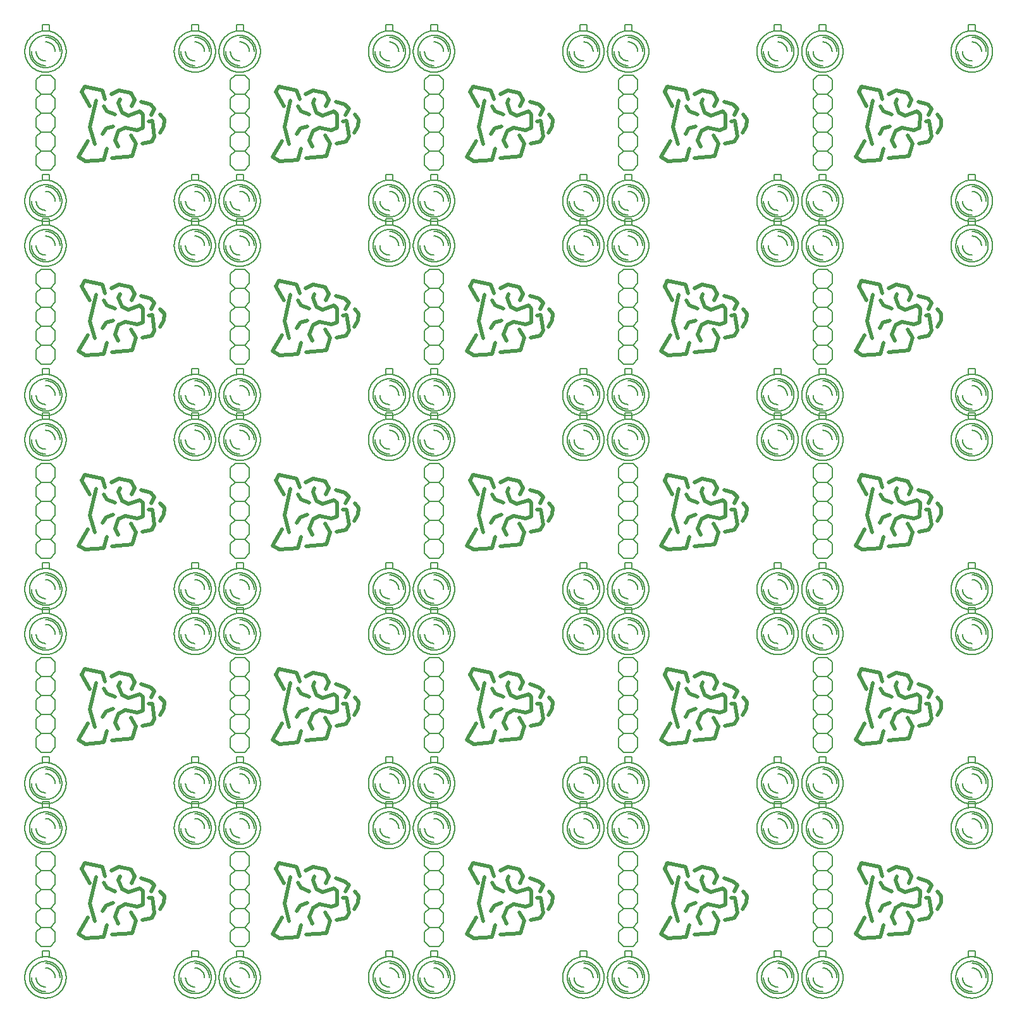
<source format=gto>
G04 EAGLE Gerber RS-274X export*
G75*
%MOMM*%
%FSLAX34Y34*%
%LPD*%
%INSilkscreen Top*%
%IPPOS*%
%AMOC8*
5,1,8,0,0,1.08239X$1,22.5*%
G01*
%ADD10C,0.152400*%
%ADD11C,0.508000*%


D10*
X34572Y57432D02*
X34572Y65560D01*
X25174Y65560D01*
X25174Y57178D01*
X30000Y49050D02*
X30460Y49044D01*
X30920Y49028D01*
X31380Y49000D01*
X31839Y48961D01*
X32296Y48911D01*
X32753Y48850D01*
X33207Y48778D01*
X33660Y48695D01*
X34111Y48601D01*
X34559Y48496D01*
X35005Y48381D01*
X35447Y48255D01*
X35887Y48118D01*
X36323Y47970D01*
X36755Y47812D01*
X37184Y47644D01*
X37608Y47465D01*
X38028Y47276D01*
X38443Y47077D01*
X38853Y46868D01*
X39258Y46649D01*
X39658Y46421D01*
X40052Y46182D01*
X40440Y45935D01*
X40822Y45678D01*
X41197Y45412D01*
X41566Y45137D01*
X41929Y44853D01*
X42284Y44560D01*
X42632Y44259D01*
X42973Y43950D01*
X43307Y43632D01*
X43632Y43307D01*
X43950Y42973D01*
X44259Y42632D01*
X44560Y42284D01*
X44853Y41929D01*
X45137Y41566D01*
X45412Y41197D01*
X45678Y40822D01*
X45935Y40440D01*
X46182Y40052D01*
X46421Y39658D01*
X46649Y39258D01*
X46868Y38853D01*
X47077Y38443D01*
X47276Y38028D01*
X47465Y37608D01*
X47644Y37184D01*
X47812Y36755D01*
X47970Y36323D01*
X48118Y35887D01*
X48255Y35447D01*
X48381Y35005D01*
X48496Y34559D01*
X48601Y34111D01*
X48695Y33660D01*
X48778Y33207D01*
X48850Y32753D01*
X48911Y32296D01*
X48961Y31839D01*
X49000Y31380D01*
X49028Y30920D01*
X49044Y30460D01*
X49050Y30000D01*
X42700Y30000D02*
X42696Y30307D01*
X42685Y30614D01*
X42667Y30920D01*
X42641Y31226D01*
X42607Y31531D01*
X42567Y31835D01*
X42519Y32138D01*
X42463Y32440D01*
X42401Y32740D01*
X42331Y33039D01*
X42254Y33336D01*
X42170Y33632D01*
X42078Y33925D01*
X41980Y34215D01*
X41875Y34503D01*
X41762Y34789D01*
X41643Y35072D01*
X41517Y35352D01*
X41385Y35629D01*
X41245Y35902D01*
X41099Y36172D01*
X40947Y36438D01*
X40788Y36701D01*
X40623Y36960D01*
X40452Y37214D01*
X40275Y37465D01*
X40091Y37711D01*
X39902Y37953D01*
X39707Y38189D01*
X39506Y38422D01*
X39300Y38649D01*
X39088Y38871D01*
X38871Y39088D01*
X38649Y39300D01*
X38422Y39506D01*
X38189Y39707D01*
X37953Y39902D01*
X37711Y40091D01*
X37465Y40275D01*
X37214Y40452D01*
X36960Y40623D01*
X36701Y40788D01*
X36438Y40947D01*
X36172Y41099D01*
X35902Y41245D01*
X35629Y41385D01*
X35352Y41517D01*
X35072Y41643D01*
X34789Y41762D01*
X34503Y41875D01*
X34215Y41980D01*
X33925Y42078D01*
X33632Y42170D01*
X33336Y42254D01*
X33039Y42331D01*
X32740Y42401D01*
X32440Y42463D01*
X32138Y42519D01*
X31835Y42567D01*
X31531Y42607D01*
X31226Y42641D01*
X30920Y42667D01*
X30614Y42685D01*
X30307Y42696D01*
X30000Y42700D01*
X17300Y30000D02*
X17304Y29693D01*
X17315Y29386D01*
X17333Y29080D01*
X17359Y28774D01*
X17393Y28469D01*
X17433Y28165D01*
X17481Y27862D01*
X17537Y27560D01*
X17599Y27260D01*
X17669Y26961D01*
X17746Y26664D01*
X17830Y26368D01*
X17922Y26075D01*
X18020Y25785D01*
X18125Y25497D01*
X18238Y25211D01*
X18357Y24928D01*
X18483Y24648D01*
X18615Y24371D01*
X18755Y24098D01*
X18901Y23828D01*
X19053Y23562D01*
X19212Y23299D01*
X19377Y23040D01*
X19548Y22786D01*
X19725Y22535D01*
X19909Y22289D01*
X20098Y22047D01*
X20293Y21811D01*
X20494Y21578D01*
X20700Y21351D01*
X20912Y21129D01*
X21129Y20912D01*
X21351Y20700D01*
X21578Y20494D01*
X21811Y20293D01*
X22047Y20098D01*
X22289Y19909D01*
X22535Y19725D01*
X22786Y19548D01*
X23040Y19377D01*
X23299Y19212D01*
X23562Y19053D01*
X23828Y18901D01*
X24098Y18755D01*
X24371Y18615D01*
X24648Y18483D01*
X24928Y18357D01*
X25211Y18238D01*
X25497Y18125D01*
X25785Y18020D01*
X26075Y17922D01*
X26368Y17830D01*
X26664Y17746D01*
X26961Y17669D01*
X27260Y17599D01*
X27560Y17537D01*
X27862Y17481D01*
X28165Y17433D01*
X28469Y17393D01*
X28774Y17359D01*
X29080Y17333D01*
X29386Y17315D01*
X29693Y17304D01*
X30000Y17300D01*
X30000Y10950D02*
X29540Y10956D01*
X29080Y10972D01*
X28620Y11000D01*
X28161Y11039D01*
X27704Y11089D01*
X27247Y11150D01*
X26793Y11222D01*
X26340Y11305D01*
X25889Y11399D01*
X25441Y11504D01*
X24995Y11619D01*
X24553Y11745D01*
X24113Y11882D01*
X23677Y12030D01*
X23245Y12188D01*
X22816Y12356D01*
X22392Y12535D01*
X21972Y12724D01*
X21557Y12923D01*
X21147Y13132D01*
X20742Y13351D01*
X20342Y13579D01*
X19948Y13818D01*
X19560Y14065D01*
X19178Y14322D01*
X18803Y14588D01*
X18434Y14863D01*
X18071Y15147D01*
X17716Y15440D01*
X17368Y15741D01*
X17027Y16050D01*
X16693Y16368D01*
X16368Y16693D01*
X16050Y17027D01*
X15741Y17368D01*
X15440Y17716D01*
X15147Y18071D01*
X14863Y18434D01*
X14588Y18803D01*
X14322Y19178D01*
X14065Y19560D01*
X13818Y19948D01*
X13579Y20342D01*
X13351Y20742D01*
X13132Y21147D01*
X12923Y21557D01*
X12724Y21972D01*
X12535Y22392D01*
X12356Y22816D01*
X12188Y23245D01*
X12030Y23677D01*
X11882Y24113D01*
X11745Y24553D01*
X11619Y24995D01*
X11504Y25441D01*
X11399Y25889D01*
X11305Y26340D01*
X11222Y26793D01*
X11150Y27247D01*
X11089Y27704D01*
X11039Y28161D01*
X11000Y28620D01*
X10972Y29080D01*
X10956Y29540D01*
X10950Y30000D01*
X2060Y30000D02*
X2068Y30679D01*
X2093Y31358D01*
X2135Y32037D01*
X2193Y32714D01*
X2268Y33389D01*
X2360Y34062D01*
X2468Y34733D01*
X2592Y35401D01*
X2733Y36066D01*
X2890Y36727D01*
X3063Y37384D01*
X3252Y38037D01*
X3457Y38685D01*
X3678Y39327D01*
X3915Y39964D01*
X4167Y40595D01*
X4435Y41220D01*
X4718Y41837D01*
X5016Y42448D01*
X5329Y43051D01*
X5657Y43646D01*
X5999Y44233D01*
X6355Y44812D01*
X6726Y45382D01*
X7110Y45942D01*
X7508Y46493D01*
X7920Y47033D01*
X8344Y47564D01*
X8782Y48084D01*
X9232Y48593D01*
X9694Y49091D01*
X10169Y49577D01*
X10655Y50052D01*
X11153Y50514D01*
X11662Y50964D01*
X12182Y51402D01*
X12713Y51826D01*
X13253Y52238D01*
X13804Y52636D01*
X14364Y53020D01*
X14934Y53391D01*
X15513Y53747D01*
X16100Y54089D01*
X16695Y54417D01*
X17298Y54730D01*
X17909Y55028D01*
X18526Y55311D01*
X19151Y55579D01*
X19782Y55831D01*
X20419Y56068D01*
X21061Y56289D01*
X21709Y56494D01*
X22362Y56683D01*
X23019Y56856D01*
X23680Y57013D01*
X24345Y57154D01*
X25013Y57278D01*
X25684Y57386D01*
X26357Y57478D01*
X27032Y57553D01*
X27709Y57611D01*
X28388Y57653D01*
X29067Y57678D01*
X29746Y57686D01*
X30425Y57678D01*
X31104Y57653D01*
X31783Y57611D01*
X32460Y57553D01*
X33135Y57478D01*
X33808Y57386D01*
X34479Y57278D01*
X35147Y57154D01*
X35812Y57013D01*
X36473Y56856D01*
X37130Y56683D01*
X37783Y56494D01*
X38431Y56289D01*
X39073Y56068D01*
X39710Y55831D01*
X40341Y55579D01*
X40966Y55311D01*
X41583Y55028D01*
X42194Y54730D01*
X42797Y54417D01*
X43392Y54089D01*
X43979Y53747D01*
X44558Y53391D01*
X45128Y53020D01*
X45688Y52636D01*
X46239Y52238D01*
X46779Y51826D01*
X47310Y51402D01*
X47830Y50964D01*
X48339Y50514D01*
X48837Y50052D01*
X49323Y49577D01*
X49798Y49091D01*
X50260Y48593D01*
X50710Y48084D01*
X51148Y47564D01*
X51572Y47033D01*
X51984Y46493D01*
X52382Y45942D01*
X52766Y45382D01*
X53137Y44812D01*
X53493Y44233D01*
X53835Y43646D01*
X54163Y43051D01*
X54476Y42448D01*
X54774Y41837D01*
X55057Y41220D01*
X55325Y40595D01*
X55577Y39964D01*
X55814Y39327D01*
X56035Y38685D01*
X56240Y38037D01*
X56429Y37384D01*
X56602Y36727D01*
X56759Y36066D01*
X56900Y35401D01*
X57024Y34733D01*
X57132Y34062D01*
X57224Y33389D01*
X57299Y32714D01*
X57357Y32037D01*
X57399Y31358D01*
X57424Y30679D01*
X57432Y30000D01*
X57424Y29321D01*
X57399Y28642D01*
X57357Y27963D01*
X57299Y27286D01*
X57224Y26611D01*
X57132Y25938D01*
X57024Y25267D01*
X56900Y24599D01*
X56759Y23934D01*
X56602Y23273D01*
X56429Y22616D01*
X56240Y21963D01*
X56035Y21315D01*
X55814Y20673D01*
X55577Y20036D01*
X55325Y19405D01*
X55057Y18780D01*
X54774Y18163D01*
X54476Y17552D01*
X54163Y16949D01*
X53835Y16354D01*
X53493Y15767D01*
X53137Y15188D01*
X52766Y14618D01*
X52382Y14058D01*
X51984Y13507D01*
X51572Y12967D01*
X51148Y12436D01*
X50710Y11916D01*
X50260Y11407D01*
X49798Y10909D01*
X49323Y10423D01*
X48837Y9948D01*
X48339Y9486D01*
X47830Y9036D01*
X47310Y8598D01*
X46779Y8174D01*
X46239Y7762D01*
X45688Y7364D01*
X45128Y6980D01*
X44558Y6609D01*
X43979Y6253D01*
X43392Y5911D01*
X42797Y5583D01*
X42194Y5270D01*
X41583Y4972D01*
X40966Y4689D01*
X40341Y4421D01*
X39710Y4169D01*
X39073Y3932D01*
X38431Y3711D01*
X37783Y3506D01*
X37130Y3317D01*
X36473Y3144D01*
X35812Y2987D01*
X35147Y2846D01*
X34479Y2722D01*
X33808Y2614D01*
X33135Y2522D01*
X32460Y2447D01*
X31783Y2389D01*
X31104Y2347D01*
X30425Y2322D01*
X29746Y2314D01*
X29067Y2322D01*
X28388Y2347D01*
X27709Y2389D01*
X27032Y2447D01*
X26357Y2522D01*
X25684Y2614D01*
X25013Y2722D01*
X24345Y2846D01*
X23680Y2987D01*
X23019Y3144D01*
X22362Y3317D01*
X21709Y3506D01*
X21061Y3711D01*
X20419Y3932D01*
X19782Y4169D01*
X19151Y4421D01*
X18526Y4689D01*
X17909Y4972D01*
X17298Y5270D01*
X16695Y5583D01*
X16100Y5911D01*
X15513Y6253D01*
X14934Y6609D01*
X14364Y6980D01*
X13804Y7364D01*
X13253Y7762D01*
X12713Y8174D01*
X12182Y8598D01*
X11662Y9036D01*
X11153Y9486D01*
X10655Y9948D01*
X10169Y10423D01*
X9694Y10909D01*
X9232Y11407D01*
X8782Y11916D01*
X8344Y12436D01*
X7920Y12967D01*
X7508Y13507D01*
X7110Y14058D01*
X6726Y14618D01*
X6355Y15188D01*
X5999Y15767D01*
X5657Y16354D01*
X5329Y16949D01*
X5016Y17552D01*
X4718Y18163D01*
X4435Y18780D01*
X4167Y19405D01*
X3915Y20036D01*
X3678Y20673D01*
X3457Y21315D01*
X3252Y21963D01*
X3063Y22616D01*
X2890Y23273D01*
X2733Y23934D01*
X2592Y24599D01*
X2468Y25267D01*
X2360Y25938D01*
X2268Y26611D01*
X2193Y27286D01*
X2135Y27963D01*
X2093Y28642D01*
X2068Y29321D01*
X2060Y30000D01*
X8410Y30000D02*
X8417Y30530D01*
X8436Y31059D01*
X8468Y31588D01*
X8514Y32116D01*
X8572Y32643D01*
X8644Y33168D01*
X8728Y33691D01*
X8825Y34212D01*
X8935Y34730D01*
X9057Y35246D01*
X9192Y35758D01*
X9340Y36267D01*
X9500Y36772D01*
X9672Y37273D01*
X9857Y37770D01*
X10053Y38262D01*
X10262Y38749D01*
X10483Y39231D01*
X10715Y39707D01*
X10959Y40177D01*
X11215Y40642D01*
X11482Y41099D01*
X11760Y41551D01*
X12049Y41995D01*
X12348Y42432D01*
X12659Y42861D01*
X12980Y43283D01*
X13311Y43697D01*
X13652Y44102D01*
X14003Y44499D01*
X14364Y44887D01*
X14734Y45266D01*
X15113Y45636D01*
X15501Y45997D01*
X15898Y46348D01*
X16303Y46689D01*
X16717Y47020D01*
X17139Y47341D01*
X17568Y47652D01*
X18005Y47951D01*
X18449Y48240D01*
X18901Y48518D01*
X19358Y48785D01*
X19823Y49041D01*
X20293Y49285D01*
X20769Y49517D01*
X21251Y49738D01*
X21738Y49947D01*
X22230Y50143D01*
X22727Y50328D01*
X23228Y50500D01*
X23733Y50660D01*
X24242Y50808D01*
X24754Y50943D01*
X25270Y51065D01*
X25788Y51175D01*
X26309Y51272D01*
X26832Y51356D01*
X27357Y51428D01*
X27884Y51486D01*
X28412Y51532D01*
X28941Y51564D01*
X29470Y51583D01*
X30000Y51590D01*
X30530Y51583D01*
X31059Y51564D01*
X31588Y51532D01*
X32116Y51486D01*
X32643Y51428D01*
X33168Y51356D01*
X33691Y51272D01*
X34212Y51175D01*
X34730Y51065D01*
X35246Y50943D01*
X35758Y50808D01*
X36267Y50660D01*
X36772Y50500D01*
X37273Y50328D01*
X37770Y50143D01*
X38262Y49947D01*
X38749Y49738D01*
X39231Y49517D01*
X39707Y49285D01*
X40177Y49041D01*
X40642Y48785D01*
X41099Y48518D01*
X41551Y48240D01*
X41995Y47951D01*
X42432Y47652D01*
X42861Y47341D01*
X43283Y47020D01*
X43697Y46689D01*
X44102Y46348D01*
X44499Y45997D01*
X44887Y45636D01*
X45266Y45266D01*
X45636Y44887D01*
X45997Y44499D01*
X46348Y44102D01*
X46689Y43697D01*
X47020Y43283D01*
X47341Y42861D01*
X47652Y42432D01*
X47951Y41995D01*
X48240Y41551D01*
X48518Y41099D01*
X48785Y40642D01*
X49041Y40177D01*
X49285Y39707D01*
X49517Y39231D01*
X49738Y38749D01*
X49947Y38262D01*
X50143Y37770D01*
X50328Y37273D01*
X50500Y36772D01*
X50660Y36267D01*
X50808Y35758D01*
X50943Y35246D01*
X51065Y34730D01*
X51175Y34212D01*
X51272Y33691D01*
X51356Y33168D01*
X51428Y32643D01*
X51486Y32116D01*
X51532Y31588D01*
X51564Y31059D01*
X51583Y30530D01*
X51590Y30000D01*
X51583Y29470D01*
X51564Y28941D01*
X51532Y28412D01*
X51486Y27884D01*
X51428Y27357D01*
X51356Y26832D01*
X51272Y26309D01*
X51175Y25788D01*
X51065Y25270D01*
X50943Y24754D01*
X50808Y24242D01*
X50660Y23733D01*
X50500Y23228D01*
X50328Y22727D01*
X50143Y22230D01*
X49947Y21738D01*
X49738Y21251D01*
X49517Y20769D01*
X49285Y20293D01*
X49041Y19823D01*
X48785Y19358D01*
X48518Y18901D01*
X48240Y18449D01*
X47951Y18005D01*
X47652Y17568D01*
X47341Y17139D01*
X47020Y16717D01*
X46689Y16303D01*
X46348Y15898D01*
X45997Y15501D01*
X45636Y15113D01*
X45266Y14734D01*
X44887Y14364D01*
X44499Y14003D01*
X44102Y13652D01*
X43697Y13311D01*
X43283Y12980D01*
X42861Y12659D01*
X42432Y12348D01*
X41995Y12049D01*
X41551Y11760D01*
X41099Y11482D01*
X40642Y11215D01*
X40177Y10959D01*
X39707Y10715D01*
X39231Y10483D01*
X38749Y10262D01*
X38262Y10053D01*
X37770Y9857D01*
X37273Y9672D01*
X36772Y9500D01*
X36267Y9340D01*
X35758Y9192D01*
X35246Y9057D01*
X34730Y8935D01*
X34212Y8825D01*
X33691Y8728D01*
X33168Y8644D01*
X32643Y8572D01*
X32116Y8514D01*
X31588Y8468D01*
X31059Y8436D01*
X30530Y8417D01*
X30000Y8410D01*
X29470Y8417D01*
X28941Y8436D01*
X28412Y8468D01*
X27884Y8514D01*
X27357Y8572D01*
X26832Y8644D01*
X26309Y8728D01*
X25788Y8825D01*
X25270Y8935D01*
X24754Y9057D01*
X24242Y9192D01*
X23733Y9340D01*
X23228Y9500D01*
X22727Y9672D01*
X22230Y9857D01*
X21738Y10053D01*
X21251Y10262D01*
X20769Y10483D01*
X20293Y10715D01*
X19823Y10959D01*
X19358Y11215D01*
X18901Y11482D01*
X18449Y11760D01*
X18005Y12049D01*
X17568Y12348D01*
X17139Y12659D01*
X16717Y12980D01*
X16303Y13311D01*
X15898Y13652D01*
X15501Y14003D01*
X15113Y14364D01*
X14734Y14734D01*
X14364Y15113D01*
X14003Y15501D01*
X13652Y15898D01*
X13311Y16303D01*
X12980Y16717D01*
X12659Y17139D01*
X12348Y17568D01*
X12049Y18005D01*
X11760Y18449D01*
X11482Y18901D01*
X11215Y19358D01*
X10959Y19823D01*
X10715Y20293D01*
X10483Y20769D01*
X10262Y21251D01*
X10053Y21738D01*
X9857Y22230D01*
X9672Y22727D01*
X9500Y23228D01*
X9340Y23733D01*
X9192Y24242D01*
X9057Y24754D01*
X8935Y25270D01*
X8825Y25788D01*
X8728Y26309D01*
X8644Y26832D01*
X8572Y27357D01*
X8514Y27884D01*
X8468Y28412D01*
X8436Y28941D01*
X8417Y29470D01*
X8410Y30000D01*
X234572Y57432D02*
X234572Y65560D01*
X225174Y65560D01*
X225174Y57178D01*
X230000Y49050D02*
X230460Y49044D01*
X230920Y49028D01*
X231380Y49000D01*
X231839Y48961D01*
X232296Y48911D01*
X232753Y48850D01*
X233207Y48778D01*
X233660Y48695D01*
X234111Y48601D01*
X234559Y48496D01*
X235005Y48381D01*
X235447Y48255D01*
X235887Y48118D01*
X236323Y47970D01*
X236755Y47812D01*
X237184Y47644D01*
X237608Y47465D01*
X238028Y47276D01*
X238443Y47077D01*
X238853Y46868D01*
X239258Y46649D01*
X239658Y46421D01*
X240052Y46182D01*
X240440Y45935D01*
X240822Y45678D01*
X241197Y45412D01*
X241566Y45137D01*
X241929Y44853D01*
X242284Y44560D01*
X242632Y44259D01*
X242973Y43950D01*
X243307Y43632D01*
X243632Y43307D01*
X243950Y42973D01*
X244259Y42632D01*
X244560Y42284D01*
X244853Y41929D01*
X245137Y41566D01*
X245412Y41197D01*
X245678Y40822D01*
X245935Y40440D01*
X246182Y40052D01*
X246421Y39658D01*
X246649Y39258D01*
X246868Y38853D01*
X247077Y38443D01*
X247276Y38028D01*
X247465Y37608D01*
X247644Y37184D01*
X247812Y36755D01*
X247970Y36323D01*
X248118Y35887D01*
X248255Y35447D01*
X248381Y35005D01*
X248496Y34559D01*
X248601Y34111D01*
X248695Y33660D01*
X248778Y33207D01*
X248850Y32753D01*
X248911Y32296D01*
X248961Y31839D01*
X249000Y31380D01*
X249028Y30920D01*
X249044Y30460D01*
X249050Y30000D01*
X242700Y30000D02*
X242696Y30307D01*
X242685Y30614D01*
X242667Y30920D01*
X242641Y31226D01*
X242607Y31531D01*
X242567Y31835D01*
X242519Y32138D01*
X242463Y32440D01*
X242401Y32740D01*
X242331Y33039D01*
X242254Y33336D01*
X242170Y33632D01*
X242078Y33925D01*
X241980Y34215D01*
X241875Y34503D01*
X241762Y34789D01*
X241643Y35072D01*
X241517Y35352D01*
X241385Y35629D01*
X241245Y35902D01*
X241099Y36172D01*
X240947Y36438D01*
X240788Y36701D01*
X240623Y36960D01*
X240452Y37214D01*
X240275Y37465D01*
X240091Y37711D01*
X239902Y37953D01*
X239707Y38189D01*
X239506Y38422D01*
X239300Y38649D01*
X239088Y38871D01*
X238871Y39088D01*
X238649Y39300D01*
X238422Y39506D01*
X238189Y39707D01*
X237953Y39902D01*
X237711Y40091D01*
X237465Y40275D01*
X237214Y40452D01*
X236960Y40623D01*
X236701Y40788D01*
X236438Y40947D01*
X236172Y41099D01*
X235902Y41245D01*
X235629Y41385D01*
X235352Y41517D01*
X235072Y41643D01*
X234789Y41762D01*
X234503Y41875D01*
X234215Y41980D01*
X233925Y42078D01*
X233632Y42170D01*
X233336Y42254D01*
X233039Y42331D01*
X232740Y42401D01*
X232440Y42463D01*
X232138Y42519D01*
X231835Y42567D01*
X231531Y42607D01*
X231226Y42641D01*
X230920Y42667D01*
X230614Y42685D01*
X230307Y42696D01*
X230000Y42700D01*
X217300Y30000D02*
X217304Y29693D01*
X217315Y29386D01*
X217333Y29080D01*
X217359Y28774D01*
X217393Y28469D01*
X217433Y28165D01*
X217481Y27862D01*
X217537Y27560D01*
X217599Y27260D01*
X217669Y26961D01*
X217746Y26664D01*
X217830Y26368D01*
X217922Y26075D01*
X218020Y25785D01*
X218125Y25497D01*
X218238Y25211D01*
X218357Y24928D01*
X218483Y24648D01*
X218615Y24371D01*
X218755Y24098D01*
X218901Y23828D01*
X219053Y23562D01*
X219212Y23299D01*
X219377Y23040D01*
X219548Y22786D01*
X219725Y22535D01*
X219909Y22289D01*
X220098Y22047D01*
X220293Y21811D01*
X220494Y21578D01*
X220700Y21351D01*
X220912Y21129D01*
X221129Y20912D01*
X221351Y20700D01*
X221578Y20494D01*
X221811Y20293D01*
X222047Y20098D01*
X222289Y19909D01*
X222535Y19725D01*
X222786Y19548D01*
X223040Y19377D01*
X223299Y19212D01*
X223562Y19053D01*
X223828Y18901D01*
X224098Y18755D01*
X224371Y18615D01*
X224648Y18483D01*
X224928Y18357D01*
X225211Y18238D01*
X225497Y18125D01*
X225785Y18020D01*
X226075Y17922D01*
X226368Y17830D01*
X226664Y17746D01*
X226961Y17669D01*
X227260Y17599D01*
X227560Y17537D01*
X227862Y17481D01*
X228165Y17433D01*
X228469Y17393D01*
X228774Y17359D01*
X229080Y17333D01*
X229386Y17315D01*
X229693Y17304D01*
X230000Y17300D01*
X230000Y10950D02*
X229540Y10956D01*
X229080Y10972D01*
X228620Y11000D01*
X228161Y11039D01*
X227704Y11089D01*
X227247Y11150D01*
X226793Y11222D01*
X226340Y11305D01*
X225889Y11399D01*
X225441Y11504D01*
X224995Y11619D01*
X224553Y11745D01*
X224113Y11882D01*
X223677Y12030D01*
X223245Y12188D01*
X222816Y12356D01*
X222392Y12535D01*
X221972Y12724D01*
X221557Y12923D01*
X221147Y13132D01*
X220742Y13351D01*
X220342Y13579D01*
X219948Y13818D01*
X219560Y14065D01*
X219178Y14322D01*
X218803Y14588D01*
X218434Y14863D01*
X218071Y15147D01*
X217716Y15440D01*
X217368Y15741D01*
X217027Y16050D01*
X216693Y16368D01*
X216368Y16693D01*
X216050Y17027D01*
X215741Y17368D01*
X215440Y17716D01*
X215147Y18071D01*
X214863Y18434D01*
X214588Y18803D01*
X214322Y19178D01*
X214065Y19560D01*
X213818Y19948D01*
X213579Y20342D01*
X213351Y20742D01*
X213132Y21147D01*
X212923Y21557D01*
X212724Y21972D01*
X212535Y22392D01*
X212356Y22816D01*
X212188Y23245D01*
X212030Y23677D01*
X211882Y24113D01*
X211745Y24553D01*
X211619Y24995D01*
X211504Y25441D01*
X211399Y25889D01*
X211305Y26340D01*
X211222Y26793D01*
X211150Y27247D01*
X211089Y27704D01*
X211039Y28161D01*
X211000Y28620D01*
X210972Y29080D01*
X210956Y29540D01*
X210950Y30000D01*
X202060Y30000D02*
X202068Y30679D01*
X202093Y31358D01*
X202135Y32037D01*
X202193Y32714D01*
X202268Y33389D01*
X202360Y34062D01*
X202468Y34733D01*
X202592Y35401D01*
X202733Y36066D01*
X202890Y36727D01*
X203063Y37384D01*
X203252Y38037D01*
X203457Y38685D01*
X203678Y39327D01*
X203915Y39964D01*
X204167Y40595D01*
X204435Y41220D01*
X204718Y41837D01*
X205016Y42448D01*
X205329Y43051D01*
X205657Y43646D01*
X205999Y44233D01*
X206355Y44812D01*
X206726Y45382D01*
X207110Y45942D01*
X207508Y46493D01*
X207920Y47033D01*
X208344Y47564D01*
X208782Y48084D01*
X209232Y48593D01*
X209694Y49091D01*
X210169Y49577D01*
X210655Y50052D01*
X211153Y50514D01*
X211662Y50964D01*
X212182Y51402D01*
X212713Y51826D01*
X213253Y52238D01*
X213804Y52636D01*
X214364Y53020D01*
X214934Y53391D01*
X215513Y53747D01*
X216100Y54089D01*
X216695Y54417D01*
X217298Y54730D01*
X217909Y55028D01*
X218526Y55311D01*
X219151Y55579D01*
X219782Y55831D01*
X220419Y56068D01*
X221061Y56289D01*
X221709Y56494D01*
X222362Y56683D01*
X223019Y56856D01*
X223680Y57013D01*
X224345Y57154D01*
X225013Y57278D01*
X225684Y57386D01*
X226357Y57478D01*
X227032Y57553D01*
X227709Y57611D01*
X228388Y57653D01*
X229067Y57678D01*
X229746Y57686D01*
X230425Y57678D01*
X231104Y57653D01*
X231783Y57611D01*
X232460Y57553D01*
X233135Y57478D01*
X233808Y57386D01*
X234479Y57278D01*
X235147Y57154D01*
X235812Y57013D01*
X236473Y56856D01*
X237130Y56683D01*
X237783Y56494D01*
X238431Y56289D01*
X239073Y56068D01*
X239710Y55831D01*
X240341Y55579D01*
X240966Y55311D01*
X241583Y55028D01*
X242194Y54730D01*
X242797Y54417D01*
X243392Y54089D01*
X243979Y53747D01*
X244558Y53391D01*
X245128Y53020D01*
X245688Y52636D01*
X246239Y52238D01*
X246779Y51826D01*
X247310Y51402D01*
X247830Y50964D01*
X248339Y50514D01*
X248837Y50052D01*
X249323Y49577D01*
X249798Y49091D01*
X250260Y48593D01*
X250710Y48084D01*
X251148Y47564D01*
X251572Y47033D01*
X251984Y46493D01*
X252382Y45942D01*
X252766Y45382D01*
X253137Y44812D01*
X253493Y44233D01*
X253835Y43646D01*
X254163Y43051D01*
X254476Y42448D01*
X254774Y41837D01*
X255057Y41220D01*
X255325Y40595D01*
X255577Y39964D01*
X255814Y39327D01*
X256035Y38685D01*
X256240Y38037D01*
X256429Y37384D01*
X256602Y36727D01*
X256759Y36066D01*
X256900Y35401D01*
X257024Y34733D01*
X257132Y34062D01*
X257224Y33389D01*
X257299Y32714D01*
X257357Y32037D01*
X257399Y31358D01*
X257424Y30679D01*
X257432Y30000D01*
X257424Y29321D01*
X257399Y28642D01*
X257357Y27963D01*
X257299Y27286D01*
X257224Y26611D01*
X257132Y25938D01*
X257024Y25267D01*
X256900Y24599D01*
X256759Y23934D01*
X256602Y23273D01*
X256429Y22616D01*
X256240Y21963D01*
X256035Y21315D01*
X255814Y20673D01*
X255577Y20036D01*
X255325Y19405D01*
X255057Y18780D01*
X254774Y18163D01*
X254476Y17552D01*
X254163Y16949D01*
X253835Y16354D01*
X253493Y15767D01*
X253137Y15188D01*
X252766Y14618D01*
X252382Y14058D01*
X251984Y13507D01*
X251572Y12967D01*
X251148Y12436D01*
X250710Y11916D01*
X250260Y11407D01*
X249798Y10909D01*
X249323Y10423D01*
X248837Y9948D01*
X248339Y9486D01*
X247830Y9036D01*
X247310Y8598D01*
X246779Y8174D01*
X246239Y7762D01*
X245688Y7364D01*
X245128Y6980D01*
X244558Y6609D01*
X243979Y6253D01*
X243392Y5911D01*
X242797Y5583D01*
X242194Y5270D01*
X241583Y4972D01*
X240966Y4689D01*
X240341Y4421D01*
X239710Y4169D01*
X239073Y3932D01*
X238431Y3711D01*
X237783Y3506D01*
X237130Y3317D01*
X236473Y3144D01*
X235812Y2987D01*
X235147Y2846D01*
X234479Y2722D01*
X233808Y2614D01*
X233135Y2522D01*
X232460Y2447D01*
X231783Y2389D01*
X231104Y2347D01*
X230425Y2322D01*
X229746Y2314D01*
X229067Y2322D01*
X228388Y2347D01*
X227709Y2389D01*
X227032Y2447D01*
X226357Y2522D01*
X225684Y2614D01*
X225013Y2722D01*
X224345Y2846D01*
X223680Y2987D01*
X223019Y3144D01*
X222362Y3317D01*
X221709Y3506D01*
X221061Y3711D01*
X220419Y3932D01*
X219782Y4169D01*
X219151Y4421D01*
X218526Y4689D01*
X217909Y4972D01*
X217298Y5270D01*
X216695Y5583D01*
X216100Y5911D01*
X215513Y6253D01*
X214934Y6609D01*
X214364Y6980D01*
X213804Y7364D01*
X213253Y7762D01*
X212713Y8174D01*
X212182Y8598D01*
X211662Y9036D01*
X211153Y9486D01*
X210655Y9948D01*
X210169Y10423D01*
X209694Y10909D01*
X209232Y11407D01*
X208782Y11916D01*
X208344Y12436D01*
X207920Y12967D01*
X207508Y13507D01*
X207110Y14058D01*
X206726Y14618D01*
X206355Y15188D01*
X205999Y15767D01*
X205657Y16354D01*
X205329Y16949D01*
X205016Y17552D01*
X204718Y18163D01*
X204435Y18780D01*
X204167Y19405D01*
X203915Y20036D01*
X203678Y20673D01*
X203457Y21315D01*
X203252Y21963D01*
X203063Y22616D01*
X202890Y23273D01*
X202733Y23934D01*
X202592Y24599D01*
X202468Y25267D01*
X202360Y25938D01*
X202268Y26611D01*
X202193Y27286D01*
X202135Y27963D01*
X202093Y28642D01*
X202068Y29321D01*
X202060Y30000D01*
X208410Y30000D02*
X208417Y30530D01*
X208436Y31059D01*
X208468Y31588D01*
X208514Y32116D01*
X208572Y32643D01*
X208644Y33168D01*
X208728Y33691D01*
X208825Y34212D01*
X208935Y34730D01*
X209057Y35246D01*
X209192Y35758D01*
X209340Y36267D01*
X209500Y36772D01*
X209672Y37273D01*
X209857Y37770D01*
X210053Y38262D01*
X210262Y38749D01*
X210483Y39231D01*
X210715Y39707D01*
X210959Y40177D01*
X211215Y40642D01*
X211482Y41099D01*
X211760Y41551D01*
X212049Y41995D01*
X212348Y42432D01*
X212659Y42861D01*
X212980Y43283D01*
X213311Y43697D01*
X213652Y44102D01*
X214003Y44499D01*
X214364Y44887D01*
X214734Y45266D01*
X215113Y45636D01*
X215501Y45997D01*
X215898Y46348D01*
X216303Y46689D01*
X216717Y47020D01*
X217139Y47341D01*
X217568Y47652D01*
X218005Y47951D01*
X218449Y48240D01*
X218901Y48518D01*
X219358Y48785D01*
X219823Y49041D01*
X220293Y49285D01*
X220769Y49517D01*
X221251Y49738D01*
X221738Y49947D01*
X222230Y50143D01*
X222727Y50328D01*
X223228Y50500D01*
X223733Y50660D01*
X224242Y50808D01*
X224754Y50943D01*
X225270Y51065D01*
X225788Y51175D01*
X226309Y51272D01*
X226832Y51356D01*
X227357Y51428D01*
X227884Y51486D01*
X228412Y51532D01*
X228941Y51564D01*
X229470Y51583D01*
X230000Y51590D01*
X230530Y51583D01*
X231059Y51564D01*
X231588Y51532D01*
X232116Y51486D01*
X232643Y51428D01*
X233168Y51356D01*
X233691Y51272D01*
X234212Y51175D01*
X234730Y51065D01*
X235246Y50943D01*
X235758Y50808D01*
X236267Y50660D01*
X236772Y50500D01*
X237273Y50328D01*
X237770Y50143D01*
X238262Y49947D01*
X238749Y49738D01*
X239231Y49517D01*
X239707Y49285D01*
X240177Y49041D01*
X240642Y48785D01*
X241099Y48518D01*
X241551Y48240D01*
X241995Y47951D01*
X242432Y47652D01*
X242861Y47341D01*
X243283Y47020D01*
X243697Y46689D01*
X244102Y46348D01*
X244499Y45997D01*
X244887Y45636D01*
X245266Y45266D01*
X245636Y44887D01*
X245997Y44499D01*
X246348Y44102D01*
X246689Y43697D01*
X247020Y43283D01*
X247341Y42861D01*
X247652Y42432D01*
X247951Y41995D01*
X248240Y41551D01*
X248518Y41099D01*
X248785Y40642D01*
X249041Y40177D01*
X249285Y39707D01*
X249517Y39231D01*
X249738Y38749D01*
X249947Y38262D01*
X250143Y37770D01*
X250328Y37273D01*
X250500Y36772D01*
X250660Y36267D01*
X250808Y35758D01*
X250943Y35246D01*
X251065Y34730D01*
X251175Y34212D01*
X251272Y33691D01*
X251356Y33168D01*
X251428Y32643D01*
X251486Y32116D01*
X251532Y31588D01*
X251564Y31059D01*
X251583Y30530D01*
X251590Y30000D01*
X251583Y29470D01*
X251564Y28941D01*
X251532Y28412D01*
X251486Y27884D01*
X251428Y27357D01*
X251356Y26832D01*
X251272Y26309D01*
X251175Y25788D01*
X251065Y25270D01*
X250943Y24754D01*
X250808Y24242D01*
X250660Y23733D01*
X250500Y23228D01*
X250328Y22727D01*
X250143Y22230D01*
X249947Y21738D01*
X249738Y21251D01*
X249517Y20769D01*
X249285Y20293D01*
X249041Y19823D01*
X248785Y19358D01*
X248518Y18901D01*
X248240Y18449D01*
X247951Y18005D01*
X247652Y17568D01*
X247341Y17139D01*
X247020Y16717D01*
X246689Y16303D01*
X246348Y15898D01*
X245997Y15501D01*
X245636Y15113D01*
X245266Y14734D01*
X244887Y14364D01*
X244499Y14003D01*
X244102Y13652D01*
X243697Y13311D01*
X243283Y12980D01*
X242861Y12659D01*
X242432Y12348D01*
X241995Y12049D01*
X241551Y11760D01*
X241099Y11482D01*
X240642Y11215D01*
X240177Y10959D01*
X239707Y10715D01*
X239231Y10483D01*
X238749Y10262D01*
X238262Y10053D01*
X237770Y9857D01*
X237273Y9672D01*
X236772Y9500D01*
X236267Y9340D01*
X235758Y9192D01*
X235246Y9057D01*
X234730Y8935D01*
X234212Y8825D01*
X233691Y8728D01*
X233168Y8644D01*
X232643Y8572D01*
X232116Y8514D01*
X231588Y8468D01*
X231059Y8436D01*
X230530Y8417D01*
X230000Y8410D01*
X229470Y8417D01*
X228941Y8436D01*
X228412Y8468D01*
X227884Y8514D01*
X227357Y8572D01*
X226832Y8644D01*
X226309Y8728D01*
X225788Y8825D01*
X225270Y8935D01*
X224754Y9057D01*
X224242Y9192D01*
X223733Y9340D01*
X223228Y9500D01*
X222727Y9672D01*
X222230Y9857D01*
X221738Y10053D01*
X221251Y10262D01*
X220769Y10483D01*
X220293Y10715D01*
X219823Y10959D01*
X219358Y11215D01*
X218901Y11482D01*
X218449Y11760D01*
X218005Y12049D01*
X217568Y12348D01*
X217139Y12659D01*
X216717Y12980D01*
X216303Y13311D01*
X215898Y13652D01*
X215501Y14003D01*
X215113Y14364D01*
X214734Y14734D01*
X214364Y15113D01*
X214003Y15501D01*
X213652Y15898D01*
X213311Y16303D01*
X212980Y16717D01*
X212659Y17139D01*
X212348Y17568D01*
X212049Y18005D01*
X211760Y18449D01*
X211482Y18901D01*
X211215Y19358D01*
X210959Y19823D01*
X210715Y20293D01*
X210483Y20769D01*
X210262Y21251D01*
X210053Y21738D01*
X209857Y22230D01*
X209672Y22727D01*
X209500Y23228D01*
X209340Y23733D01*
X209192Y24242D01*
X209057Y24754D01*
X208935Y25270D01*
X208825Y25788D01*
X208728Y26309D01*
X208644Y26832D01*
X208572Y27357D01*
X208514Y27884D01*
X208468Y28412D01*
X208436Y28941D01*
X208417Y29470D01*
X208410Y30000D01*
X234572Y257432D02*
X234572Y265560D01*
X225174Y265560D01*
X225174Y257178D01*
X230000Y249050D02*
X230460Y249044D01*
X230920Y249028D01*
X231380Y249000D01*
X231839Y248961D01*
X232296Y248911D01*
X232753Y248850D01*
X233207Y248778D01*
X233660Y248695D01*
X234111Y248601D01*
X234559Y248496D01*
X235005Y248381D01*
X235447Y248255D01*
X235887Y248118D01*
X236323Y247970D01*
X236755Y247812D01*
X237184Y247644D01*
X237608Y247465D01*
X238028Y247276D01*
X238443Y247077D01*
X238853Y246868D01*
X239258Y246649D01*
X239658Y246421D01*
X240052Y246182D01*
X240440Y245935D01*
X240822Y245678D01*
X241197Y245412D01*
X241566Y245137D01*
X241929Y244853D01*
X242284Y244560D01*
X242632Y244259D01*
X242973Y243950D01*
X243307Y243632D01*
X243632Y243307D01*
X243950Y242973D01*
X244259Y242632D01*
X244560Y242284D01*
X244853Y241929D01*
X245137Y241566D01*
X245412Y241197D01*
X245678Y240822D01*
X245935Y240440D01*
X246182Y240052D01*
X246421Y239658D01*
X246649Y239258D01*
X246868Y238853D01*
X247077Y238443D01*
X247276Y238028D01*
X247465Y237608D01*
X247644Y237184D01*
X247812Y236755D01*
X247970Y236323D01*
X248118Y235887D01*
X248255Y235447D01*
X248381Y235005D01*
X248496Y234559D01*
X248601Y234111D01*
X248695Y233660D01*
X248778Y233207D01*
X248850Y232753D01*
X248911Y232296D01*
X248961Y231839D01*
X249000Y231380D01*
X249028Y230920D01*
X249044Y230460D01*
X249050Y230000D01*
X242700Y230000D02*
X242696Y230307D01*
X242685Y230614D01*
X242667Y230920D01*
X242641Y231226D01*
X242607Y231531D01*
X242567Y231835D01*
X242519Y232138D01*
X242463Y232440D01*
X242401Y232740D01*
X242331Y233039D01*
X242254Y233336D01*
X242170Y233632D01*
X242078Y233925D01*
X241980Y234215D01*
X241875Y234503D01*
X241762Y234789D01*
X241643Y235072D01*
X241517Y235352D01*
X241385Y235629D01*
X241245Y235902D01*
X241099Y236172D01*
X240947Y236438D01*
X240788Y236701D01*
X240623Y236960D01*
X240452Y237214D01*
X240275Y237465D01*
X240091Y237711D01*
X239902Y237953D01*
X239707Y238189D01*
X239506Y238422D01*
X239300Y238649D01*
X239088Y238871D01*
X238871Y239088D01*
X238649Y239300D01*
X238422Y239506D01*
X238189Y239707D01*
X237953Y239902D01*
X237711Y240091D01*
X237465Y240275D01*
X237214Y240452D01*
X236960Y240623D01*
X236701Y240788D01*
X236438Y240947D01*
X236172Y241099D01*
X235902Y241245D01*
X235629Y241385D01*
X235352Y241517D01*
X235072Y241643D01*
X234789Y241762D01*
X234503Y241875D01*
X234215Y241980D01*
X233925Y242078D01*
X233632Y242170D01*
X233336Y242254D01*
X233039Y242331D01*
X232740Y242401D01*
X232440Y242463D01*
X232138Y242519D01*
X231835Y242567D01*
X231531Y242607D01*
X231226Y242641D01*
X230920Y242667D01*
X230614Y242685D01*
X230307Y242696D01*
X230000Y242700D01*
X217300Y230000D02*
X217304Y229693D01*
X217315Y229386D01*
X217333Y229080D01*
X217359Y228774D01*
X217393Y228469D01*
X217433Y228165D01*
X217481Y227862D01*
X217537Y227560D01*
X217599Y227260D01*
X217669Y226961D01*
X217746Y226664D01*
X217830Y226368D01*
X217922Y226075D01*
X218020Y225785D01*
X218125Y225497D01*
X218238Y225211D01*
X218357Y224928D01*
X218483Y224648D01*
X218615Y224371D01*
X218755Y224098D01*
X218901Y223828D01*
X219053Y223562D01*
X219212Y223299D01*
X219377Y223040D01*
X219548Y222786D01*
X219725Y222535D01*
X219909Y222289D01*
X220098Y222047D01*
X220293Y221811D01*
X220494Y221578D01*
X220700Y221351D01*
X220912Y221129D01*
X221129Y220912D01*
X221351Y220700D01*
X221578Y220494D01*
X221811Y220293D01*
X222047Y220098D01*
X222289Y219909D01*
X222535Y219725D01*
X222786Y219548D01*
X223040Y219377D01*
X223299Y219212D01*
X223562Y219053D01*
X223828Y218901D01*
X224098Y218755D01*
X224371Y218615D01*
X224648Y218483D01*
X224928Y218357D01*
X225211Y218238D01*
X225497Y218125D01*
X225785Y218020D01*
X226075Y217922D01*
X226368Y217830D01*
X226664Y217746D01*
X226961Y217669D01*
X227260Y217599D01*
X227560Y217537D01*
X227862Y217481D01*
X228165Y217433D01*
X228469Y217393D01*
X228774Y217359D01*
X229080Y217333D01*
X229386Y217315D01*
X229693Y217304D01*
X230000Y217300D01*
X230000Y210950D02*
X229540Y210956D01*
X229080Y210972D01*
X228620Y211000D01*
X228161Y211039D01*
X227704Y211089D01*
X227247Y211150D01*
X226793Y211222D01*
X226340Y211305D01*
X225889Y211399D01*
X225441Y211504D01*
X224995Y211619D01*
X224553Y211745D01*
X224113Y211882D01*
X223677Y212030D01*
X223245Y212188D01*
X222816Y212356D01*
X222392Y212535D01*
X221972Y212724D01*
X221557Y212923D01*
X221147Y213132D01*
X220742Y213351D01*
X220342Y213579D01*
X219948Y213818D01*
X219560Y214065D01*
X219178Y214322D01*
X218803Y214588D01*
X218434Y214863D01*
X218071Y215147D01*
X217716Y215440D01*
X217368Y215741D01*
X217027Y216050D01*
X216693Y216368D01*
X216368Y216693D01*
X216050Y217027D01*
X215741Y217368D01*
X215440Y217716D01*
X215147Y218071D01*
X214863Y218434D01*
X214588Y218803D01*
X214322Y219178D01*
X214065Y219560D01*
X213818Y219948D01*
X213579Y220342D01*
X213351Y220742D01*
X213132Y221147D01*
X212923Y221557D01*
X212724Y221972D01*
X212535Y222392D01*
X212356Y222816D01*
X212188Y223245D01*
X212030Y223677D01*
X211882Y224113D01*
X211745Y224553D01*
X211619Y224995D01*
X211504Y225441D01*
X211399Y225889D01*
X211305Y226340D01*
X211222Y226793D01*
X211150Y227247D01*
X211089Y227704D01*
X211039Y228161D01*
X211000Y228620D01*
X210972Y229080D01*
X210956Y229540D01*
X210950Y230000D01*
X202060Y230000D02*
X202068Y230679D01*
X202093Y231358D01*
X202135Y232037D01*
X202193Y232714D01*
X202268Y233389D01*
X202360Y234062D01*
X202468Y234733D01*
X202592Y235401D01*
X202733Y236066D01*
X202890Y236727D01*
X203063Y237384D01*
X203252Y238037D01*
X203457Y238685D01*
X203678Y239327D01*
X203915Y239964D01*
X204167Y240595D01*
X204435Y241220D01*
X204718Y241837D01*
X205016Y242448D01*
X205329Y243051D01*
X205657Y243646D01*
X205999Y244233D01*
X206355Y244812D01*
X206726Y245382D01*
X207110Y245942D01*
X207508Y246493D01*
X207920Y247033D01*
X208344Y247564D01*
X208782Y248084D01*
X209232Y248593D01*
X209694Y249091D01*
X210169Y249577D01*
X210655Y250052D01*
X211153Y250514D01*
X211662Y250964D01*
X212182Y251402D01*
X212713Y251826D01*
X213253Y252238D01*
X213804Y252636D01*
X214364Y253020D01*
X214934Y253391D01*
X215513Y253747D01*
X216100Y254089D01*
X216695Y254417D01*
X217298Y254730D01*
X217909Y255028D01*
X218526Y255311D01*
X219151Y255579D01*
X219782Y255831D01*
X220419Y256068D01*
X221061Y256289D01*
X221709Y256494D01*
X222362Y256683D01*
X223019Y256856D01*
X223680Y257013D01*
X224345Y257154D01*
X225013Y257278D01*
X225684Y257386D01*
X226357Y257478D01*
X227032Y257553D01*
X227709Y257611D01*
X228388Y257653D01*
X229067Y257678D01*
X229746Y257686D01*
X230425Y257678D01*
X231104Y257653D01*
X231783Y257611D01*
X232460Y257553D01*
X233135Y257478D01*
X233808Y257386D01*
X234479Y257278D01*
X235147Y257154D01*
X235812Y257013D01*
X236473Y256856D01*
X237130Y256683D01*
X237783Y256494D01*
X238431Y256289D01*
X239073Y256068D01*
X239710Y255831D01*
X240341Y255579D01*
X240966Y255311D01*
X241583Y255028D01*
X242194Y254730D01*
X242797Y254417D01*
X243392Y254089D01*
X243979Y253747D01*
X244558Y253391D01*
X245128Y253020D01*
X245688Y252636D01*
X246239Y252238D01*
X246779Y251826D01*
X247310Y251402D01*
X247830Y250964D01*
X248339Y250514D01*
X248837Y250052D01*
X249323Y249577D01*
X249798Y249091D01*
X250260Y248593D01*
X250710Y248084D01*
X251148Y247564D01*
X251572Y247033D01*
X251984Y246493D01*
X252382Y245942D01*
X252766Y245382D01*
X253137Y244812D01*
X253493Y244233D01*
X253835Y243646D01*
X254163Y243051D01*
X254476Y242448D01*
X254774Y241837D01*
X255057Y241220D01*
X255325Y240595D01*
X255577Y239964D01*
X255814Y239327D01*
X256035Y238685D01*
X256240Y238037D01*
X256429Y237384D01*
X256602Y236727D01*
X256759Y236066D01*
X256900Y235401D01*
X257024Y234733D01*
X257132Y234062D01*
X257224Y233389D01*
X257299Y232714D01*
X257357Y232037D01*
X257399Y231358D01*
X257424Y230679D01*
X257432Y230000D01*
X257424Y229321D01*
X257399Y228642D01*
X257357Y227963D01*
X257299Y227286D01*
X257224Y226611D01*
X257132Y225938D01*
X257024Y225267D01*
X256900Y224599D01*
X256759Y223934D01*
X256602Y223273D01*
X256429Y222616D01*
X256240Y221963D01*
X256035Y221315D01*
X255814Y220673D01*
X255577Y220036D01*
X255325Y219405D01*
X255057Y218780D01*
X254774Y218163D01*
X254476Y217552D01*
X254163Y216949D01*
X253835Y216354D01*
X253493Y215767D01*
X253137Y215188D01*
X252766Y214618D01*
X252382Y214058D01*
X251984Y213507D01*
X251572Y212967D01*
X251148Y212436D01*
X250710Y211916D01*
X250260Y211407D01*
X249798Y210909D01*
X249323Y210423D01*
X248837Y209948D01*
X248339Y209486D01*
X247830Y209036D01*
X247310Y208598D01*
X246779Y208174D01*
X246239Y207762D01*
X245688Y207364D01*
X245128Y206980D01*
X244558Y206609D01*
X243979Y206253D01*
X243392Y205911D01*
X242797Y205583D01*
X242194Y205270D01*
X241583Y204972D01*
X240966Y204689D01*
X240341Y204421D01*
X239710Y204169D01*
X239073Y203932D01*
X238431Y203711D01*
X237783Y203506D01*
X237130Y203317D01*
X236473Y203144D01*
X235812Y202987D01*
X235147Y202846D01*
X234479Y202722D01*
X233808Y202614D01*
X233135Y202522D01*
X232460Y202447D01*
X231783Y202389D01*
X231104Y202347D01*
X230425Y202322D01*
X229746Y202314D01*
X229067Y202322D01*
X228388Y202347D01*
X227709Y202389D01*
X227032Y202447D01*
X226357Y202522D01*
X225684Y202614D01*
X225013Y202722D01*
X224345Y202846D01*
X223680Y202987D01*
X223019Y203144D01*
X222362Y203317D01*
X221709Y203506D01*
X221061Y203711D01*
X220419Y203932D01*
X219782Y204169D01*
X219151Y204421D01*
X218526Y204689D01*
X217909Y204972D01*
X217298Y205270D01*
X216695Y205583D01*
X216100Y205911D01*
X215513Y206253D01*
X214934Y206609D01*
X214364Y206980D01*
X213804Y207364D01*
X213253Y207762D01*
X212713Y208174D01*
X212182Y208598D01*
X211662Y209036D01*
X211153Y209486D01*
X210655Y209948D01*
X210169Y210423D01*
X209694Y210909D01*
X209232Y211407D01*
X208782Y211916D01*
X208344Y212436D01*
X207920Y212967D01*
X207508Y213507D01*
X207110Y214058D01*
X206726Y214618D01*
X206355Y215188D01*
X205999Y215767D01*
X205657Y216354D01*
X205329Y216949D01*
X205016Y217552D01*
X204718Y218163D01*
X204435Y218780D01*
X204167Y219405D01*
X203915Y220036D01*
X203678Y220673D01*
X203457Y221315D01*
X203252Y221963D01*
X203063Y222616D01*
X202890Y223273D01*
X202733Y223934D01*
X202592Y224599D01*
X202468Y225267D01*
X202360Y225938D01*
X202268Y226611D01*
X202193Y227286D01*
X202135Y227963D01*
X202093Y228642D01*
X202068Y229321D01*
X202060Y230000D01*
X208410Y230000D02*
X208417Y230530D01*
X208436Y231059D01*
X208468Y231588D01*
X208514Y232116D01*
X208572Y232643D01*
X208644Y233168D01*
X208728Y233691D01*
X208825Y234212D01*
X208935Y234730D01*
X209057Y235246D01*
X209192Y235758D01*
X209340Y236267D01*
X209500Y236772D01*
X209672Y237273D01*
X209857Y237770D01*
X210053Y238262D01*
X210262Y238749D01*
X210483Y239231D01*
X210715Y239707D01*
X210959Y240177D01*
X211215Y240642D01*
X211482Y241099D01*
X211760Y241551D01*
X212049Y241995D01*
X212348Y242432D01*
X212659Y242861D01*
X212980Y243283D01*
X213311Y243697D01*
X213652Y244102D01*
X214003Y244499D01*
X214364Y244887D01*
X214734Y245266D01*
X215113Y245636D01*
X215501Y245997D01*
X215898Y246348D01*
X216303Y246689D01*
X216717Y247020D01*
X217139Y247341D01*
X217568Y247652D01*
X218005Y247951D01*
X218449Y248240D01*
X218901Y248518D01*
X219358Y248785D01*
X219823Y249041D01*
X220293Y249285D01*
X220769Y249517D01*
X221251Y249738D01*
X221738Y249947D01*
X222230Y250143D01*
X222727Y250328D01*
X223228Y250500D01*
X223733Y250660D01*
X224242Y250808D01*
X224754Y250943D01*
X225270Y251065D01*
X225788Y251175D01*
X226309Y251272D01*
X226832Y251356D01*
X227357Y251428D01*
X227884Y251486D01*
X228412Y251532D01*
X228941Y251564D01*
X229470Y251583D01*
X230000Y251590D01*
X230530Y251583D01*
X231059Y251564D01*
X231588Y251532D01*
X232116Y251486D01*
X232643Y251428D01*
X233168Y251356D01*
X233691Y251272D01*
X234212Y251175D01*
X234730Y251065D01*
X235246Y250943D01*
X235758Y250808D01*
X236267Y250660D01*
X236772Y250500D01*
X237273Y250328D01*
X237770Y250143D01*
X238262Y249947D01*
X238749Y249738D01*
X239231Y249517D01*
X239707Y249285D01*
X240177Y249041D01*
X240642Y248785D01*
X241099Y248518D01*
X241551Y248240D01*
X241995Y247951D01*
X242432Y247652D01*
X242861Y247341D01*
X243283Y247020D01*
X243697Y246689D01*
X244102Y246348D01*
X244499Y245997D01*
X244887Y245636D01*
X245266Y245266D01*
X245636Y244887D01*
X245997Y244499D01*
X246348Y244102D01*
X246689Y243697D01*
X247020Y243283D01*
X247341Y242861D01*
X247652Y242432D01*
X247951Y241995D01*
X248240Y241551D01*
X248518Y241099D01*
X248785Y240642D01*
X249041Y240177D01*
X249285Y239707D01*
X249517Y239231D01*
X249738Y238749D01*
X249947Y238262D01*
X250143Y237770D01*
X250328Y237273D01*
X250500Y236772D01*
X250660Y236267D01*
X250808Y235758D01*
X250943Y235246D01*
X251065Y234730D01*
X251175Y234212D01*
X251272Y233691D01*
X251356Y233168D01*
X251428Y232643D01*
X251486Y232116D01*
X251532Y231588D01*
X251564Y231059D01*
X251583Y230530D01*
X251590Y230000D01*
X251583Y229470D01*
X251564Y228941D01*
X251532Y228412D01*
X251486Y227884D01*
X251428Y227357D01*
X251356Y226832D01*
X251272Y226309D01*
X251175Y225788D01*
X251065Y225270D01*
X250943Y224754D01*
X250808Y224242D01*
X250660Y223733D01*
X250500Y223228D01*
X250328Y222727D01*
X250143Y222230D01*
X249947Y221738D01*
X249738Y221251D01*
X249517Y220769D01*
X249285Y220293D01*
X249041Y219823D01*
X248785Y219358D01*
X248518Y218901D01*
X248240Y218449D01*
X247951Y218005D01*
X247652Y217568D01*
X247341Y217139D01*
X247020Y216717D01*
X246689Y216303D01*
X246348Y215898D01*
X245997Y215501D01*
X245636Y215113D01*
X245266Y214734D01*
X244887Y214364D01*
X244499Y214003D01*
X244102Y213652D01*
X243697Y213311D01*
X243283Y212980D01*
X242861Y212659D01*
X242432Y212348D01*
X241995Y212049D01*
X241551Y211760D01*
X241099Y211482D01*
X240642Y211215D01*
X240177Y210959D01*
X239707Y210715D01*
X239231Y210483D01*
X238749Y210262D01*
X238262Y210053D01*
X237770Y209857D01*
X237273Y209672D01*
X236772Y209500D01*
X236267Y209340D01*
X235758Y209192D01*
X235246Y209057D01*
X234730Y208935D01*
X234212Y208825D01*
X233691Y208728D01*
X233168Y208644D01*
X232643Y208572D01*
X232116Y208514D01*
X231588Y208468D01*
X231059Y208436D01*
X230530Y208417D01*
X230000Y208410D01*
X229470Y208417D01*
X228941Y208436D01*
X228412Y208468D01*
X227884Y208514D01*
X227357Y208572D01*
X226832Y208644D01*
X226309Y208728D01*
X225788Y208825D01*
X225270Y208935D01*
X224754Y209057D01*
X224242Y209192D01*
X223733Y209340D01*
X223228Y209500D01*
X222727Y209672D01*
X222230Y209857D01*
X221738Y210053D01*
X221251Y210262D01*
X220769Y210483D01*
X220293Y210715D01*
X219823Y210959D01*
X219358Y211215D01*
X218901Y211482D01*
X218449Y211760D01*
X218005Y212049D01*
X217568Y212348D01*
X217139Y212659D01*
X216717Y212980D01*
X216303Y213311D01*
X215898Y213652D01*
X215501Y214003D01*
X215113Y214364D01*
X214734Y214734D01*
X214364Y215113D01*
X214003Y215501D01*
X213652Y215898D01*
X213311Y216303D01*
X212980Y216717D01*
X212659Y217139D01*
X212348Y217568D01*
X212049Y218005D01*
X211760Y218449D01*
X211482Y218901D01*
X211215Y219358D01*
X210959Y219823D01*
X210715Y220293D01*
X210483Y220769D01*
X210262Y221251D01*
X210053Y221738D01*
X209857Y222230D01*
X209672Y222727D01*
X209500Y223228D01*
X209340Y223733D01*
X209192Y224242D01*
X209057Y224754D01*
X208935Y225270D01*
X208825Y225788D01*
X208728Y226309D01*
X208644Y226832D01*
X208572Y227357D01*
X208514Y227884D01*
X208468Y228412D01*
X208436Y228941D01*
X208417Y229470D01*
X208410Y230000D01*
X34572Y257432D02*
X34572Y265560D01*
X25174Y265560D01*
X25174Y257178D01*
X30000Y249050D02*
X30460Y249044D01*
X30920Y249028D01*
X31380Y249000D01*
X31839Y248961D01*
X32296Y248911D01*
X32753Y248850D01*
X33207Y248778D01*
X33660Y248695D01*
X34111Y248601D01*
X34559Y248496D01*
X35005Y248381D01*
X35447Y248255D01*
X35887Y248118D01*
X36323Y247970D01*
X36755Y247812D01*
X37184Y247644D01*
X37608Y247465D01*
X38028Y247276D01*
X38443Y247077D01*
X38853Y246868D01*
X39258Y246649D01*
X39658Y246421D01*
X40052Y246182D01*
X40440Y245935D01*
X40822Y245678D01*
X41197Y245412D01*
X41566Y245137D01*
X41929Y244853D01*
X42284Y244560D01*
X42632Y244259D01*
X42973Y243950D01*
X43307Y243632D01*
X43632Y243307D01*
X43950Y242973D01*
X44259Y242632D01*
X44560Y242284D01*
X44853Y241929D01*
X45137Y241566D01*
X45412Y241197D01*
X45678Y240822D01*
X45935Y240440D01*
X46182Y240052D01*
X46421Y239658D01*
X46649Y239258D01*
X46868Y238853D01*
X47077Y238443D01*
X47276Y238028D01*
X47465Y237608D01*
X47644Y237184D01*
X47812Y236755D01*
X47970Y236323D01*
X48118Y235887D01*
X48255Y235447D01*
X48381Y235005D01*
X48496Y234559D01*
X48601Y234111D01*
X48695Y233660D01*
X48778Y233207D01*
X48850Y232753D01*
X48911Y232296D01*
X48961Y231839D01*
X49000Y231380D01*
X49028Y230920D01*
X49044Y230460D01*
X49050Y230000D01*
X42700Y230000D02*
X42696Y230307D01*
X42685Y230614D01*
X42667Y230920D01*
X42641Y231226D01*
X42607Y231531D01*
X42567Y231835D01*
X42519Y232138D01*
X42463Y232440D01*
X42401Y232740D01*
X42331Y233039D01*
X42254Y233336D01*
X42170Y233632D01*
X42078Y233925D01*
X41980Y234215D01*
X41875Y234503D01*
X41762Y234789D01*
X41643Y235072D01*
X41517Y235352D01*
X41385Y235629D01*
X41245Y235902D01*
X41099Y236172D01*
X40947Y236438D01*
X40788Y236701D01*
X40623Y236960D01*
X40452Y237214D01*
X40275Y237465D01*
X40091Y237711D01*
X39902Y237953D01*
X39707Y238189D01*
X39506Y238422D01*
X39300Y238649D01*
X39088Y238871D01*
X38871Y239088D01*
X38649Y239300D01*
X38422Y239506D01*
X38189Y239707D01*
X37953Y239902D01*
X37711Y240091D01*
X37465Y240275D01*
X37214Y240452D01*
X36960Y240623D01*
X36701Y240788D01*
X36438Y240947D01*
X36172Y241099D01*
X35902Y241245D01*
X35629Y241385D01*
X35352Y241517D01*
X35072Y241643D01*
X34789Y241762D01*
X34503Y241875D01*
X34215Y241980D01*
X33925Y242078D01*
X33632Y242170D01*
X33336Y242254D01*
X33039Y242331D01*
X32740Y242401D01*
X32440Y242463D01*
X32138Y242519D01*
X31835Y242567D01*
X31531Y242607D01*
X31226Y242641D01*
X30920Y242667D01*
X30614Y242685D01*
X30307Y242696D01*
X30000Y242700D01*
X17300Y230000D02*
X17304Y229693D01*
X17315Y229386D01*
X17333Y229080D01*
X17359Y228774D01*
X17393Y228469D01*
X17433Y228165D01*
X17481Y227862D01*
X17537Y227560D01*
X17599Y227260D01*
X17669Y226961D01*
X17746Y226664D01*
X17830Y226368D01*
X17922Y226075D01*
X18020Y225785D01*
X18125Y225497D01*
X18238Y225211D01*
X18357Y224928D01*
X18483Y224648D01*
X18615Y224371D01*
X18755Y224098D01*
X18901Y223828D01*
X19053Y223562D01*
X19212Y223299D01*
X19377Y223040D01*
X19548Y222786D01*
X19725Y222535D01*
X19909Y222289D01*
X20098Y222047D01*
X20293Y221811D01*
X20494Y221578D01*
X20700Y221351D01*
X20912Y221129D01*
X21129Y220912D01*
X21351Y220700D01*
X21578Y220494D01*
X21811Y220293D01*
X22047Y220098D01*
X22289Y219909D01*
X22535Y219725D01*
X22786Y219548D01*
X23040Y219377D01*
X23299Y219212D01*
X23562Y219053D01*
X23828Y218901D01*
X24098Y218755D01*
X24371Y218615D01*
X24648Y218483D01*
X24928Y218357D01*
X25211Y218238D01*
X25497Y218125D01*
X25785Y218020D01*
X26075Y217922D01*
X26368Y217830D01*
X26664Y217746D01*
X26961Y217669D01*
X27260Y217599D01*
X27560Y217537D01*
X27862Y217481D01*
X28165Y217433D01*
X28469Y217393D01*
X28774Y217359D01*
X29080Y217333D01*
X29386Y217315D01*
X29693Y217304D01*
X30000Y217300D01*
X30000Y210950D02*
X29540Y210956D01*
X29080Y210972D01*
X28620Y211000D01*
X28161Y211039D01*
X27704Y211089D01*
X27247Y211150D01*
X26793Y211222D01*
X26340Y211305D01*
X25889Y211399D01*
X25441Y211504D01*
X24995Y211619D01*
X24553Y211745D01*
X24113Y211882D01*
X23677Y212030D01*
X23245Y212188D01*
X22816Y212356D01*
X22392Y212535D01*
X21972Y212724D01*
X21557Y212923D01*
X21147Y213132D01*
X20742Y213351D01*
X20342Y213579D01*
X19948Y213818D01*
X19560Y214065D01*
X19178Y214322D01*
X18803Y214588D01*
X18434Y214863D01*
X18071Y215147D01*
X17716Y215440D01*
X17368Y215741D01*
X17027Y216050D01*
X16693Y216368D01*
X16368Y216693D01*
X16050Y217027D01*
X15741Y217368D01*
X15440Y217716D01*
X15147Y218071D01*
X14863Y218434D01*
X14588Y218803D01*
X14322Y219178D01*
X14065Y219560D01*
X13818Y219948D01*
X13579Y220342D01*
X13351Y220742D01*
X13132Y221147D01*
X12923Y221557D01*
X12724Y221972D01*
X12535Y222392D01*
X12356Y222816D01*
X12188Y223245D01*
X12030Y223677D01*
X11882Y224113D01*
X11745Y224553D01*
X11619Y224995D01*
X11504Y225441D01*
X11399Y225889D01*
X11305Y226340D01*
X11222Y226793D01*
X11150Y227247D01*
X11089Y227704D01*
X11039Y228161D01*
X11000Y228620D01*
X10972Y229080D01*
X10956Y229540D01*
X10950Y230000D01*
X2060Y230000D02*
X2068Y230679D01*
X2093Y231358D01*
X2135Y232037D01*
X2193Y232714D01*
X2268Y233389D01*
X2360Y234062D01*
X2468Y234733D01*
X2592Y235401D01*
X2733Y236066D01*
X2890Y236727D01*
X3063Y237384D01*
X3252Y238037D01*
X3457Y238685D01*
X3678Y239327D01*
X3915Y239964D01*
X4167Y240595D01*
X4435Y241220D01*
X4718Y241837D01*
X5016Y242448D01*
X5329Y243051D01*
X5657Y243646D01*
X5999Y244233D01*
X6355Y244812D01*
X6726Y245382D01*
X7110Y245942D01*
X7508Y246493D01*
X7920Y247033D01*
X8344Y247564D01*
X8782Y248084D01*
X9232Y248593D01*
X9694Y249091D01*
X10169Y249577D01*
X10655Y250052D01*
X11153Y250514D01*
X11662Y250964D01*
X12182Y251402D01*
X12713Y251826D01*
X13253Y252238D01*
X13804Y252636D01*
X14364Y253020D01*
X14934Y253391D01*
X15513Y253747D01*
X16100Y254089D01*
X16695Y254417D01*
X17298Y254730D01*
X17909Y255028D01*
X18526Y255311D01*
X19151Y255579D01*
X19782Y255831D01*
X20419Y256068D01*
X21061Y256289D01*
X21709Y256494D01*
X22362Y256683D01*
X23019Y256856D01*
X23680Y257013D01*
X24345Y257154D01*
X25013Y257278D01*
X25684Y257386D01*
X26357Y257478D01*
X27032Y257553D01*
X27709Y257611D01*
X28388Y257653D01*
X29067Y257678D01*
X29746Y257686D01*
X30425Y257678D01*
X31104Y257653D01*
X31783Y257611D01*
X32460Y257553D01*
X33135Y257478D01*
X33808Y257386D01*
X34479Y257278D01*
X35147Y257154D01*
X35812Y257013D01*
X36473Y256856D01*
X37130Y256683D01*
X37783Y256494D01*
X38431Y256289D01*
X39073Y256068D01*
X39710Y255831D01*
X40341Y255579D01*
X40966Y255311D01*
X41583Y255028D01*
X42194Y254730D01*
X42797Y254417D01*
X43392Y254089D01*
X43979Y253747D01*
X44558Y253391D01*
X45128Y253020D01*
X45688Y252636D01*
X46239Y252238D01*
X46779Y251826D01*
X47310Y251402D01*
X47830Y250964D01*
X48339Y250514D01*
X48837Y250052D01*
X49323Y249577D01*
X49798Y249091D01*
X50260Y248593D01*
X50710Y248084D01*
X51148Y247564D01*
X51572Y247033D01*
X51984Y246493D01*
X52382Y245942D01*
X52766Y245382D01*
X53137Y244812D01*
X53493Y244233D01*
X53835Y243646D01*
X54163Y243051D01*
X54476Y242448D01*
X54774Y241837D01*
X55057Y241220D01*
X55325Y240595D01*
X55577Y239964D01*
X55814Y239327D01*
X56035Y238685D01*
X56240Y238037D01*
X56429Y237384D01*
X56602Y236727D01*
X56759Y236066D01*
X56900Y235401D01*
X57024Y234733D01*
X57132Y234062D01*
X57224Y233389D01*
X57299Y232714D01*
X57357Y232037D01*
X57399Y231358D01*
X57424Y230679D01*
X57432Y230000D01*
X57424Y229321D01*
X57399Y228642D01*
X57357Y227963D01*
X57299Y227286D01*
X57224Y226611D01*
X57132Y225938D01*
X57024Y225267D01*
X56900Y224599D01*
X56759Y223934D01*
X56602Y223273D01*
X56429Y222616D01*
X56240Y221963D01*
X56035Y221315D01*
X55814Y220673D01*
X55577Y220036D01*
X55325Y219405D01*
X55057Y218780D01*
X54774Y218163D01*
X54476Y217552D01*
X54163Y216949D01*
X53835Y216354D01*
X53493Y215767D01*
X53137Y215188D01*
X52766Y214618D01*
X52382Y214058D01*
X51984Y213507D01*
X51572Y212967D01*
X51148Y212436D01*
X50710Y211916D01*
X50260Y211407D01*
X49798Y210909D01*
X49323Y210423D01*
X48837Y209948D01*
X48339Y209486D01*
X47830Y209036D01*
X47310Y208598D01*
X46779Y208174D01*
X46239Y207762D01*
X45688Y207364D01*
X45128Y206980D01*
X44558Y206609D01*
X43979Y206253D01*
X43392Y205911D01*
X42797Y205583D01*
X42194Y205270D01*
X41583Y204972D01*
X40966Y204689D01*
X40341Y204421D01*
X39710Y204169D01*
X39073Y203932D01*
X38431Y203711D01*
X37783Y203506D01*
X37130Y203317D01*
X36473Y203144D01*
X35812Y202987D01*
X35147Y202846D01*
X34479Y202722D01*
X33808Y202614D01*
X33135Y202522D01*
X32460Y202447D01*
X31783Y202389D01*
X31104Y202347D01*
X30425Y202322D01*
X29746Y202314D01*
X29067Y202322D01*
X28388Y202347D01*
X27709Y202389D01*
X27032Y202447D01*
X26357Y202522D01*
X25684Y202614D01*
X25013Y202722D01*
X24345Y202846D01*
X23680Y202987D01*
X23019Y203144D01*
X22362Y203317D01*
X21709Y203506D01*
X21061Y203711D01*
X20419Y203932D01*
X19782Y204169D01*
X19151Y204421D01*
X18526Y204689D01*
X17909Y204972D01*
X17298Y205270D01*
X16695Y205583D01*
X16100Y205911D01*
X15513Y206253D01*
X14934Y206609D01*
X14364Y206980D01*
X13804Y207364D01*
X13253Y207762D01*
X12713Y208174D01*
X12182Y208598D01*
X11662Y209036D01*
X11153Y209486D01*
X10655Y209948D01*
X10169Y210423D01*
X9694Y210909D01*
X9232Y211407D01*
X8782Y211916D01*
X8344Y212436D01*
X7920Y212967D01*
X7508Y213507D01*
X7110Y214058D01*
X6726Y214618D01*
X6355Y215188D01*
X5999Y215767D01*
X5657Y216354D01*
X5329Y216949D01*
X5016Y217552D01*
X4718Y218163D01*
X4435Y218780D01*
X4167Y219405D01*
X3915Y220036D01*
X3678Y220673D01*
X3457Y221315D01*
X3252Y221963D01*
X3063Y222616D01*
X2890Y223273D01*
X2733Y223934D01*
X2592Y224599D01*
X2468Y225267D01*
X2360Y225938D01*
X2268Y226611D01*
X2193Y227286D01*
X2135Y227963D01*
X2093Y228642D01*
X2068Y229321D01*
X2060Y230000D01*
X8410Y230000D02*
X8417Y230530D01*
X8436Y231059D01*
X8468Y231588D01*
X8514Y232116D01*
X8572Y232643D01*
X8644Y233168D01*
X8728Y233691D01*
X8825Y234212D01*
X8935Y234730D01*
X9057Y235246D01*
X9192Y235758D01*
X9340Y236267D01*
X9500Y236772D01*
X9672Y237273D01*
X9857Y237770D01*
X10053Y238262D01*
X10262Y238749D01*
X10483Y239231D01*
X10715Y239707D01*
X10959Y240177D01*
X11215Y240642D01*
X11482Y241099D01*
X11760Y241551D01*
X12049Y241995D01*
X12348Y242432D01*
X12659Y242861D01*
X12980Y243283D01*
X13311Y243697D01*
X13652Y244102D01*
X14003Y244499D01*
X14364Y244887D01*
X14734Y245266D01*
X15113Y245636D01*
X15501Y245997D01*
X15898Y246348D01*
X16303Y246689D01*
X16717Y247020D01*
X17139Y247341D01*
X17568Y247652D01*
X18005Y247951D01*
X18449Y248240D01*
X18901Y248518D01*
X19358Y248785D01*
X19823Y249041D01*
X20293Y249285D01*
X20769Y249517D01*
X21251Y249738D01*
X21738Y249947D01*
X22230Y250143D01*
X22727Y250328D01*
X23228Y250500D01*
X23733Y250660D01*
X24242Y250808D01*
X24754Y250943D01*
X25270Y251065D01*
X25788Y251175D01*
X26309Y251272D01*
X26832Y251356D01*
X27357Y251428D01*
X27884Y251486D01*
X28412Y251532D01*
X28941Y251564D01*
X29470Y251583D01*
X30000Y251590D01*
X30530Y251583D01*
X31059Y251564D01*
X31588Y251532D01*
X32116Y251486D01*
X32643Y251428D01*
X33168Y251356D01*
X33691Y251272D01*
X34212Y251175D01*
X34730Y251065D01*
X35246Y250943D01*
X35758Y250808D01*
X36267Y250660D01*
X36772Y250500D01*
X37273Y250328D01*
X37770Y250143D01*
X38262Y249947D01*
X38749Y249738D01*
X39231Y249517D01*
X39707Y249285D01*
X40177Y249041D01*
X40642Y248785D01*
X41099Y248518D01*
X41551Y248240D01*
X41995Y247951D01*
X42432Y247652D01*
X42861Y247341D01*
X43283Y247020D01*
X43697Y246689D01*
X44102Y246348D01*
X44499Y245997D01*
X44887Y245636D01*
X45266Y245266D01*
X45636Y244887D01*
X45997Y244499D01*
X46348Y244102D01*
X46689Y243697D01*
X47020Y243283D01*
X47341Y242861D01*
X47652Y242432D01*
X47951Y241995D01*
X48240Y241551D01*
X48518Y241099D01*
X48785Y240642D01*
X49041Y240177D01*
X49285Y239707D01*
X49517Y239231D01*
X49738Y238749D01*
X49947Y238262D01*
X50143Y237770D01*
X50328Y237273D01*
X50500Y236772D01*
X50660Y236267D01*
X50808Y235758D01*
X50943Y235246D01*
X51065Y234730D01*
X51175Y234212D01*
X51272Y233691D01*
X51356Y233168D01*
X51428Y232643D01*
X51486Y232116D01*
X51532Y231588D01*
X51564Y231059D01*
X51583Y230530D01*
X51590Y230000D01*
X51583Y229470D01*
X51564Y228941D01*
X51532Y228412D01*
X51486Y227884D01*
X51428Y227357D01*
X51356Y226832D01*
X51272Y226309D01*
X51175Y225788D01*
X51065Y225270D01*
X50943Y224754D01*
X50808Y224242D01*
X50660Y223733D01*
X50500Y223228D01*
X50328Y222727D01*
X50143Y222230D01*
X49947Y221738D01*
X49738Y221251D01*
X49517Y220769D01*
X49285Y220293D01*
X49041Y219823D01*
X48785Y219358D01*
X48518Y218901D01*
X48240Y218449D01*
X47951Y218005D01*
X47652Y217568D01*
X47341Y217139D01*
X47020Y216717D01*
X46689Y216303D01*
X46348Y215898D01*
X45997Y215501D01*
X45636Y215113D01*
X45266Y214734D01*
X44887Y214364D01*
X44499Y214003D01*
X44102Y213652D01*
X43697Y213311D01*
X43283Y212980D01*
X42861Y212659D01*
X42432Y212348D01*
X41995Y212049D01*
X41551Y211760D01*
X41099Y211482D01*
X40642Y211215D01*
X40177Y210959D01*
X39707Y210715D01*
X39231Y210483D01*
X38749Y210262D01*
X38262Y210053D01*
X37770Y209857D01*
X37273Y209672D01*
X36772Y209500D01*
X36267Y209340D01*
X35758Y209192D01*
X35246Y209057D01*
X34730Y208935D01*
X34212Y208825D01*
X33691Y208728D01*
X33168Y208644D01*
X32643Y208572D01*
X32116Y208514D01*
X31588Y208468D01*
X31059Y208436D01*
X30530Y208417D01*
X30000Y208410D01*
X29470Y208417D01*
X28941Y208436D01*
X28412Y208468D01*
X27884Y208514D01*
X27357Y208572D01*
X26832Y208644D01*
X26309Y208728D01*
X25788Y208825D01*
X25270Y208935D01*
X24754Y209057D01*
X24242Y209192D01*
X23733Y209340D01*
X23228Y209500D01*
X22727Y209672D01*
X22230Y209857D01*
X21738Y210053D01*
X21251Y210262D01*
X20769Y210483D01*
X20293Y210715D01*
X19823Y210959D01*
X19358Y211215D01*
X18901Y211482D01*
X18449Y211760D01*
X18005Y212049D01*
X17568Y212348D01*
X17139Y212659D01*
X16717Y212980D01*
X16303Y213311D01*
X15898Y213652D01*
X15501Y214003D01*
X15113Y214364D01*
X14734Y214734D01*
X14364Y215113D01*
X14003Y215501D01*
X13652Y215898D01*
X13311Y216303D01*
X12980Y216717D01*
X12659Y217139D01*
X12348Y217568D01*
X12049Y218005D01*
X11760Y218449D01*
X11482Y218901D01*
X11215Y219358D01*
X10959Y219823D01*
X10715Y220293D01*
X10483Y220769D01*
X10262Y221251D01*
X10053Y221738D01*
X9857Y222230D01*
X9672Y222727D01*
X9500Y223228D01*
X9340Y223733D01*
X9192Y224242D01*
X9057Y224754D01*
X8935Y225270D01*
X8825Y225788D01*
X8728Y226309D01*
X8644Y226832D01*
X8572Y227357D01*
X8514Y227884D01*
X8468Y228412D01*
X8436Y228941D01*
X8417Y229470D01*
X8410Y230000D01*
X17300Y166750D02*
X17300Y154050D01*
X17300Y166750D02*
X23650Y173100D01*
X36350Y173100D01*
X42700Y166750D01*
X17300Y128650D02*
X23650Y122300D01*
X17300Y128650D02*
X17300Y141350D01*
X23650Y147700D01*
X36350Y147700D01*
X42700Y141350D01*
X42700Y128650D01*
X36350Y122300D01*
X23650Y147700D02*
X17300Y154050D01*
X36350Y147700D02*
X42700Y154050D01*
X42700Y166750D01*
X17300Y90550D02*
X17300Y77850D01*
X17300Y90550D02*
X23650Y96900D01*
X36350Y96900D01*
X42700Y90550D01*
X23650Y96900D02*
X17300Y103250D01*
X17300Y115950D01*
X23650Y122300D01*
X36350Y122300D01*
X42700Y115950D01*
X42700Y103250D01*
X36350Y96900D01*
X36350Y71500D02*
X23650Y71500D01*
X17300Y77850D01*
X36350Y71500D02*
X42700Y77850D01*
X42700Y90550D01*
X17300Y179450D02*
X17300Y192150D01*
X23650Y198500D01*
X36350Y198500D01*
X42700Y192150D01*
X23650Y173100D02*
X17300Y179450D01*
X36350Y173100D02*
X42700Y179450D01*
X42700Y192150D01*
D11*
X86452Y110396D02*
X74006Y88552D01*
X83150Y82710D01*
X107788Y84488D01*
X111598Y100236D01*
X96104Y105570D02*
X89500Y128938D01*
X97628Y164498D01*
X88992Y156370D02*
X78324Y175674D01*
X82134Y182786D01*
X106264Y177706D01*
X109820Y165768D01*
X107788Y156878D02*
X111852Y150020D01*
X123028Y145448D01*
X111090Y126652D02*
X106264Y119032D01*
X111090Y126652D02*
X120488Y129700D01*
X118456Y87536D02*
X145634Y89568D01*
X150968Y106332D01*
X144110Y117508D01*
X123028Y110904D02*
X127092Y102268D01*
X123028Y110904D02*
X127600Y123350D01*
X136490Y127922D01*
X152492Y124366D01*
X159858Y127414D01*
X160366Y145956D01*
X156302Y149512D01*
X140554Y144178D01*
X132172Y148242D01*
X127600Y160434D01*
X129378Y165514D01*
X128362Y177706D02*
X118202Y172880D01*
X128362Y177706D02*
X143856Y174658D01*
X149190Y165260D01*
X145126Y156370D01*
X158080Y162466D02*
X170526Y158910D01*
X175860Y153576D01*
X171542Y144940D01*
X172812Y136812D02*
X167986Y136558D01*
X172812Y136812D02*
X175860Y116238D01*
X171796Y109126D01*
X159350Y106840D01*
X183226Y121064D02*
X188306Y129700D01*
X188814Y139098D01*
X183480Y145194D01*
D10*
X34572Y317432D02*
X34572Y325560D01*
X25174Y325560D01*
X25174Y317178D01*
X30000Y309050D02*
X30460Y309044D01*
X30920Y309028D01*
X31380Y309000D01*
X31839Y308961D01*
X32296Y308911D01*
X32753Y308850D01*
X33207Y308778D01*
X33660Y308695D01*
X34111Y308601D01*
X34559Y308496D01*
X35005Y308381D01*
X35447Y308255D01*
X35887Y308118D01*
X36323Y307970D01*
X36755Y307812D01*
X37184Y307644D01*
X37608Y307465D01*
X38028Y307276D01*
X38443Y307077D01*
X38853Y306868D01*
X39258Y306649D01*
X39658Y306421D01*
X40052Y306182D01*
X40440Y305935D01*
X40822Y305678D01*
X41197Y305412D01*
X41566Y305137D01*
X41929Y304853D01*
X42284Y304560D01*
X42632Y304259D01*
X42973Y303950D01*
X43307Y303632D01*
X43632Y303307D01*
X43950Y302973D01*
X44259Y302632D01*
X44560Y302284D01*
X44853Y301929D01*
X45137Y301566D01*
X45412Y301197D01*
X45678Y300822D01*
X45935Y300440D01*
X46182Y300052D01*
X46421Y299658D01*
X46649Y299258D01*
X46868Y298853D01*
X47077Y298443D01*
X47276Y298028D01*
X47465Y297608D01*
X47644Y297184D01*
X47812Y296755D01*
X47970Y296323D01*
X48118Y295887D01*
X48255Y295447D01*
X48381Y295005D01*
X48496Y294559D01*
X48601Y294111D01*
X48695Y293660D01*
X48778Y293207D01*
X48850Y292753D01*
X48911Y292296D01*
X48961Y291839D01*
X49000Y291380D01*
X49028Y290920D01*
X49044Y290460D01*
X49050Y290000D01*
X42700Y290000D02*
X42696Y290307D01*
X42685Y290614D01*
X42667Y290920D01*
X42641Y291226D01*
X42607Y291531D01*
X42567Y291835D01*
X42519Y292138D01*
X42463Y292440D01*
X42401Y292740D01*
X42331Y293039D01*
X42254Y293336D01*
X42170Y293632D01*
X42078Y293925D01*
X41980Y294215D01*
X41875Y294503D01*
X41762Y294789D01*
X41643Y295072D01*
X41517Y295352D01*
X41385Y295629D01*
X41245Y295902D01*
X41099Y296172D01*
X40947Y296438D01*
X40788Y296701D01*
X40623Y296960D01*
X40452Y297214D01*
X40275Y297465D01*
X40091Y297711D01*
X39902Y297953D01*
X39707Y298189D01*
X39506Y298422D01*
X39300Y298649D01*
X39088Y298871D01*
X38871Y299088D01*
X38649Y299300D01*
X38422Y299506D01*
X38189Y299707D01*
X37953Y299902D01*
X37711Y300091D01*
X37465Y300275D01*
X37214Y300452D01*
X36960Y300623D01*
X36701Y300788D01*
X36438Y300947D01*
X36172Y301099D01*
X35902Y301245D01*
X35629Y301385D01*
X35352Y301517D01*
X35072Y301643D01*
X34789Y301762D01*
X34503Y301875D01*
X34215Y301980D01*
X33925Y302078D01*
X33632Y302170D01*
X33336Y302254D01*
X33039Y302331D01*
X32740Y302401D01*
X32440Y302463D01*
X32138Y302519D01*
X31835Y302567D01*
X31531Y302607D01*
X31226Y302641D01*
X30920Y302667D01*
X30614Y302685D01*
X30307Y302696D01*
X30000Y302700D01*
X17300Y290000D02*
X17304Y289693D01*
X17315Y289386D01*
X17333Y289080D01*
X17359Y288774D01*
X17393Y288469D01*
X17433Y288165D01*
X17481Y287862D01*
X17537Y287560D01*
X17599Y287260D01*
X17669Y286961D01*
X17746Y286664D01*
X17830Y286368D01*
X17922Y286075D01*
X18020Y285785D01*
X18125Y285497D01*
X18238Y285211D01*
X18357Y284928D01*
X18483Y284648D01*
X18615Y284371D01*
X18755Y284098D01*
X18901Y283828D01*
X19053Y283562D01*
X19212Y283299D01*
X19377Y283040D01*
X19548Y282786D01*
X19725Y282535D01*
X19909Y282289D01*
X20098Y282047D01*
X20293Y281811D01*
X20494Y281578D01*
X20700Y281351D01*
X20912Y281129D01*
X21129Y280912D01*
X21351Y280700D01*
X21578Y280494D01*
X21811Y280293D01*
X22047Y280098D01*
X22289Y279909D01*
X22535Y279725D01*
X22786Y279548D01*
X23040Y279377D01*
X23299Y279212D01*
X23562Y279053D01*
X23828Y278901D01*
X24098Y278755D01*
X24371Y278615D01*
X24648Y278483D01*
X24928Y278357D01*
X25211Y278238D01*
X25497Y278125D01*
X25785Y278020D01*
X26075Y277922D01*
X26368Y277830D01*
X26664Y277746D01*
X26961Y277669D01*
X27260Y277599D01*
X27560Y277537D01*
X27862Y277481D01*
X28165Y277433D01*
X28469Y277393D01*
X28774Y277359D01*
X29080Y277333D01*
X29386Y277315D01*
X29693Y277304D01*
X30000Y277300D01*
X30000Y270950D02*
X29540Y270956D01*
X29080Y270972D01*
X28620Y271000D01*
X28161Y271039D01*
X27704Y271089D01*
X27247Y271150D01*
X26793Y271222D01*
X26340Y271305D01*
X25889Y271399D01*
X25441Y271504D01*
X24995Y271619D01*
X24553Y271745D01*
X24113Y271882D01*
X23677Y272030D01*
X23245Y272188D01*
X22816Y272356D01*
X22392Y272535D01*
X21972Y272724D01*
X21557Y272923D01*
X21147Y273132D01*
X20742Y273351D01*
X20342Y273579D01*
X19948Y273818D01*
X19560Y274065D01*
X19178Y274322D01*
X18803Y274588D01*
X18434Y274863D01*
X18071Y275147D01*
X17716Y275440D01*
X17368Y275741D01*
X17027Y276050D01*
X16693Y276368D01*
X16368Y276693D01*
X16050Y277027D01*
X15741Y277368D01*
X15440Y277716D01*
X15147Y278071D01*
X14863Y278434D01*
X14588Y278803D01*
X14322Y279178D01*
X14065Y279560D01*
X13818Y279948D01*
X13579Y280342D01*
X13351Y280742D01*
X13132Y281147D01*
X12923Y281557D01*
X12724Y281972D01*
X12535Y282392D01*
X12356Y282816D01*
X12188Y283245D01*
X12030Y283677D01*
X11882Y284113D01*
X11745Y284553D01*
X11619Y284995D01*
X11504Y285441D01*
X11399Y285889D01*
X11305Y286340D01*
X11222Y286793D01*
X11150Y287247D01*
X11089Y287704D01*
X11039Y288161D01*
X11000Y288620D01*
X10972Y289080D01*
X10956Y289540D01*
X10950Y290000D01*
X2060Y290000D02*
X2068Y290679D01*
X2093Y291358D01*
X2135Y292037D01*
X2193Y292714D01*
X2268Y293389D01*
X2360Y294062D01*
X2468Y294733D01*
X2592Y295401D01*
X2733Y296066D01*
X2890Y296727D01*
X3063Y297384D01*
X3252Y298037D01*
X3457Y298685D01*
X3678Y299327D01*
X3915Y299964D01*
X4167Y300595D01*
X4435Y301220D01*
X4718Y301837D01*
X5016Y302448D01*
X5329Y303051D01*
X5657Y303646D01*
X5999Y304233D01*
X6355Y304812D01*
X6726Y305382D01*
X7110Y305942D01*
X7508Y306493D01*
X7920Y307033D01*
X8344Y307564D01*
X8782Y308084D01*
X9232Y308593D01*
X9694Y309091D01*
X10169Y309577D01*
X10655Y310052D01*
X11153Y310514D01*
X11662Y310964D01*
X12182Y311402D01*
X12713Y311826D01*
X13253Y312238D01*
X13804Y312636D01*
X14364Y313020D01*
X14934Y313391D01*
X15513Y313747D01*
X16100Y314089D01*
X16695Y314417D01*
X17298Y314730D01*
X17909Y315028D01*
X18526Y315311D01*
X19151Y315579D01*
X19782Y315831D01*
X20419Y316068D01*
X21061Y316289D01*
X21709Y316494D01*
X22362Y316683D01*
X23019Y316856D01*
X23680Y317013D01*
X24345Y317154D01*
X25013Y317278D01*
X25684Y317386D01*
X26357Y317478D01*
X27032Y317553D01*
X27709Y317611D01*
X28388Y317653D01*
X29067Y317678D01*
X29746Y317686D01*
X30425Y317678D01*
X31104Y317653D01*
X31783Y317611D01*
X32460Y317553D01*
X33135Y317478D01*
X33808Y317386D01*
X34479Y317278D01*
X35147Y317154D01*
X35812Y317013D01*
X36473Y316856D01*
X37130Y316683D01*
X37783Y316494D01*
X38431Y316289D01*
X39073Y316068D01*
X39710Y315831D01*
X40341Y315579D01*
X40966Y315311D01*
X41583Y315028D01*
X42194Y314730D01*
X42797Y314417D01*
X43392Y314089D01*
X43979Y313747D01*
X44558Y313391D01*
X45128Y313020D01*
X45688Y312636D01*
X46239Y312238D01*
X46779Y311826D01*
X47310Y311402D01*
X47830Y310964D01*
X48339Y310514D01*
X48837Y310052D01*
X49323Y309577D01*
X49798Y309091D01*
X50260Y308593D01*
X50710Y308084D01*
X51148Y307564D01*
X51572Y307033D01*
X51984Y306493D01*
X52382Y305942D01*
X52766Y305382D01*
X53137Y304812D01*
X53493Y304233D01*
X53835Y303646D01*
X54163Y303051D01*
X54476Y302448D01*
X54774Y301837D01*
X55057Y301220D01*
X55325Y300595D01*
X55577Y299964D01*
X55814Y299327D01*
X56035Y298685D01*
X56240Y298037D01*
X56429Y297384D01*
X56602Y296727D01*
X56759Y296066D01*
X56900Y295401D01*
X57024Y294733D01*
X57132Y294062D01*
X57224Y293389D01*
X57299Y292714D01*
X57357Y292037D01*
X57399Y291358D01*
X57424Y290679D01*
X57432Y290000D01*
X57424Y289321D01*
X57399Y288642D01*
X57357Y287963D01*
X57299Y287286D01*
X57224Y286611D01*
X57132Y285938D01*
X57024Y285267D01*
X56900Y284599D01*
X56759Y283934D01*
X56602Y283273D01*
X56429Y282616D01*
X56240Y281963D01*
X56035Y281315D01*
X55814Y280673D01*
X55577Y280036D01*
X55325Y279405D01*
X55057Y278780D01*
X54774Y278163D01*
X54476Y277552D01*
X54163Y276949D01*
X53835Y276354D01*
X53493Y275767D01*
X53137Y275188D01*
X52766Y274618D01*
X52382Y274058D01*
X51984Y273507D01*
X51572Y272967D01*
X51148Y272436D01*
X50710Y271916D01*
X50260Y271407D01*
X49798Y270909D01*
X49323Y270423D01*
X48837Y269948D01*
X48339Y269486D01*
X47830Y269036D01*
X47310Y268598D01*
X46779Y268174D01*
X46239Y267762D01*
X45688Y267364D01*
X45128Y266980D01*
X44558Y266609D01*
X43979Y266253D01*
X43392Y265911D01*
X42797Y265583D01*
X42194Y265270D01*
X41583Y264972D01*
X40966Y264689D01*
X40341Y264421D01*
X39710Y264169D01*
X39073Y263932D01*
X38431Y263711D01*
X37783Y263506D01*
X37130Y263317D01*
X36473Y263144D01*
X35812Y262987D01*
X35147Y262846D01*
X34479Y262722D01*
X33808Y262614D01*
X33135Y262522D01*
X32460Y262447D01*
X31783Y262389D01*
X31104Y262347D01*
X30425Y262322D01*
X29746Y262314D01*
X29067Y262322D01*
X28388Y262347D01*
X27709Y262389D01*
X27032Y262447D01*
X26357Y262522D01*
X25684Y262614D01*
X25013Y262722D01*
X24345Y262846D01*
X23680Y262987D01*
X23019Y263144D01*
X22362Y263317D01*
X21709Y263506D01*
X21061Y263711D01*
X20419Y263932D01*
X19782Y264169D01*
X19151Y264421D01*
X18526Y264689D01*
X17909Y264972D01*
X17298Y265270D01*
X16695Y265583D01*
X16100Y265911D01*
X15513Y266253D01*
X14934Y266609D01*
X14364Y266980D01*
X13804Y267364D01*
X13253Y267762D01*
X12713Y268174D01*
X12182Y268598D01*
X11662Y269036D01*
X11153Y269486D01*
X10655Y269948D01*
X10169Y270423D01*
X9694Y270909D01*
X9232Y271407D01*
X8782Y271916D01*
X8344Y272436D01*
X7920Y272967D01*
X7508Y273507D01*
X7110Y274058D01*
X6726Y274618D01*
X6355Y275188D01*
X5999Y275767D01*
X5657Y276354D01*
X5329Y276949D01*
X5016Y277552D01*
X4718Y278163D01*
X4435Y278780D01*
X4167Y279405D01*
X3915Y280036D01*
X3678Y280673D01*
X3457Y281315D01*
X3252Y281963D01*
X3063Y282616D01*
X2890Y283273D01*
X2733Y283934D01*
X2592Y284599D01*
X2468Y285267D01*
X2360Y285938D01*
X2268Y286611D01*
X2193Y287286D01*
X2135Y287963D01*
X2093Y288642D01*
X2068Y289321D01*
X2060Y290000D01*
X8410Y290000D02*
X8417Y290530D01*
X8436Y291059D01*
X8468Y291588D01*
X8514Y292116D01*
X8572Y292643D01*
X8644Y293168D01*
X8728Y293691D01*
X8825Y294212D01*
X8935Y294730D01*
X9057Y295246D01*
X9192Y295758D01*
X9340Y296267D01*
X9500Y296772D01*
X9672Y297273D01*
X9857Y297770D01*
X10053Y298262D01*
X10262Y298749D01*
X10483Y299231D01*
X10715Y299707D01*
X10959Y300177D01*
X11215Y300642D01*
X11482Y301099D01*
X11760Y301551D01*
X12049Y301995D01*
X12348Y302432D01*
X12659Y302861D01*
X12980Y303283D01*
X13311Y303697D01*
X13652Y304102D01*
X14003Y304499D01*
X14364Y304887D01*
X14734Y305266D01*
X15113Y305636D01*
X15501Y305997D01*
X15898Y306348D01*
X16303Y306689D01*
X16717Y307020D01*
X17139Y307341D01*
X17568Y307652D01*
X18005Y307951D01*
X18449Y308240D01*
X18901Y308518D01*
X19358Y308785D01*
X19823Y309041D01*
X20293Y309285D01*
X20769Y309517D01*
X21251Y309738D01*
X21738Y309947D01*
X22230Y310143D01*
X22727Y310328D01*
X23228Y310500D01*
X23733Y310660D01*
X24242Y310808D01*
X24754Y310943D01*
X25270Y311065D01*
X25788Y311175D01*
X26309Y311272D01*
X26832Y311356D01*
X27357Y311428D01*
X27884Y311486D01*
X28412Y311532D01*
X28941Y311564D01*
X29470Y311583D01*
X30000Y311590D01*
X30530Y311583D01*
X31059Y311564D01*
X31588Y311532D01*
X32116Y311486D01*
X32643Y311428D01*
X33168Y311356D01*
X33691Y311272D01*
X34212Y311175D01*
X34730Y311065D01*
X35246Y310943D01*
X35758Y310808D01*
X36267Y310660D01*
X36772Y310500D01*
X37273Y310328D01*
X37770Y310143D01*
X38262Y309947D01*
X38749Y309738D01*
X39231Y309517D01*
X39707Y309285D01*
X40177Y309041D01*
X40642Y308785D01*
X41099Y308518D01*
X41551Y308240D01*
X41995Y307951D01*
X42432Y307652D01*
X42861Y307341D01*
X43283Y307020D01*
X43697Y306689D01*
X44102Y306348D01*
X44499Y305997D01*
X44887Y305636D01*
X45266Y305266D01*
X45636Y304887D01*
X45997Y304499D01*
X46348Y304102D01*
X46689Y303697D01*
X47020Y303283D01*
X47341Y302861D01*
X47652Y302432D01*
X47951Y301995D01*
X48240Y301551D01*
X48518Y301099D01*
X48785Y300642D01*
X49041Y300177D01*
X49285Y299707D01*
X49517Y299231D01*
X49738Y298749D01*
X49947Y298262D01*
X50143Y297770D01*
X50328Y297273D01*
X50500Y296772D01*
X50660Y296267D01*
X50808Y295758D01*
X50943Y295246D01*
X51065Y294730D01*
X51175Y294212D01*
X51272Y293691D01*
X51356Y293168D01*
X51428Y292643D01*
X51486Y292116D01*
X51532Y291588D01*
X51564Y291059D01*
X51583Y290530D01*
X51590Y290000D01*
X51583Y289470D01*
X51564Y288941D01*
X51532Y288412D01*
X51486Y287884D01*
X51428Y287357D01*
X51356Y286832D01*
X51272Y286309D01*
X51175Y285788D01*
X51065Y285270D01*
X50943Y284754D01*
X50808Y284242D01*
X50660Y283733D01*
X50500Y283228D01*
X50328Y282727D01*
X50143Y282230D01*
X49947Y281738D01*
X49738Y281251D01*
X49517Y280769D01*
X49285Y280293D01*
X49041Y279823D01*
X48785Y279358D01*
X48518Y278901D01*
X48240Y278449D01*
X47951Y278005D01*
X47652Y277568D01*
X47341Y277139D01*
X47020Y276717D01*
X46689Y276303D01*
X46348Y275898D01*
X45997Y275501D01*
X45636Y275113D01*
X45266Y274734D01*
X44887Y274364D01*
X44499Y274003D01*
X44102Y273652D01*
X43697Y273311D01*
X43283Y272980D01*
X42861Y272659D01*
X42432Y272348D01*
X41995Y272049D01*
X41551Y271760D01*
X41099Y271482D01*
X40642Y271215D01*
X40177Y270959D01*
X39707Y270715D01*
X39231Y270483D01*
X38749Y270262D01*
X38262Y270053D01*
X37770Y269857D01*
X37273Y269672D01*
X36772Y269500D01*
X36267Y269340D01*
X35758Y269192D01*
X35246Y269057D01*
X34730Y268935D01*
X34212Y268825D01*
X33691Y268728D01*
X33168Y268644D01*
X32643Y268572D01*
X32116Y268514D01*
X31588Y268468D01*
X31059Y268436D01*
X30530Y268417D01*
X30000Y268410D01*
X29470Y268417D01*
X28941Y268436D01*
X28412Y268468D01*
X27884Y268514D01*
X27357Y268572D01*
X26832Y268644D01*
X26309Y268728D01*
X25788Y268825D01*
X25270Y268935D01*
X24754Y269057D01*
X24242Y269192D01*
X23733Y269340D01*
X23228Y269500D01*
X22727Y269672D01*
X22230Y269857D01*
X21738Y270053D01*
X21251Y270262D01*
X20769Y270483D01*
X20293Y270715D01*
X19823Y270959D01*
X19358Y271215D01*
X18901Y271482D01*
X18449Y271760D01*
X18005Y272049D01*
X17568Y272348D01*
X17139Y272659D01*
X16717Y272980D01*
X16303Y273311D01*
X15898Y273652D01*
X15501Y274003D01*
X15113Y274364D01*
X14734Y274734D01*
X14364Y275113D01*
X14003Y275501D01*
X13652Y275898D01*
X13311Y276303D01*
X12980Y276717D01*
X12659Y277139D01*
X12348Y277568D01*
X12049Y278005D01*
X11760Y278449D01*
X11482Y278901D01*
X11215Y279358D01*
X10959Y279823D01*
X10715Y280293D01*
X10483Y280769D01*
X10262Y281251D01*
X10053Y281738D01*
X9857Y282230D01*
X9672Y282727D01*
X9500Y283228D01*
X9340Y283733D01*
X9192Y284242D01*
X9057Y284754D01*
X8935Y285270D01*
X8825Y285788D01*
X8728Y286309D01*
X8644Y286832D01*
X8572Y287357D01*
X8514Y287884D01*
X8468Y288412D01*
X8436Y288941D01*
X8417Y289470D01*
X8410Y290000D01*
X234572Y317432D02*
X234572Y325560D01*
X225174Y325560D01*
X225174Y317178D01*
X230000Y309050D02*
X230460Y309044D01*
X230920Y309028D01*
X231380Y309000D01*
X231839Y308961D01*
X232296Y308911D01*
X232753Y308850D01*
X233207Y308778D01*
X233660Y308695D01*
X234111Y308601D01*
X234559Y308496D01*
X235005Y308381D01*
X235447Y308255D01*
X235887Y308118D01*
X236323Y307970D01*
X236755Y307812D01*
X237184Y307644D01*
X237608Y307465D01*
X238028Y307276D01*
X238443Y307077D01*
X238853Y306868D01*
X239258Y306649D01*
X239658Y306421D01*
X240052Y306182D01*
X240440Y305935D01*
X240822Y305678D01*
X241197Y305412D01*
X241566Y305137D01*
X241929Y304853D01*
X242284Y304560D01*
X242632Y304259D01*
X242973Y303950D01*
X243307Y303632D01*
X243632Y303307D01*
X243950Y302973D01*
X244259Y302632D01*
X244560Y302284D01*
X244853Y301929D01*
X245137Y301566D01*
X245412Y301197D01*
X245678Y300822D01*
X245935Y300440D01*
X246182Y300052D01*
X246421Y299658D01*
X246649Y299258D01*
X246868Y298853D01*
X247077Y298443D01*
X247276Y298028D01*
X247465Y297608D01*
X247644Y297184D01*
X247812Y296755D01*
X247970Y296323D01*
X248118Y295887D01*
X248255Y295447D01*
X248381Y295005D01*
X248496Y294559D01*
X248601Y294111D01*
X248695Y293660D01*
X248778Y293207D01*
X248850Y292753D01*
X248911Y292296D01*
X248961Y291839D01*
X249000Y291380D01*
X249028Y290920D01*
X249044Y290460D01*
X249050Y290000D01*
X242700Y290000D02*
X242696Y290307D01*
X242685Y290614D01*
X242667Y290920D01*
X242641Y291226D01*
X242607Y291531D01*
X242567Y291835D01*
X242519Y292138D01*
X242463Y292440D01*
X242401Y292740D01*
X242331Y293039D01*
X242254Y293336D01*
X242170Y293632D01*
X242078Y293925D01*
X241980Y294215D01*
X241875Y294503D01*
X241762Y294789D01*
X241643Y295072D01*
X241517Y295352D01*
X241385Y295629D01*
X241245Y295902D01*
X241099Y296172D01*
X240947Y296438D01*
X240788Y296701D01*
X240623Y296960D01*
X240452Y297214D01*
X240275Y297465D01*
X240091Y297711D01*
X239902Y297953D01*
X239707Y298189D01*
X239506Y298422D01*
X239300Y298649D01*
X239088Y298871D01*
X238871Y299088D01*
X238649Y299300D01*
X238422Y299506D01*
X238189Y299707D01*
X237953Y299902D01*
X237711Y300091D01*
X237465Y300275D01*
X237214Y300452D01*
X236960Y300623D01*
X236701Y300788D01*
X236438Y300947D01*
X236172Y301099D01*
X235902Y301245D01*
X235629Y301385D01*
X235352Y301517D01*
X235072Y301643D01*
X234789Y301762D01*
X234503Y301875D01*
X234215Y301980D01*
X233925Y302078D01*
X233632Y302170D01*
X233336Y302254D01*
X233039Y302331D01*
X232740Y302401D01*
X232440Y302463D01*
X232138Y302519D01*
X231835Y302567D01*
X231531Y302607D01*
X231226Y302641D01*
X230920Y302667D01*
X230614Y302685D01*
X230307Y302696D01*
X230000Y302700D01*
X217300Y290000D02*
X217304Y289693D01*
X217315Y289386D01*
X217333Y289080D01*
X217359Y288774D01*
X217393Y288469D01*
X217433Y288165D01*
X217481Y287862D01*
X217537Y287560D01*
X217599Y287260D01*
X217669Y286961D01*
X217746Y286664D01*
X217830Y286368D01*
X217922Y286075D01*
X218020Y285785D01*
X218125Y285497D01*
X218238Y285211D01*
X218357Y284928D01*
X218483Y284648D01*
X218615Y284371D01*
X218755Y284098D01*
X218901Y283828D01*
X219053Y283562D01*
X219212Y283299D01*
X219377Y283040D01*
X219548Y282786D01*
X219725Y282535D01*
X219909Y282289D01*
X220098Y282047D01*
X220293Y281811D01*
X220494Y281578D01*
X220700Y281351D01*
X220912Y281129D01*
X221129Y280912D01*
X221351Y280700D01*
X221578Y280494D01*
X221811Y280293D01*
X222047Y280098D01*
X222289Y279909D01*
X222535Y279725D01*
X222786Y279548D01*
X223040Y279377D01*
X223299Y279212D01*
X223562Y279053D01*
X223828Y278901D01*
X224098Y278755D01*
X224371Y278615D01*
X224648Y278483D01*
X224928Y278357D01*
X225211Y278238D01*
X225497Y278125D01*
X225785Y278020D01*
X226075Y277922D01*
X226368Y277830D01*
X226664Y277746D01*
X226961Y277669D01*
X227260Y277599D01*
X227560Y277537D01*
X227862Y277481D01*
X228165Y277433D01*
X228469Y277393D01*
X228774Y277359D01*
X229080Y277333D01*
X229386Y277315D01*
X229693Y277304D01*
X230000Y277300D01*
X230000Y270950D02*
X229540Y270956D01*
X229080Y270972D01*
X228620Y271000D01*
X228161Y271039D01*
X227704Y271089D01*
X227247Y271150D01*
X226793Y271222D01*
X226340Y271305D01*
X225889Y271399D01*
X225441Y271504D01*
X224995Y271619D01*
X224553Y271745D01*
X224113Y271882D01*
X223677Y272030D01*
X223245Y272188D01*
X222816Y272356D01*
X222392Y272535D01*
X221972Y272724D01*
X221557Y272923D01*
X221147Y273132D01*
X220742Y273351D01*
X220342Y273579D01*
X219948Y273818D01*
X219560Y274065D01*
X219178Y274322D01*
X218803Y274588D01*
X218434Y274863D01*
X218071Y275147D01*
X217716Y275440D01*
X217368Y275741D01*
X217027Y276050D01*
X216693Y276368D01*
X216368Y276693D01*
X216050Y277027D01*
X215741Y277368D01*
X215440Y277716D01*
X215147Y278071D01*
X214863Y278434D01*
X214588Y278803D01*
X214322Y279178D01*
X214065Y279560D01*
X213818Y279948D01*
X213579Y280342D01*
X213351Y280742D01*
X213132Y281147D01*
X212923Y281557D01*
X212724Y281972D01*
X212535Y282392D01*
X212356Y282816D01*
X212188Y283245D01*
X212030Y283677D01*
X211882Y284113D01*
X211745Y284553D01*
X211619Y284995D01*
X211504Y285441D01*
X211399Y285889D01*
X211305Y286340D01*
X211222Y286793D01*
X211150Y287247D01*
X211089Y287704D01*
X211039Y288161D01*
X211000Y288620D01*
X210972Y289080D01*
X210956Y289540D01*
X210950Y290000D01*
X202060Y290000D02*
X202068Y290679D01*
X202093Y291358D01*
X202135Y292037D01*
X202193Y292714D01*
X202268Y293389D01*
X202360Y294062D01*
X202468Y294733D01*
X202592Y295401D01*
X202733Y296066D01*
X202890Y296727D01*
X203063Y297384D01*
X203252Y298037D01*
X203457Y298685D01*
X203678Y299327D01*
X203915Y299964D01*
X204167Y300595D01*
X204435Y301220D01*
X204718Y301837D01*
X205016Y302448D01*
X205329Y303051D01*
X205657Y303646D01*
X205999Y304233D01*
X206355Y304812D01*
X206726Y305382D01*
X207110Y305942D01*
X207508Y306493D01*
X207920Y307033D01*
X208344Y307564D01*
X208782Y308084D01*
X209232Y308593D01*
X209694Y309091D01*
X210169Y309577D01*
X210655Y310052D01*
X211153Y310514D01*
X211662Y310964D01*
X212182Y311402D01*
X212713Y311826D01*
X213253Y312238D01*
X213804Y312636D01*
X214364Y313020D01*
X214934Y313391D01*
X215513Y313747D01*
X216100Y314089D01*
X216695Y314417D01*
X217298Y314730D01*
X217909Y315028D01*
X218526Y315311D01*
X219151Y315579D01*
X219782Y315831D01*
X220419Y316068D01*
X221061Y316289D01*
X221709Y316494D01*
X222362Y316683D01*
X223019Y316856D01*
X223680Y317013D01*
X224345Y317154D01*
X225013Y317278D01*
X225684Y317386D01*
X226357Y317478D01*
X227032Y317553D01*
X227709Y317611D01*
X228388Y317653D01*
X229067Y317678D01*
X229746Y317686D01*
X230425Y317678D01*
X231104Y317653D01*
X231783Y317611D01*
X232460Y317553D01*
X233135Y317478D01*
X233808Y317386D01*
X234479Y317278D01*
X235147Y317154D01*
X235812Y317013D01*
X236473Y316856D01*
X237130Y316683D01*
X237783Y316494D01*
X238431Y316289D01*
X239073Y316068D01*
X239710Y315831D01*
X240341Y315579D01*
X240966Y315311D01*
X241583Y315028D01*
X242194Y314730D01*
X242797Y314417D01*
X243392Y314089D01*
X243979Y313747D01*
X244558Y313391D01*
X245128Y313020D01*
X245688Y312636D01*
X246239Y312238D01*
X246779Y311826D01*
X247310Y311402D01*
X247830Y310964D01*
X248339Y310514D01*
X248837Y310052D01*
X249323Y309577D01*
X249798Y309091D01*
X250260Y308593D01*
X250710Y308084D01*
X251148Y307564D01*
X251572Y307033D01*
X251984Y306493D01*
X252382Y305942D01*
X252766Y305382D01*
X253137Y304812D01*
X253493Y304233D01*
X253835Y303646D01*
X254163Y303051D01*
X254476Y302448D01*
X254774Y301837D01*
X255057Y301220D01*
X255325Y300595D01*
X255577Y299964D01*
X255814Y299327D01*
X256035Y298685D01*
X256240Y298037D01*
X256429Y297384D01*
X256602Y296727D01*
X256759Y296066D01*
X256900Y295401D01*
X257024Y294733D01*
X257132Y294062D01*
X257224Y293389D01*
X257299Y292714D01*
X257357Y292037D01*
X257399Y291358D01*
X257424Y290679D01*
X257432Y290000D01*
X257424Y289321D01*
X257399Y288642D01*
X257357Y287963D01*
X257299Y287286D01*
X257224Y286611D01*
X257132Y285938D01*
X257024Y285267D01*
X256900Y284599D01*
X256759Y283934D01*
X256602Y283273D01*
X256429Y282616D01*
X256240Y281963D01*
X256035Y281315D01*
X255814Y280673D01*
X255577Y280036D01*
X255325Y279405D01*
X255057Y278780D01*
X254774Y278163D01*
X254476Y277552D01*
X254163Y276949D01*
X253835Y276354D01*
X253493Y275767D01*
X253137Y275188D01*
X252766Y274618D01*
X252382Y274058D01*
X251984Y273507D01*
X251572Y272967D01*
X251148Y272436D01*
X250710Y271916D01*
X250260Y271407D01*
X249798Y270909D01*
X249323Y270423D01*
X248837Y269948D01*
X248339Y269486D01*
X247830Y269036D01*
X247310Y268598D01*
X246779Y268174D01*
X246239Y267762D01*
X245688Y267364D01*
X245128Y266980D01*
X244558Y266609D01*
X243979Y266253D01*
X243392Y265911D01*
X242797Y265583D01*
X242194Y265270D01*
X241583Y264972D01*
X240966Y264689D01*
X240341Y264421D01*
X239710Y264169D01*
X239073Y263932D01*
X238431Y263711D01*
X237783Y263506D01*
X237130Y263317D01*
X236473Y263144D01*
X235812Y262987D01*
X235147Y262846D01*
X234479Y262722D01*
X233808Y262614D01*
X233135Y262522D01*
X232460Y262447D01*
X231783Y262389D01*
X231104Y262347D01*
X230425Y262322D01*
X229746Y262314D01*
X229067Y262322D01*
X228388Y262347D01*
X227709Y262389D01*
X227032Y262447D01*
X226357Y262522D01*
X225684Y262614D01*
X225013Y262722D01*
X224345Y262846D01*
X223680Y262987D01*
X223019Y263144D01*
X222362Y263317D01*
X221709Y263506D01*
X221061Y263711D01*
X220419Y263932D01*
X219782Y264169D01*
X219151Y264421D01*
X218526Y264689D01*
X217909Y264972D01*
X217298Y265270D01*
X216695Y265583D01*
X216100Y265911D01*
X215513Y266253D01*
X214934Y266609D01*
X214364Y266980D01*
X213804Y267364D01*
X213253Y267762D01*
X212713Y268174D01*
X212182Y268598D01*
X211662Y269036D01*
X211153Y269486D01*
X210655Y269948D01*
X210169Y270423D01*
X209694Y270909D01*
X209232Y271407D01*
X208782Y271916D01*
X208344Y272436D01*
X207920Y272967D01*
X207508Y273507D01*
X207110Y274058D01*
X206726Y274618D01*
X206355Y275188D01*
X205999Y275767D01*
X205657Y276354D01*
X205329Y276949D01*
X205016Y277552D01*
X204718Y278163D01*
X204435Y278780D01*
X204167Y279405D01*
X203915Y280036D01*
X203678Y280673D01*
X203457Y281315D01*
X203252Y281963D01*
X203063Y282616D01*
X202890Y283273D01*
X202733Y283934D01*
X202592Y284599D01*
X202468Y285267D01*
X202360Y285938D01*
X202268Y286611D01*
X202193Y287286D01*
X202135Y287963D01*
X202093Y288642D01*
X202068Y289321D01*
X202060Y290000D01*
X208410Y290000D02*
X208417Y290530D01*
X208436Y291059D01*
X208468Y291588D01*
X208514Y292116D01*
X208572Y292643D01*
X208644Y293168D01*
X208728Y293691D01*
X208825Y294212D01*
X208935Y294730D01*
X209057Y295246D01*
X209192Y295758D01*
X209340Y296267D01*
X209500Y296772D01*
X209672Y297273D01*
X209857Y297770D01*
X210053Y298262D01*
X210262Y298749D01*
X210483Y299231D01*
X210715Y299707D01*
X210959Y300177D01*
X211215Y300642D01*
X211482Y301099D01*
X211760Y301551D01*
X212049Y301995D01*
X212348Y302432D01*
X212659Y302861D01*
X212980Y303283D01*
X213311Y303697D01*
X213652Y304102D01*
X214003Y304499D01*
X214364Y304887D01*
X214734Y305266D01*
X215113Y305636D01*
X215501Y305997D01*
X215898Y306348D01*
X216303Y306689D01*
X216717Y307020D01*
X217139Y307341D01*
X217568Y307652D01*
X218005Y307951D01*
X218449Y308240D01*
X218901Y308518D01*
X219358Y308785D01*
X219823Y309041D01*
X220293Y309285D01*
X220769Y309517D01*
X221251Y309738D01*
X221738Y309947D01*
X222230Y310143D01*
X222727Y310328D01*
X223228Y310500D01*
X223733Y310660D01*
X224242Y310808D01*
X224754Y310943D01*
X225270Y311065D01*
X225788Y311175D01*
X226309Y311272D01*
X226832Y311356D01*
X227357Y311428D01*
X227884Y311486D01*
X228412Y311532D01*
X228941Y311564D01*
X229470Y311583D01*
X230000Y311590D01*
X230530Y311583D01*
X231059Y311564D01*
X231588Y311532D01*
X232116Y311486D01*
X232643Y311428D01*
X233168Y311356D01*
X233691Y311272D01*
X234212Y311175D01*
X234730Y311065D01*
X235246Y310943D01*
X235758Y310808D01*
X236267Y310660D01*
X236772Y310500D01*
X237273Y310328D01*
X237770Y310143D01*
X238262Y309947D01*
X238749Y309738D01*
X239231Y309517D01*
X239707Y309285D01*
X240177Y309041D01*
X240642Y308785D01*
X241099Y308518D01*
X241551Y308240D01*
X241995Y307951D01*
X242432Y307652D01*
X242861Y307341D01*
X243283Y307020D01*
X243697Y306689D01*
X244102Y306348D01*
X244499Y305997D01*
X244887Y305636D01*
X245266Y305266D01*
X245636Y304887D01*
X245997Y304499D01*
X246348Y304102D01*
X246689Y303697D01*
X247020Y303283D01*
X247341Y302861D01*
X247652Y302432D01*
X247951Y301995D01*
X248240Y301551D01*
X248518Y301099D01*
X248785Y300642D01*
X249041Y300177D01*
X249285Y299707D01*
X249517Y299231D01*
X249738Y298749D01*
X249947Y298262D01*
X250143Y297770D01*
X250328Y297273D01*
X250500Y296772D01*
X250660Y296267D01*
X250808Y295758D01*
X250943Y295246D01*
X251065Y294730D01*
X251175Y294212D01*
X251272Y293691D01*
X251356Y293168D01*
X251428Y292643D01*
X251486Y292116D01*
X251532Y291588D01*
X251564Y291059D01*
X251583Y290530D01*
X251590Y290000D01*
X251583Y289470D01*
X251564Y288941D01*
X251532Y288412D01*
X251486Y287884D01*
X251428Y287357D01*
X251356Y286832D01*
X251272Y286309D01*
X251175Y285788D01*
X251065Y285270D01*
X250943Y284754D01*
X250808Y284242D01*
X250660Y283733D01*
X250500Y283228D01*
X250328Y282727D01*
X250143Y282230D01*
X249947Y281738D01*
X249738Y281251D01*
X249517Y280769D01*
X249285Y280293D01*
X249041Y279823D01*
X248785Y279358D01*
X248518Y278901D01*
X248240Y278449D01*
X247951Y278005D01*
X247652Y277568D01*
X247341Y277139D01*
X247020Y276717D01*
X246689Y276303D01*
X246348Y275898D01*
X245997Y275501D01*
X245636Y275113D01*
X245266Y274734D01*
X244887Y274364D01*
X244499Y274003D01*
X244102Y273652D01*
X243697Y273311D01*
X243283Y272980D01*
X242861Y272659D01*
X242432Y272348D01*
X241995Y272049D01*
X241551Y271760D01*
X241099Y271482D01*
X240642Y271215D01*
X240177Y270959D01*
X239707Y270715D01*
X239231Y270483D01*
X238749Y270262D01*
X238262Y270053D01*
X237770Y269857D01*
X237273Y269672D01*
X236772Y269500D01*
X236267Y269340D01*
X235758Y269192D01*
X235246Y269057D01*
X234730Y268935D01*
X234212Y268825D01*
X233691Y268728D01*
X233168Y268644D01*
X232643Y268572D01*
X232116Y268514D01*
X231588Y268468D01*
X231059Y268436D01*
X230530Y268417D01*
X230000Y268410D01*
X229470Y268417D01*
X228941Y268436D01*
X228412Y268468D01*
X227884Y268514D01*
X227357Y268572D01*
X226832Y268644D01*
X226309Y268728D01*
X225788Y268825D01*
X225270Y268935D01*
X224754Y269057D01*
X224242Y269192D01*
X223733Y269340D01*
X223228Y269500D01*
X222727Y269672D01*
X222230Y269857D01*
X221738Y270053D01*
X221251Y270262D01*
X220769Y270483D01*
X220293Y270715D01*
X219823Y270959D01*
X219358Y271215D01*
X218901Y271482D01*
X218449Y271760D01*
X218005Y272049D01*
X217568Y272348D01*
X217139Y272659D01*
X216717Y272980D01*
X216303Y273311D01*
X215898Y273652D01*
X215501Y274003D01*
X215113Y274364D01*
X214734Y274734D01*
X214364Y275113D01*
X214003Y275501D01*
X213652Y275898D01*
X213311Y276303D01*
X212980Y276717D01*
X212659Y277139D01*
X212348Y277568D01*
X212049Y278005D01*
X211760Y278449D01*
X211482Y278901D01*
X211215Y279358D01*
X210959Y279823D01*
X210715Y280293D01*
X210483Y280769D01*
X210262Y281251D01*
X210053Y281738D01*
X209857Y282230D01*
X209672Y282727D01*
X209500Y283228D01*
X209340Y283733D01*
X209192Y284242D01*
X209057Y284754D01*
X208935Y285270D01*
X208825Y285788D01*
X208728Y286309D01*
X208644Y286832D01*
X208572Y287357D01*
X208514Y287884D01*
X208468Y288412D01*
X208436Y288941D01*
X208417Y289470D01*
X208410Y290000D01*
X234572Y517432D02*
X234572Y525560D01*
X225174Y525560D01*
X225174Y517178D01*
X230000Y509050D02*
X230460Y509044D01*
X230920Y509028D01*
X231380Y509000D01*
X231839Y508961D01*
X232296Y508911D01*
X232753Y508850D01*
X233207Y508778D01*
X233660Y508695D01*
X234111Y508601D01*
X234559Y508496D01*
X235005Y508381D01*
X235447Y508255D01*
X235887Y508118D01*
X236323Y507970D01*
X236755Y507812D01*
X237184Y507644D01*
X237608Y507465D01*
X238028Y507276D01*
X238443Y507077D01*
X238853Y506868D01*
X239258Y506649D01*
X239658Y506421D01*
X240052Y506182D01*
X240440Y505935D01*
X240822Y505678D01*
X241197Y505412D01*
X241566Y505137D01*
X241929Y504853D01*
X242284Y504560D01*
X242632Y504259D01*
X242973Y503950D01*
X243307Y503632D01*
X243632Y503307D01*
X243950Y502973D01*
X244259Y502632D01*
X244560Y502284D01*
X244853Y501929D01*
X245137Y501566D01*
X245412Y501197D01*
X245678Y500822D01*
X245935Y500440D01*
X246182Y500052D01*
X246421Y499658D01*
X246649Y499258D01*
X246868Y498853D01*
X247077Y498443D01*
X247276Y498028D01*
X247465Y497608D01*
X247644Y497184D01*
X247812Y496755D01*
X247970Y496323D01*
X248118Y495887D01*
X248255Y495447D01*
X248381Y495005D01*
X248496Y494559D01*
X248601Y494111D01*
X248695Y493660D01*
X248778Y493207D01*
X248850Y492753D01*
X248911Y492296D01*
X248961Y491839D01*
X249000Y491380D01*
X249028Y490920D01*
X249044Y490460D01*
X249050Y490000D01*
X242700Y490000D02*
X242696Y490307D01*
X242685Y490614D01*
X242667Y490920D01*
X242641Y491226D01*
X242607Y491531D01*
X242567Y491835D01*
X242519Y492138D01*
X242463Y492440D01*
X242401Y492740D01*
X242331Y493039D01*
X242254Y493336D01*
X242170Y493632D01*
X242078Y493925D01*
X241980Y494215D01*
X241875Y494503D01*
X241762Y494789D01*
X241643Y495072D01*
X241517Y495352D01*
X241385Y495629D01*
X241245Y495902D01*
X241099Y496172D01*
X240947Y496438D01*
X240788Y496701D01*
X240623Y496960D01*
X240452Y497214D01*
X240275Y497465D01*
X240091Y497711D01*
X239902Y497953D01*
X239707Y498189D01*
X239506Y498422D01*
X239300Y498649D01*
X239088Y498871D01*
X238871Y499088D01*
X238649Y499300D01*
X238422Y499506D01*
X238189Y499707D01*
X237953Y499902D01*
X237711Y500091D01*
X237465Y500275D01*
X237214Y500452D01*
X236960Y500623D01*
X236701Y500788D01*
X236438Y500947D01*
X236172Y501099D01*
X235902Y501245D01*
X235629Y501385D01*
X235352Y501517D01*
X235072Y501643D01*
X234789Y501762D01*
X234503Y501875D01*
X234215Y501980D01*
X233925Y502078D01*
X233632Y502170D01*
X233336Y502254D01*
X233039Y502331D01*
X232740Y502401D01*
X232440Y502463D01*
X232138Y502519D01*
X231835Y502567D01*
X231531Y502607D01*
X231226Y502641D01*
X230920Y502667D01*
X230614Y502685D01*
X230307Y502696D01*
X230000Y502700D01*
X217300Y490000D02*
X217304Y489693D01*
X217315Y489386D01*
X217333Y489080D01*
X217359Y488774D01*
X217393Y488469D01*
X217433Y488165D01*
X217481Y487862D01*
X217537Y487560D01*
X217599Y487260D01*
X217669Y486961D01*
X217746Y486664D01*
X217830Y486368D01*
X217922Y486075D01*
X218020Y485785D01*
X218125Y485497D01*
X218238Y485211D01*
X218357Y484928D01*
X218483Y484648D01*
X218615Y484371D01*
X218755Y484098D01*
X218901Y483828D01*
X219053Y483562D01*
X219212Y483299D01*
X219377Y483040D01*
X219548Y482786D01*
X219725Y482535D01*
X219909Y482289D01*
X220098Y482047D01*
X220293Y481811D01*
X220494Y481578D01*
X220700Y481351D01*
X220912Y481129D01*
X221129Y480912D01*
X221351Y480700D01*
X221578Y480494D01*
X221811Y480293D01*
X222047Y480098D01*
X222289Y479909D01*
X222535Y479725D01*
X222786Y479548D01*
X223040Y479377D01*
X223299Y479212D01*
X223562Y479053D01*
X223828Y478901D01*
X224098Y478755D01*
X224371Y478615D01*
X224648Y478483D01*
X224928Y478357D01*
X225211Y478238D01*
X225497Y478125D01*
X225785Y478020D01*
X226075Y477922D01*
X226368Y477830D01*
X226664Y477746D01*
X226961Y477669D01*
X227260Y477599D01*
X227560Y477537D01*
X227862Y477481D01*
X228165Y477433D01*
X228469Y477393D01*
X228774Y477359D01*
X229080Y477333D01*
X229386Y477315D01*
X229693Y477304D01*
X230000Y477300D01*
X230000Y470950D02*
X229540Y470956D01*
X229080Y470972D01*
X228620Y471000D01*
X228161Y471039D01*
X227704Y471089D01*
X227247Y471150D01*
X226793Y471222D01*
X226340Y471305D01*
X225889Y471399D01*
X225441Y471504D01*
X224995Y471619D01*
X224553Y471745D01*
X224113Y471882D01*
X223677Y472030D01*
X223245Y472188D01*
X222816Y472356D01*
X222392Y472535D01*
X221972Y472724D01*
X221557Y472923D01*
X221147Y473132D01*
X220742Y473351D01*
X220342Y473579D01*
X219948Y473818D01*
X219560Y474065D01*
X219178Y474322D01*
X218803Y474588D01*
X218434Y474863D01*
X218071Y475147D01*
X217716Y475440D01*
X217368Y475741D01*
X217027Y476050D01*
X216693Y476368D01*
X216368Y476693D01*
X216050Y477027D01*
X215741Y477368D01*
X215440Y477716D01*
X215147Y478071D01*
X214863Y478434D01*
X214588Y478803D01*
X214322Y479178D01*
X214065Y479560D01*
X213818Y479948D01*
X213579Y480342D01*
X213351Y480742D01*
X213132Y481147D01*
X212923Y481557D01*
X212724Y481972D01*
X212535Y482392D01*
X212356Y482816D01*
X212188Y483245D01*
X212030Y483677D01*
X211882Y484113D01*
X211745Y484553D01*
X211619Y484995D01*
X211504Y485441D01*
X211399Y485889D01*
X211305Y486340D01*
X211222Y486793D01*
X211150Y487247D01*
X211089Y487704D01*
X211039Y488161D01*
X211000Y488620D01*
X210972Y489080D01*
X210956Y489540D01*
X210950Y490000D01*
X202060Y490000D02*
X202068Y490679D01*
X202093Y491358D01*
X202135Y492037D01*
X202193Y492714D01*
X202268Y493389D01*
X202360Y494062D01*
X202468Y494733D01*
X202592Y495401D01*
X202733Y496066D01*
X202890Y496727D01*
X203063Y497384D01*
X203252Y498037D01*
X203457Y498685D01*
X203678Y499327D01*
X203915Y499964D01*
X204167Y500595D01*
X204435Y501220D01*
X204718Y501837D01*
X205016Y502448D01*
X205329Y503051D01*
X205657Y503646D01*
X205999Y504233D01*
X206355Y504812D01*
X206726Y505382D01*
X207110Y505942D01*
X207508Y506493D01*
X207920Y507033D01*
X208344Y507564D01*
X208782Y508084D01*
X209232Y508593D01*
X209694Y509091D01*
X210169Y509577D01*
X210655Y510052D01*
X211153Y510514D01*
X211662Y510964D01*
X212182Y511402D01*
X212713Y511826D01*
X213253Y512238D01*
X213804Y512636D01*
X214364Y513020D01*
X214934Y513391D01*
X215513Y513747D01*
X216100Y514089D01*
X216695Y514417D01*
X217298Y514730D01*
X217909Y515028D01*
X218526Y515311D01*
X219151Y515579D01*
X219782Y515831D01*
X220419Y516068D01*
X221061Y516289D01*
X221709Y516494D01*
X222362Y516683D01*
X223019Y516856D01*
X223680Y517013D01*
X224345Y517154D01*
X225013Y517278D01*
X225684Y517386D01*
X226357Y517478D01*
X227032Y517553D01*
X227709Y517611D01*
X228388Y517653D01*
X229067Y517678D01*
X229746Y517686D01*
X230425Y517678D01*
X231104Y517653D01*
X231783Y517611D01*
X232460Y517553D01*
X233135Y517478D01*
X233808Y517386D01*
X234479Y517278D01*
X235147Y517154D01*
X235812Y517013D01*
X236473Y516856D01*
X237130Y516683D01*
X237783Y516494D01*
X238431Y516289D01*
X239073Y516068D01*
X239710Y515831D01*
X240341Y515579D01*
X240966Y515311D01*
X241583Y515028D01*
X242194Y514730D01*
X242797Y514417D01*
X243392Y514089D01*
X243979Y513747D01*
X244558Y513391D01*
X245128Y513020D01*
X245688Y512636D01*
X246239Y512238D01*
X246779Y511826D01*
X247310Y511402D01*
X247830Y510964D01*
X248339Y510514D01*
X248837Y510052D01*
X249323Y509577D01*
X249798Y509091D01*
X250260Y508593D01*
X250710Y508084D01*
X251148Y507564D01*
X251572Y507033D01*
X251984Y506493D01*
X252382Y505942D01*
X252766Y505382D01*
X253137Y504812D01*
X253493Y504233D01*
X253835Y503646D01*
X254163Y503051D01*
X254476Y502448D01*
X254774Y501837D01*
X255057Y501220D01*
X255325Y500595D01*
X255577Y499964D01*
X255814Y499327D01*
X256035Y498685D01*
X256240Y498037D01*
X256429Y497384D01*
X256602Y496727D01*
X256759Y496066D01*
X256900Y495401D01*
X257024Y494733D01*
X257132Y494062D01*
X257224Y493389D01*
X257299Y492714D01*
X257357Y492037D01*
X257399Y491358D01*
X257424Y490679D01*
X257432Y490000D01*
X257424Y489321D01*
X257399Y488642D01*
X257357Y487963D01*
X257299Y487286D01*
X257224Y486611D01*
X257132Y485938D01*
X257024Y485267D01*
X256900Y484599D01*
X256759Y483934D01*
X256602Y483273D01*
X256429Y482616D01*
X256240Y481963D01*
X256035Y481315D01*
X255814Y480673D01*
X255577Y480036D01*
X255325Y479405D01*
X255057Y478780D01*
X254774Y478163D01*
X254476Y477552D01*
X254163Y476949D01*
X253835Y476354D01*
X253493Y475767D01*
X253137Y475188D01*
X252766Y474618D01*
X252382Y474058D01*
X251984Y473507D01*
X251572Y472967D01*
X251148Y472436D01*
X250710Y471916D01*
X250260Y471407D01*
X249798Y470909D01*
X249323Y470423D01*
X248837Y469948D01*
X248339Y469486D01*
X247830Y469036D01*
X247310Y468598D01*
X246779Y468174D01*
X246239Y467762D01*
X245688Y467364D01*
X245128Y466980D01*
X244558Y466609D01*
X243979Y466253D01*
X243392Y465911D01*
X242797Y465583D01*
X242194Y465270D01*
X241583Y464972D01*
X240966Y464689D01*
X240341Y464421D01*
X239710Y464169D01*
X239073Y463932D01*
X238431Y463711D01*
X237783Y463506D01*
X237130Y463317D01*
X236473Y463144D01*
X235812Y462987D01*
X235147Y462846D01*
X234479Y462722D01*
X233808Y462614D01*
X233135Y462522D01*
X232460Y462447D01*
X231783Y462389D01*
X231104Y462347D01*
X230425Y462322D01*
X229746Y462314D01*
X229067Y462322D01*
X228388Y462347D01*
X227709Y462389D01*
X227032Y462447D01*
X226357Y462522D01*
X225684Y462614D01*
X225013Y462722D01*
X224345Y462846D01*
X223680Y462987D01*
X223019Y463144D01*
X222362Y463317D01*
X221709Y463506D01*
X221061Y463711D01*
X220419Y463932D01*
X219782Y464169D01*
X219151Y464421D01*
X218526Y464689D01*
X217909Y464972D01*
X217298Y465270D01*
X216695Y465583D01*
X216100Y465911D01*
X215513Y466253D01*
X214934Y466609D01*
X214364Y466980D01*
X213804Y467364D01*
X213253Y467762D01*
X212713Y468174D01*
X212182Y468598D01*
X211662Y469036D01*
X211153Y469486D01*
X210655Y469948D01*
X210169Y470423D01*
X209694Y470909D01*
X209232Y471407D01*
X208782Y471916D01*
X208344Y472436D01*
X207920Y472967D01*
X207508Y473507D01*
X207110Y474058D01*
X206726Y474618D01*
X206355Y475188D01*
X205999Y475767D01*
X205657Y476354D01*
X205329Y476949D01*
X205016Y477552D01*
X204718Y478163D01*
X204435Y478780D01*
X204167Y479405D01*
X203915Y480036D01*
X203678Y480673D01*
X203457Y481315D01*
X203252Y481963D01*
X203063Y482616D01*
X202890Y483273D01*
X202733Y483934D01*
X202592Y484599D01*
X202468Y485267D01*
X202360Y485938D01*
X202268Y486611D01*
X202193Y487286D01*
X202135Y487963D01*
X202093Y488642D01*
X202068Y489321D01*
X202060Y490000D01*
X208410Y490000D02*
X208417Y490530D01*
X208436Y491059D01*
X208468Y491588D01*
X208514Y492116D01*
X208572Y492643D01*
X208644Y493168D01*
X208728Y493691D01*
X208825Y494212D01*
X208935Y494730D01*
X209057Y495246D01*
X209192Y495758D01*
X209340Y496267D01*
X209500Y496772D01*
X209672Y497273D01*
X209857Y497770D01*
X210053Y498262D01*
X210262Y498749D01*
X210483Y499231D01*
X210715Y499707D01*
X210959Y500177D01*
X211215Y500642D01*
X211482Y501099D01*
X211760Y501551D01*
X212049Y501995D01*
X212348Y502432D01*
X212659Y502861D01*
X212980Y503283D01*
X213311Y503697D01*
X213652Y504102D01*
X214003Y504499D01*
X214364Y504887D01*
X214734Y505266D01*
X215113Y505636D01*
X215501Y505997D01*
X215898Y506348D01*
X216303Y506689D01*
X216717Y507020D01*
X217139Y507341D01*
X217568Y507652D01*
X218005Y507951D01*
X218449Y508240D01*
X218901Y508518D01*
X219358Y508785D01*
X219823Y509041D01*
X220293Y509285D01*
X220769Y509517D01*
X221251Y509738D01*
X221738Y509947D01*
X222230Y510143D01*
X222727Y510328D01*
X223228Y510500D01*
X223733Y510660D01*
X224242Y510808D01*
X224754Y510943D01*
X225270Y511065D01*
X225788Y511175D01*
X226309Y511272D01*
X226832Y511356D01*
X227357Y511428D01*
X227884Y511486D01*
X228412Y511532D01*
X228941Y511564D01*
X229470Y511583D01*
X230000Y511590D01*
X230530Y511583D01*
X231059Y511564D01*
X231588Y511532D01*
X232116Y511486D01*
X232643Y511428D01*
X233168Y511356D01*
X233691Y511272D01*
X234212Y511175D01*
X234730Y511065D01*
X235246Y510943D01*
X235758Y510808D01*
X236267Y510660D01*
X236772Y510500D01*
X237273Y510328D01*
X237770Y510143D01*
X238262Y509947D01*
X238749Y509738D01*
X239231Y509517D01*
X239707Y509285D01*
X240177Y509041D01*
X240642Y508785D01*
X241099Y508518D01*
X241551Y508240D01*
X241995Y507951D01*
X242432Y507652D01*
X242861Y507341D01*
X243283Y507020D01*
X243697Y506689D01*
X244102Y506348D01*
X244499Y505997D01*
X244887Y505636D01*
X245266Y505266D01*
X245636Y504887D01*
X245997Y504499D01*
X246348Y504102D01*
X246689Y503697D01*
X247020Y503283D01*
X247341Y502861D01*
X247652Y502432D01*
X247951Y501995D01*
X248240Y501551D01*
X248518Y501099D01*
X248785Y500642D01*
X249041Y500177D01*
X249285Y499707D01*
X249517Y499231D01*
X249738Y498749D01*
X249947Y498262D01*
X250143Y497770D01*
X250328Y497273D01*
X250500Y496772D01*
X250660Y496267D01*
X250808Y495758D01*
X250943Y495246D01*
X251065Y494730D01*
X251175Y494212D01*
X251272Y493691D01*
X251356Y493168D01*
X251428Y492643D01*
X251486Y492116D01*
X251532Y491588D01*
X251564Y491059D01*
X251583Y490530D01*
X251590Y490000D01*
X251583Y489470D01*
X251564Y488941D01*
X251532Y488412D01*
X251486Y487884D01*
X251428Y487357D01*
X251356Y486832D01*
X251272Y486309D01*
X251175Y485788D01*
X251065Y485270D01*
X250943Y484754D01*
X250808Y484242D01*
X250660Y483733D01*
X250500Y483228D01*
X250328Y482727D01*
X250143Y482230D01*
X249947Y481738D01*
X249738Y481251D01*
X249517Y480769D01*
X249285Y480293D01*
X249041Y479823D01*
X248785Y479358D01*
X248518Y478901D01*
X248240Y478449D01*
X247951Y478005D01*
X247652Y477568D01*
X247341Y477139D01*
X247020Y476717D01*
X246689Y476303D01*
X246348Y475898D01*
X245997Y475501D01*
X245636Y475113D01*
X245266Y474734D01*
X244887Y474364D01*
X244499Y474003D01*
X244102Y473652D01*
X243697Y473311D01*
X243283Y472980D01*
X242861Y472659D01*
X242432Y472348D01*
X241995Y472049D01*
X241551Y471760D01*
X241099Y471482D01*
X240642Y471215D01*
X240177Y470959D01*
X239707Y470715D01*
X239231Y470483D01*
X238749Y470262D01*
X238262Y470053D01*
X237770Y469857D01*
X237273Y469672D01*
X236772Y469500D01*
X236267Y469340D01*
X235758Y469192D01*
X235246Y469057D01*
X234730Y468935D01*
X234212Y468825D01*
X233691Y468728D01*
X233168Y468644D01*
X232643Y468572D01*
X232116Y468514D01*
X231588Y468468D01*
X231059Y468436D01*
X230530Y468417D01*
X230000Y468410D01*
X229470Y468417D01*
X228941Y468436D01*
X228412Y468468D01*
X227884Y468514D01*
X227357Y468572D01*
X226832Y468644D01*
X226309Y468728D01*
X225788Y468825D01*
X225270Y468935D01*
X224754Y469057D01*
X224242Y469192D01*
X223733Y469340D01*
X223228Y469500D01*
X222727Y469672D01*
X222230Y469857D01*
X221738Y470053D01*
X221251Y470262D01*
X220769Y470483D01*
X220293Y470715D01*
X219823Y470959D01*
X219358Y471215D01*
X218901Y471482D01*
X218449Y471760D01*
X218005Y472049D01*
X217568Y472348D01*
X217139Y472659D01*
X216717Y472980D01*
X216303Y473311D01*
X215898Y473652D01*
X215501Y474003D01*
X215113Y474364D01*
X214734Y474734D01*
X214364Y475113D01*
X214003Y475501D01*
X213652Y475898D01*
X213311Y476303D01*
X212980Y476717D01*
X212659Y477139D01*
X212348Y477568D01*
X212049Y478005D01*
X211760Y478449D01*
X211482Y478901D01*
X211215Y479358D01*
X210959Y479823D01*
X210715Y480293D01*
X210483Y480769D01*
X210262Y481251D01*
X210053Y481738D01*
X209857Y482230D01*
X209672Y482727D01*
X209500Y483228D01*
X209340Y483733D01*
X209192Y484242D01*
X209057Y484754D01*
X208935Y485270D01*
X208825Y485788D01*
X208728Y486309D01*
X208644Y486832D01*
X208572Y487357D01*
X208514Y487884D01*
X208468Y488412D01*
X208436Y488941D01*
X208417Y489470D01*
X208410Y490000D01*
X34572Y517432D02*
X34572Y525560D01*
X25174Y525560D01*
X25174Y517178D01*
X30000Y509050D02*
X30460Y509044D01*
X30920Y509028D01*
X31380Y509000D01*
X31839Y508961D01*
X32296Y508911D01*
X32753Y508850D01*
X33207Y508778D01*
X33660Y508695D01*
X34111Y508601D01*
X34559Y508496D01*
X35005Y508381D01*
X35447Y508255D01*
X35887Y508118D01*
X36323Y507970D01*
X36755Y507812D01*
X37184Y507644D01*
X37608Y507465D01*
X38028Y507276D01*
X38443Y507077D01*
X38853Y506868D01*
X39258Y506649D01*
X39658Y506421D01*
X40052Y506182D01*
X40440Y505935D01*
X40822Y505678D01*
X41197Y505412D01*
X41566Y505137D01*
X41929Y504853D01*
X42284Y504560D01*
X42632Y504259D01*
X42973Y503950D01*
X43307Y503632D01*
X43632Y503307D01*
X43950Y502973D01*
X44259Y502632D01*
X44560Y502284D01*
X44853Y501929D01*
X45137Y501566D01*
X45412Y501197D01*
X45678Y500822D01*
X45935Y500440D01*
X46182Y500052D01*
X46421Y499658D01*
X46649Y499258D01*
X46868Y498853D01*
X47077Y498443D01*
X47276Y498028D01*
X47465Y497608D01*
X47644Y497184D01*
X47812Y496755D01*
X47970Y496323D01*
X48118Y495887D01*
X48255Y495447D01*
X48381Y495005D01*
X48496Y494559D01*
X48601Y494111D01*
X48695Y493660D01*
X48778Y493207D01*
X48850Y492753D01*
X48911Y492296D01*
X48961Y491839D01*
X49000Y491380D01*
X49028Y490920D01*
X49044Y490460D01*
X49050Y490000D01*
X42700Y490000D02*
X42696Y490307D01*
X42685Y490614D01*
X42667Y490920D01*
X42641Y491226D01*
X42607Y491531D01*
X42567Y491835D01*
X42519Y492138D01*
X42463Y492440D01*
X42401Y492740D01*
X42331Y493039D01*
X42254Y493336D01*
X42170Y493632D01*
X42078Y493925D01*
X41980Y494215D01*
X41875Y494503D01*
X41762Y494789D01*
X41643Y495072D01*
X41517Y495352D01*
X41385Y495629D01*
X41245Y495902D01*
X41099Y496172D01*
X40947Y496438D01*
X40788Y496701D01*
X40623Y496960D01*
X40452Y497214D01*
X40275Y497465D01*
X40091Y497711D01*
X39902Y497953D01*
X39707Y498189D01*
X39506Y498422D01*
X39300Y498649D01*
X39088Y498871D01*
X38871Y499088D01*
X38649Y499300D01*
X38422Y499506D01*
X38189Y499707D01*
X37953Y499902D01*
X37711Y500091D01*
X37465Y500275D01*
X37214Y500452D01*
X36960Y500623D01*
X36701Y500788D01*
X36438Y500947D01*
X36172Y501099D01*
X35902Y501245D01*
X35629Y501385D01*
X35352Y501517D01*
X35072Y501643D01*
X34789Y501762D01*
X34503Y501875D01*
X34215Y501980D01*
X33925Y502078D01*
X33632Y502170D01*
X33336Y502254D01*
X33039Y502331D01*
X32740Y502401D01*
X32440Y502463D01*
X32138Y502519D01*
X31835Y502567D01*
X31531Y502607D01*
X31226Y502641D01*
X30920Y502667D01*
X30614Y502685D01*
X30307Y502696D01*
X30000Y502700D01*
X17300Y490000D02*
X17304Y489693D01*
X17315Y489386D01*
X17333Y489080D01*
X17359Y488774D01*
X17393Y488469D01*
X17433Y488165D01*
X17481Y487862D01*
X17537Y487560D01*
X17599Y487260D01*
X17669Y486961D01*
X17746Y486664D01*
X17830Y486368D01*
X17922Y486075D01*
X18020Y485785D01*
X18125Y485497D01*
X18238Y485211D01*
X18357Y484928D01*
X18483Y484648D01*
X18615Y484371D01*
X18755Y484098D01*
X18901Y483828D01*
X19053Y483562D01*
X19212Y483299D01*
X19377Y483040D01*
X19548Y482786D01*
X19725Y482535D01*
X19909Y482289D01*
X20098Y482047D01*
X20293Y481811D01*
X20494Y481578D01*
X20700Y481351D01*
X20912Y481129D01*
X21129Y480912D01*
X21351Y480700D01*
X21578Y480494D01*
X21811Y480293D01*
X22047Y480098D01*
X22289Y479909D01*
X22535Y479725D01*
X22786Y479548D01*
X23040Y479377D01*
X23299Y479212D01*
X23562Y479053D01*
X23828Y478901D01*
X24098Y478755D01*
X24371Y478615D01*
X24648Y478483D01*
X24928Y478357D01*
X25211Y478238D01*
X25497Y478125D01*
X25785Y478020D01*
X26075Y477922D01*
X26368Y477830D01*
X26664Y477746D01*
X26961Y477669D01*
X27260Y477599D01*
X27560Y477537D01*
X27862Y477481D01*
X28165Y477433D01*
X28469Y477393D01*
X28774Y477359D01*
X29080Y477333D01*
X29386Y477315D01*
X29693Y477304D01*
X30000Y477300D01*
X30000Y470950D02*
X29540Y470956D01*
X29080Y470972D01*
X28620Y471000D01*
X28161Y471039D01*
X27704Y471089D01*
X27247Y471150D01*
X26793Y471222D01*
X26340Y471305D01*
X25889Y471399D01*
X25441Y471504D01*
X24995Y471619D01*
X24553Y471745D01*
X24113Y471882D01*
X23677Y472030D01*
X23245Y472188D01*
X22816Y472356D01*
X22392Y472535D01*
X21972Y472724D01*
X21557Y472923D01*
X21147Y473132D01*
X20742Y473351D01*
X20342Y473579D01*
X19948Y473818D01*
X19560Y474065D01*
X19178Y474322D01*
X18803Y474588D01*
X18434Y474863D01*
X18071Y475147D01*
X17716Y475440D01*
X17368Y475741D01*
X17027Y476050D01*
X16693Y476368D01*
X16368Y476693D01*
X16050Y477027D01*
X15741Y477368D01*
X15440Y477716D01*
X15147Y478071D01*
X14863Y478434D01*
X14588Y478803D01*
X14322Y479178D01*
X14065Y479560D01*
X13818Y479948D01*
X13579Y480342D01*
X13351Y480742D01*
X13132Y481147D01*
X12923Y481557D01*
X12724Y481972D01*
X12535Y482392D01*
X12356Y482816D01*
X12188Y483245D01*
X12030Y483677D01*
X11882Y484113D01*
X11745Y484553D01*
X11619Y484995D01*
X11504Y485441D01*
X11399Y485889D01*
X11305Y486340D01*
X11222Y486793D01*
X11150Y487247D01*
X11089Y487704D01*
X11039Y488161D01*
X11000Y488620D01*
X10972Y489080D01*
X10956Y489540D01*
X10950Y490000D01*
X2060Y490000D02*
X2068Y490679D01*
X2093Y491358D01*
X2135Y492037D01*
X2193Y492714D01*
X2268Y493389D01*
X2360Y494062D01*
X2468Y494733D01*
X2592Y495401D01*
X2733Y496066D01*
X2890Y496727D01*
X3063Y497384D01*
X3252Y498037D01*
X3457Y498685D01*
X3678Y499327D01*
X3915Y499964D01*
X4167Y500595D01*
X4435Y501220D01*
X4718Y501837D01*
X5016Y502448D01*
X5329Y503051D01*
X5657Y503646D01*
X5999Y504233D01*
X6355Y504812D01*
X6726Y505382D01*
X7110Y505942D01*
X7508Y506493D01*
X7920Y507033D01*
X8344Y507564D01*
X8782Y508084D01*
X9232Y508593D01*
X9694Y509091D01*
X10169Y509577D01*
X10655Y510052D01*
X11153Y510514D01*
X11662Y510964D01*
X12182Y511402D01*
X12713Y511826D01*
X13253Y512238D01*
X13804Y512636D01*
X14364Y513020D01*
X14934Y513391D01*
X15513Y513747D01*
X16100Y514089D01*
X16695Y514417D01*
X17298Y514730D01*
X17909Y515028D01*
X18526Y515311D01*
X19151Y515579D01*
X19782Y515831D01*
X20419Y516068D01*
X21061Y516289D01*
X21709Y516494D01*
X22362Y516683D01*
X23019Y516856D01*
X23680Y517013D01*
X24345Y517154D01*
X25013Y517278D01*
X25684Y517386D01*
X26357Y517478D01*
X27032Y517553D01*
X27709Y517611D01*
X28388Y517653D01*
X29067Y517678D01*
X29746Y517686D01*
X30425Y517678D01*
X31104Y517653D01*
X31783Y517611D01*
X32460Y517553D01*
X33135Y517478D01*
X33808Y517386D01*
X34479Y517278D01*
X35147Y517154D01*
X35812Y517013D01*
X36473Y516856D01*
X37130Y516683D01*
X37783Y516494D01*
X38431Y516289D01*
X39073Y516068D01*
X39710Y515831D01*
X40341Y515579D01*
X40966Y515311D01*
X41583Y515028D01*
X42194Y514730D01*
X42797Y514417D01*
X43392Y514089D01*
X43979Y513747D01*
X44558Y513391D01*
X45128Y513020D01*
X45688Y512636D01*
X46239Y512238D01*
X46779Y511826D01*
X47310Y511402D01*
X47830Y510964D01*
X48339Y510514D01*
X48837Y510052D01*
X49323Y509577D01*
X49798Y509091D01*
X50260Y508593D01*
X50710Y508084D01*
X51148Y507564D01*
X51572Y507033D01*
X51984Y506493D01*
X52382Y505942D01*
X52766Y505382D01*
X53137Y504812D01*
X53493Y504233D01*
X53835Y503646D01*
X54163Y503051D01*
X54476Y502448D01*
X54774Y501837D01*
X55057Y501220D01*
X55325Y500595D01*
X55577Y499964D01*
X55814Y499327D01*
X56035Y498685D01*
X56240Y498037D01*
X56429Y497384D01*
X56602Y496727D01*
X56759Y496066D01*
X56900Y495401D01*
X57024Y494733D01*
X57132Y494062D01*
X57224Y493389D01*
X57299Y492714D01*
X57357Y492037D01*
X57399Y491358D01*
X57424Y490679D01*
X57432Y490000D01*
X57424Y489321D01*
X57399Y488642D01*
X57357Y487963D01*
X57299Y487286D01*
X57224Y486611D01*
X57132Y485938D01*
X57024Y485267D01*
X56900Y484599D01*
X56759Y483934D01*
X56602Y483273D01*
X56429Y482616D01*
X56240Y481963D01*
X56035Y481315D01*
X55814Y480673D01*
X55577Y480036D01*
X55325Y479405D01*
X55057Y478780D01*
X54774Y478163D01*
X54476Y477552D01*
X54163Y476949D01*
X53835Y476354D01*
X53493Y475767D01*
X53137Y475188D01*
X52766Y474618D01*
X52382Y474058D01*
X51984Y473507D01*
X51572Y472967D01*
X51148Y472436D01*
X50710Y471916D01*
X50260Y471407D01*
X49798Y470909D01*
X49323Y470423D01*
X48837Y469948D01*
X48339Y469486D01*
X47830Y469036D01*
X47310Y468598D01*
X46779Y468174D01*
X46239Y467762D01*
X45688Y467364D01*
X45128Y466980D01*
X44558Y466609D01*
X43979Y466253D01*
X43392Y465911D01*
X42797Y465583D01*
X42194Y465270D01*
X41583Y464972D01*
X40966Y464689D01*
X40341Y464421D01*
X39710Y464169D01*
X39073Y463932D01*
X38431Y463711D01*
X37783Y463506D01*
X37130Y463317D01*
X36473Y463144D01*
X35812Y462987D01*
X35147Y462846D01*
X34479Y462722D01*
X33808Y462614D01*
X33135Y462522D01*
X32460Y462447D01*
X31783Y462389D01*
X31104Y462347D01*
X30425Y462322D01*
X29746Y462314D01*
X29067Y462322D01*
X28388Y462347D01*
X27709Y462389D01*
X27032Y462447D01*
X26357Y462522D01*
X25684Y462614D01*
X25013Y462722D01*
X24345Y462846D01*
X23680Y462987D01*
X23019Y463144D01*
X22362Y463317D01*
X21709Y463506D01*
X21061Y463711D01*
X20419Y463932D01*
X19782Y464169D01*
X19151Y464421D01*
X18526Y464689D01*
X17909Y464972D01*
X17298Y465270D01*
X16695Y465583D01*
X16100Y465911D01*
X15513Y466253D01*
X14934Y466609D01*
X14364Y466980D01*
X13804Y467364D01*
X13253Y467762D01*
X12713Y468174D01*
X12182Y468598D01*
X11662Y469036D01*
X11153Y469486D01*
X10655Y469948D01*
X10169Y470423D01*
X9694Y470909D01*
X9232Y471407D01*
X8782Y471916D01*
X8344Y472436D01*
X7920Y472967D01*
X7508Y473507D01*
X7110Y474058D01*
X6726Y474618D01*
X6355Y475188D01*
X5999Y475767D01*
X5657Y476354D01*
X5329Y476949D01*
X5016Y477552D01*
X4718Y478163D01*
X4435Y478780D01*
X4167Y479405D01*
X3915Y480036D01*
X3678Y480673D01*
X3457Y481315D01*
X3252Y481963D01*
X3063Y482616D01*
X2890Y483273D01*
X2733Y483934D01*
X2592Y484599D01*
X2468Y485267D01*
X2360Y485938D01*
X2268Y486611D01*
X2193Y487286D01*
X2135Y487963D01*
X2093Y488642D01*
X2068Y489321D01*
X2060Y490000D01*
X8410Y490000D02*
X8417Y490530D01*
X8436Y491059D01*
X8468Y491588D01*
X8514Y492116D01*
X8572Y492643D01*
X8644Y493168D01*
X8728Y493691D01*
X8825Y494212D01*
X8935Y494730D01*
X9057Y495246D01*
X9192Y495758D01*
X9340Y496267D01*
X9500Y496772D01*
X9672Y497273D01*
X9857Y497770D01*
X10053Y498262D01*
X10262Y498749D01*
X10483Y499231D01*
X10715Y499707D01*
X10959Y500177D01*
X11215Y500642D01*
X11482Y501099D01*
X11760Y501551D01*
X12049Y501995D01*
X12348Y502432D01*
X12659Y502861D01*
X12980Y503283D01*
X13311Y503697D01*
X13652Y504102D01*
X14003Y504499D01*
X14364Y504887D01*
X14734Y505266D01*
X15113Y505636D01*
X15501Y505997D01*
X15898Y506348D01*
X16303Y506689D01*
X16717Y507020D01*
X17139Y507341D01*
X17568Y507652D01*
X18005Y507951D01*
X18449Y508240D01*
X18901Y508518D01*
X19358Y508785D01*
X19823Y509041D01*
X20293Y509285D01*
X20769Y509517D01*
X21251Y509738D01*
X21738Y509947D01*
X22230Y510143D01*
X22727Y510328D01*
X23228Y510500D01*
X23733Y510660D01*
X24242Y510808D01*
X24754Y510943D01*
X25270Y511065D01*
X25788Y511175D01*
X26309Y511272D01*
X26832Y511356D01*
X27357Y511428D01*
X27884Y511486D01*
X28412Y511532D01*
X28941Y511564D01*
X29470Y511583D01*
X30000Y511590D01*
X30530Y511583D01*
X31059Y511564D01*
X31588Y511532D01*
X32116Y511486D01*
X32643Y511428D01*
X33168Y511356D01*
X33691Y511272D01*
X34212Y511175D01*
X34730Y511065D01*
X35246Y510943D01*
X35758Y510808D01*
X36267Y510660D01*
X36772Y510500D01*
X37273Y510328D01*
X37770Y510143D01*
X38262Y509947D01*
X38749Y509738D01*
X39231Y509517D01*
X39707Y509285D01*
X40177Y509041D01*
X40642Y508785D01*
X41099Y508518D01*
X41551Y508240D01*
X41995Y507951D01*
X42432Y507652D01*
X42861Y507341D01*
X43283Y507020D01*
X43697Y506689D01*
X44102Y506348D01*
X44499Y505997D01*
X44887Y505636D01*
X45266Y505266D01*
X45636Y504887D01*
X45997Y504499D01*
X46348Y504102D01*
X46689Y503697D01*
X47020Y503283D01*
X47341Y502861D01*
X47652Y502432D01*
X47951Y501995D01*
X48240Y501551D01*
X48518Y501099D01*
X48785Y500642D01*
X49041Y500177D01*
X49285Y499707D01*
X49517Y499231D01*
X49738Y498749D01*
X49947Y498262D01*
X50143Y497770D01*
X50328Y497273D01*
X50500Y496772D01*
X50660Y496267D01*
X50808Y495758D01*
X50943Y495246D01*
X51065Y494730D01*
X51175Y494212D01*
X51272Y493691D01*
X51356Y493168D01*
X51428Y492643D01*
X51486Y492116D01*
X51532Y491588D01*
X51564Y491059D01*
X51583Y490530D01*
X51590Y490000D01*
X51583Y489470D01*
X51564Y488941D01*
X51532Y488412D01*
X51486Y487884D01*
X51428Y487357D01*
X51356Y486832D01*
X51272Y486309D01*
X51175Y485788D01*
X51065Y485270D01*
X50943Y484754D01*
X50808Y484242D01*
X50660Y483733D01*
X50500Y483228D01*
X50328Y482727D01*
X50143Y482230D01*
X49947Y481738D01*
X49738Y481251D01*
X49517Y480769D01*
X49285Y480293D01*
X49041Y479823D01*
X48785Y479358D01*
X48518Y478901D01*
X48240Y478449D01*
X47951Y478005D01*
X47652Y477568D01*
X47341Y477139D01*
X47020Y476717D01*
X46689Y476303D01*
X46348Y475898D01*
X45997Y475501D01*
X45636Y475113D01*
X45266Y474734D01*
X44887Y474364D01*
X44499Y474003D01*
X44102Y473652D01*
X43697Y473311D01*
X43283Y472980D01*
X42861Y472659D01*
X42432Y472348D01*
X41995Y472049D01*
X41551Y471760D01*
X41099Y471482D01*
X40642Y471215D01*
X40177Y470959D01*
X39707Y470715D01*
X39231Y470483D01*
X38749Y470262D01*
X38262Y470053D01*
X37770Y469857D01*
X37273Y469672D01*
X36772Y469500D01*
X36267Y469340D01*
X35758Y469192D01*
X35246Y469057D01*
X34730Y468935D01*
X34212Y468825D01*
X33691Y468728D01*
X33168Y468644D01*
X32643Y468572D01*
X32116Y468514D01*
X31588Y468468D01*
X31059Y468436D01*
X30530Y468417D01*
X30000Y468410D01*
X29470Y468417D01*
X28941Y468436D01*
X28412Y468468D01*
X27884Y468514D01*
X27357Y468572D01*
X26832Y468644D01*
X26309Y468728D01*
X25788Y468825D01*
X25270Y468935D01*
X24754Y469057D01*
X24242Y469192D01*
X23733Y469340D01*
X23228Y469500D01*
X22727Y469672D01*
X22230Y469857D01*
X21738Y470053D01*
X21251Y470262D01*
X20769Y470483D01*
X20293Y470715D01*
X19823Y470959D01*
X19358Y471215D01*
X18901Y471482D01*
X18449Y471760D01*
X18005Y472049D01*
X17568Y472348D01*
X17139Y472659D01*
X16717Y472980D01*
X16303Y473311D01*
X15898Y473652D01*
X15501Y474003D01*
X15113Y474364D01*
X14734Y474734D01*
X14364Y475113D01*
X14003Y475501D01*
X13652Y475898D01*
X13311Y476303D01*
X12980Y476717D01*
X12659Y477139D01*
X12348Y477568D01*
X12049Y478005D01*
X11760Y478449D01*
X11482Y478901D01*
X11215Y479358D01*
X10959Y479823D01*
X10715Y480293D01*
X10483Y480769D01*
X10262Y481251D01*
X10053Y481738D01*
X9857Y482230D01*
X9672Y482727D01*
X9500Y483228D01*
X9340Y483733D01*
X9192Y484242D01*
X9057Y484754D01*
X8935Y485270D01*
X8825Y485788D01*
X8728Y486309D01*
X8644Y486832D01*
X8572Y487357D01*
X8514Y487884D01*
X8468Y488412D01*
X8436Y488941D01*
X8417Y489470D01*
X8410Y490000D01*
X17300Y426750D02*
X17300Y414050D01*
X17300Y426750D02*
X23650Y433100D01*
X36350Y433100D01*
X42700Y426750D01*
X17300Y388650D02*
X23650Y382300D01*
X17300Y388650D02*
X17300Y401350D01*
X23650Y407700D01*
X36350Y407700D01*
X42700Y401350D01*
X42700Y388650D01*
X36350Y382300D01*
X23650Y407700D02*
X17300Y414050D01*
X36350Y407700D02*
X42700Y414050D01*
X42700Y426750D01*
X17300Y350550D02*
X17300Y337850D01*
X17300Y350550D02*
X23650Y356900D01*
X36350Y356900D01*
X42700Y350550D01*
X23650Y356900D02*
X17300Y363250D01*
X17300Y375950D01*
X23650Y382300D01*
X36350Y382300D01*
X42700Y375950D01*
X42700Y363250D01*
X36350Y356900D01*
X36350Y331500D02*
X23650Y331500D01*
X17300Y337850D01*
X36350Y331500D02*
X42700Y337850D01*
X42700Y350550D01*
X17300Y439450D02*
X17300Y452150D01*
X23650Y458500D01*
X36350Y458500D01*
X42700Y452150D01*
X23650Y433100D02*
X17300Y439450D01*
X36350Y433100D02*
X42700Y439450D01*
X42700Y452150D01*
D11*
X86452Y370396D02*
X74006Y348552D01*
X83150Y342710D01*
X107788Y344488D01*
X111598Y360236D01*
X96104Y365570D02*
X89500Y388938D01*
X97628Y424498D01*
X88992Y416370D02*
X78324Y435674D01*
X82134Y442786D01*
X106264Y437706D01*
X109820Y425768D01*
X107788Y416878D02*
X111852Y410020D01*
X123028Y405448D01*
X111090Y386652D02*
X106264Y379032D01*
X111090Y386652D02*
X120488Y389700D01*
X118456Y347536D02*
X145634Y349568D01*
X150968Y366332D01*
X144110Y377508D01*
X123028Y370904D02*
X127092Y362268D01*
X123028Y370904D02*
X127600Y383350D01*
X136490Y387922D01*
X152492Y384366D01*
X159858Y387414D01*
X160366Y405956D01*
X156302Y409512D01*
X140554Y404178D01*
X132172Y408242D01*
X127600Y420434D01*
X129378Y425514D01*
X128362Y437706D02*
X118202Y432880D01*
X128362Y437706D02*
X143856Y434658D01*
X149190Y425260D01*
X145126Y416370D01*
X158080Y422466D02*
X170526Y418910D01*
X175860Y413576D01*
X171542Y404940D01*
X172812Y396812D02*
X167986Y396558D01*
X172812Y396812D02*
X175860Y376238D01*
X171796Y369126D01*
X159350Y366840D01*
X183226Y381064D02*
X188306Y389700D01*
X188814Y399098D01*
X183480Y405194D01*
D10*
X34572Y577432D02*
X34572Y585560D01*
X25174Y585560D01*
X25174Y577178D01*
X30000Y569050D02*
X30460Y569044D01*
X30920Y569028D01*
X31380Y569000D01*
X31839Y568961D01*
X32296Y568911D01*
X32753Y568850D01*
X33207Y568778D01*
X33660Y568695D01*
X34111Y568601D01*
X34559Y568496D01*
X35005Y568381D01*
X35447Y568255D01*
X35887Y568118D01*
X36323Y567970D01*
X36755Y567812D01*
X37184Y567644D01*
X37608Y567465D01*
X38028Y567276D01*
X38443Y567077D01*
X38853Y566868D01*
X39258Y566649D01*
X39658Y566421D01*
X40052Y566182D01*
X40440Y565935D01*
X40822Y565678D01*
X41197Y565412D01*
X41566Y565137D01*
X41929Y564853D01*
X42284Y564560D01*
X42632Y564259D01*
X42973Y563950D01*
X43307Y563632D01*
X43632Y563307D01*
X43950Y562973D01*
X44259Y562632D01*
X44560Y562284D01*
X44853Y561929D01*
X45137Y561566D01*
X45412Y561197D01*
X45678Y560822D01*
X45935Y560440D01*
X46182Y560052D01*
X46421Y559658D01*
X46649Y559258D01*
X46868Y558853D01*
X47077Y558443D01*
X47276Y558028D01*
X47465Y557608D01*
X47644Y557184D01*
X47812Y556755D01*
X47970Y556323D01*
X48118Y555887D01*
X48255Y555447D01*
X48381Y555005D01*
X48496Y554559D01*
X48601Y554111D01*
X48695Y553660D01*
X48778Y553207D01*
X48850Y552753D01*
X48911Y552296D01*
X48961Y551839D01*
X49000Y551380D01*
X49028Y550920D01*
X49044Y550460D01*
X49050Y550000D01*
X42700Y550000D02*
X42696Y550307D01*
X42685Y550614D01*
X42667Y550920D01*
X42641Y551226D01*
X42607Y551531D01*
X42567Y551835D01*
X42519Y552138D01*
X42463Y552440D01*
X42401Y552740D01*
X42331Y553039D01*
X42254Y553336D01*
X42170Y553632D01*
X42078Y553925D01*
X41980Y554215D01*
X41875Y554503D01*
X41762Y554789D01*
X41643Y555072D01*
X41517Y555352D01*
X41385Y555629D01*
X41245Y555902D01*
X41099Y556172D01*
X40947Y556438D01*
X40788Y556701D01*
X40623Y556960D01*
X40452Y557214D01*
X40275Y557465D01*
X40091Y557711D01*
X39902Y557953D01*
X39707Y558189D01*
X39506Y558422D01*
X39300Y558649D01*
X39088Y558871D01*
X38871Y559088D01*
X38649Y559300D01*
X38422Y559506D01*
X38189Y559707D01*
X37953Y559902D01*
X37711Y560091D01*
X37465Y560275D01*
X37214Y560452D01*
X36960Y560623D01*
X36701Y560788D01*
X36438Y560947D01*
X36172Y561099D01*
X35902Y561245D01*
X35629Y561385D01*
X35352Y561517D01*
X35072Y561643D01*
X34789Y561762D01*
X34503Y561875D01*
X34215Y561980D01*
X33925Y562078D01*
X33632Y562170D01*
X33336Y562254D01*
X33039Y562331D01*
X32740Y562401D01*
X32440Y562463D01*
X32138Y562519D01*
X31835Y562567D01*
X31531Y562607D01*
X31226Y562641D01*
X30920Y562667D01*
X30614Y562685D01*
X30307Y562696D01*
X30000Y562700D01*
X17300Y550000D02*
X17304Y549693D01*
X17315Y549386D01*
X17333Y549080D01*
X17359Y548774D01*
X17393Y548469D01*
X17433Y548165D01*
X17481Y547862D01*
X17537Y547560D01*
X17599Y547260D01*
X17669Y546961D01*
X17746Y546664D01*
X17830Y546368D01*
X17922Y546075D01*
X18020Y545785D01*
X18125Y545497D01*
X18238Y545211D01*
X18357Y544928D01*
X18483Y544648D01*
X18615Y544371D01*
X18755Y544098D01*
X18901Y543828D01*
X19053Y543562D01*
X19212Y543299D01*
X19377Y543040D01*
X19548Y542786D01*
X19725Y542535D01*
X19909Y542289D01*
X20098Y542047D01*
X20293Y541811D01*
X20494Y541578D01*
X20700Y541351D01*
X20912Y541129D01*
X21129Y540912D01*
X21351Y540700D01*
X21578Y540494D01*
X21811Y540293D01*
X22047Y540098D01*
X22289Y539909D01*
X22535Y539725D01*
X22786Y539548D01*
X23040Y539377D01*
X23299Y539212D01*
X23562Y539053D01*
X23828Y538901D01*
X24098Y538755D01*
X24371Y538615D01*
X24648Y538483D01*
X24928Y538357D01*
X25211Y538238D01*
X25497Y538125D01*
X25785Y538020D01*
X26075Y537922D01*
X26368Y537830D01*
X26664Y537746D01*
X26961Y537669D01*
X27260Y537599D01*
X27560Y537537D01*
X27862Y537481D01*
X28165Y537433D01*
X28469Y537393D01*
X28774Y537359D01*
X29080Y537333D01*
X29386Y537315D01*
X29693Y537304D01*
X30000Y537300D01*
X30000Y530950D02*
X29540Y530956D01*
X29080Y530972D01*
X28620Y531000D01*
X28161Y531039D01*
X27704Y531089D01*
X27247Y531150D01*
X26793Y531222D01*
X26340Y531305D01*
X25889Y531399D01*
X25441Y531504D01*
X24995Y531619D01*
X24553Y531745D01*
X24113Y531882D01*
X23677Y532030D01*
X23245Y532188D01*
X22816Y532356D01*
X22392Y532535D01*
X21972Y532724D01*
X21557Y532923D01*
X21147Y533132D01*
X20742Y533351D01*
X20342Y533579D01*
X19948Y533818D01*
X19560Y534065D01*
X19178Y534322D01*
X18803Y534588D01*
X18434Y534863D01*
X18071Y535147D01*
X17716Y535440D01*
X17368Y535741D01*
X17027Y536050D01*
X16693Y536368D01*
X16368Y536693D01*
X16050Y537027D01*
X15741Y537368D01*
X15440Y537716D01*
X15147Y538071D01*
X14863Y538434D01*
X14588Y538803D01*
X14322Y539178D01*
X14065Y539560D01*
X13818Y539948D01*
X13579Y540342D01*
X13351Y540742D01*
X13132Y541147D01*
X12923Y541557D01*
X12724Y541972D01*
X12535Y542392D01*
X12356Y542816D01*
X12188Y543245D01*
X12030Y543677D01*
X11882Y544113D01*
X11745Y544553D01*
X11619Y544995D01*
X11504Y545441D01*
X11399Y545889D01*
X11305Y546340D01*
X11222Y546793D01*
X11150Y547247D01*
X11089Y547704D01*
X11039Y548161D01*
X11000Y548620D01*
X10972Y549080D01*
X10956Y549540D01*
X10950Y550000D01*
X2060Y550000D02*
X2068Y550679D01*
X2093Y551358D01*
X2135Y552037D01*
X2193Y552714D01*
X2268Y553389D01*
X2360Y554062D01*
X2468Y554733D01*
X2592Y555401D01*
X2733Y556066D01*
X2890Y556727D01*
X3063Y557384D01*
X3252Y558037D01*
X3457Y558685D01*
X3678Y559327D01*
X3915Y559964D01*
X4167Y560595D01*
X4435Y561220D01*
X4718Y561837D01*
X5016Y562448D01*
X5329Y563051D01*
X5657Y563646D01*
X5999Y564233D01*
X6355Y564812D01*
X6726Y565382D01*
X7110Y565942D01*
X7508Y566493D01*
X7920Y567033D01*
X8344Y567564D01*
X8782Y568084D01*
X9232Y568593D01*
X9694Y569091D01*
X10169Y569577D01*
X10655Y570052D01*
X11153Y570514D01*
X11662Y570964D01*
X12182Y571402D01*
X12713Y571826D01*
X13253Y572238D01*
X13804Y572636D01*
X14364Y573020D01*
X14934Y573391D01*
X15513Y573747D01*
X16100Y574089D01*
X16695Y574417D01*
X17298Y574730D01*
X17909Y575028D01*
X18526Y575311D01*
X19151Y575579D01*
X19782Y575831D01*
X20419Y576068D01*
X21061Y576289D01*
X21709Y576494D01*
X22362Y576683D01*
X23019Y576856D01*
X23680Y577013D01*
X24345Y577154D01*
X25013Y577278D01*
X25684Y577386D01*
X26357Y577478D01*
X27032Y577553D01*
X27709Y577611D01*
X28388Y577653D01*
X29067Y577678D01*
X29746Y577686D01*
X30425Y577678D01*
X31104Y577653D01*
X31783Y577611D01*
X32460Y577553D01*
X33135Y577478D01*
X33808Y577386D01*
X34479Y577278D01*
X35147Y577154D01*
X35812Y577013D01*
X36473Y576856D01*
X37130Y576683D01*
X37783Y576494D01*
X38431Y576289D01*
X39073Y576068D01*
X39710Y575831D01*
X40341Y575579D01*
X40966Y575311D01*
X41583Y575028D01*
X42194Y574730D01*
X42797Y574417D01*
X43392Y574089D01*
X43979Y573747D01*
X44558Y573391D01*
X45128Y573020D01*
X45688Y572636D01*
X46239Y572238D01*
X46779Y571826D01*
X47310Y571402D01*
X47830Y570964D01*
X48339Y570514D01*
X48837Y570052D01*
X49323Y569577D01*
X49798Y569091D01*
X50260Y568593D01*
X50710Y568084D01*
X51148Y567564D01*
X51572Y567033D01*
X51984Y566493D01*
X52382Y565942D01*
X52766Y565382D01*
X53137Y564812D01*
X53493Y564233D01*
X53835Y563646D01*
X54163Y563051D01*
X54476Y562448D01*
X54774Y561837D01*
X55057Y561220D01*
X55325Y560595D01*
X55577Y559964D01*
X55814Y559327D01*
X56035Y558685D01*
X56240Y558037D01*
X56429Y557384D01*
X56602Y556727D01*
X56759Y556066D01*
X56900Y555401D01*
X57024Y554733D01*
X57132Y554062D01*
X57224Y553389D01*
X57299Y552714D01*
X57357Y552037D01*
X57399Y551358D01*
X57424Y550679D01*
X57432Y550000D01*
X57424Y549321D01*
X57399Y548642D01*
X57357Y547963D01*
X57299Y547286D01*
X57224Y546611D01*
X57132Y545938D01*
X57024Y545267D01*
X56900Y544599D01*
X56759Y543934D01*
X56602Y543273D01*
X56429Y542616D01*
X56240Y541963D01*
X56035Y541315D01*
X55814Y540673D01*
X55577Y540036D01*
X55325Y539405D01*
X55057Y538780D01*
X54774Y538163D01*
X54476Y537552D01*
X54163Y536949D01*
X53835Y536354D01*
X53493Y535767D01*
X53137Y535188D01*
X52766Y534618D01*
X52382Y534058D01*
X51984Y533507D01*
X51572Y532967D01*
X51148Y532436D01*
X50710Y531916D01*
X50260Y531407D01*
X49798Y530909D01*
X49323Y530423D01*
X48837Y529948D01*
X48339Y529486D01*
X47830Y529036D01*
X47310Y528598D01*
X46779Y528174D01*
X46239Y527762D01*
X45688Y527364D01*
X45128Y526980D01*
X44558Y526609D01*
X43979Y526253D01*
X43392Y525911D01*
X42797Y525583D01*
X42194Y525270D01*
X41583Y524972D01*
X40966Y524689D01*
X40341Y524421D01*
X39710Y524169D01*
X39073Y523932D01*
X38431Y523711D01*
X37783Y523506D01*
X37130Y523317D01*
X36473Y523144D01*
X35812Y522987D01*
X35147Y522846D01*
X34479Y522722D01*
X33808Y522614D01*
X33135Y522522D01*
X32460Y522447D01*
X31783Y522389D01*
X31104Y522347D01*
X30425Y522322D01*
X29746Y522314D01*
X29067Y522322D01*
X28388Y522347D01*
X27709Y522389D01*
X27032Y522447D01*
X26357Y522522D01*
X25684Y522614D01*
X25013Y522722D01*
X24345Y522846D01*
X23680Y522987D01*
X23019Y523144D01*
X22362Y523317D01*
X21709Y523506D01*
X21061Y523711D01*
X20419Y523932D01*
X19782Y524169D01*
X19151Y524421D01*
X18526Y524689D01*
X17909Y524972D01*
X17298Y525270D01*
X16695Y525583D01*
X16100Y525911D01*
X15513Y526253D01*
X14934Y526609D01*
X14364Y526980D01*
X13804Y527364D01*
X13253Y527762D01*
X12713Y528174D01*
X12182Y528598D01*
X11662Y529036D01*
X11153Y529486D01*
X10655Y529948D01*
X10169Y530423D01*
X9694Y530909D01*
X9232Y531407D01*
X8782Y531916D01*
X8344Y532436D01*
X7920Y532967D01*
X7508Y533507D01*
X7110Y534058D01*
X6726Y534618D01*
X6355Y535188D01*
X5999Y535767D01*
X5657Y536354D01*
X5329Y536949D01*
X5016Y537552D01*
X4718Y538163D01*
X4435Y538780D01*
X4167Y539405D01*
X3915Y540036D01*
X3678Y540673D01*
X3457Y541315D01*
X3252Y541963D01*
X3063Y542616D01*
X2890Y543273D01*
X2733Y543934D01*
X2592Y544599D01*
X2468Y545267D01*
X2360Y545938D01*
X2268Y546611D01*
X2193Y547286D01*
X2135Y547963D01*
X2093Y548642D01*
X2068Y549321D01*
X2060Y550000D01*
X8410Y550000D02*
X8417Y550530D01*
X8436Y551059D01*
X8468Y551588D01*
X8514Y552116D01*
X8572Y552643D01*
X8644Y553168D01*
X8728Y553691D01*
X8825Y554212D01*
X8935Y554730D01*
X9057Y555246D01*
X9192Y555758D01*
X9340Y556267D01*
X9500Y556772D01*
X9672Y557273D01*
X9857Y557770D01*
X10053Y558262D01*
X10262Y558749D01*
X10483Y559231D01*
X10715Y559707D01*
X10959Y560177D01*
X11215Y560642D01*
X11482Y561099D01*
X11760Y561551D01*
X12049Y561995D01*
X12348Y562432D01*
X12659Y562861D01*
X12980Y563283D01*
X13311Y563697D01*
X13652Y564102D01*
X14003Y564499D01*
X14364Y564887D01*
X14734Y565266D01*
X15113Y565636D01*
X15501Y565997D01*
X15898Y566348D01*
X16303Y566689D01*
X16717Y567020D01*
X17139Y567341D01*
X17568Y567652D01*
X18005Y567951D01*
X18449Y568240D01*
X18901Y568518D01*
X19358Y568785D01*
X19823Y569041D01*
X20293Y569285D01*
X20769Y569517D01*
X21251Y569738D01*
X21738Y569947D01*
X22230Y570143D01*
X22727Y570328D01*
X23228Y570500D01*
X23733Y570660D01*
X24242Y570808D01*
X24754Y570943D01*
X25270Y571065D01*
X25788Y571175D01*
X26309Y571272D01*
X26832Y571356D01*
X27357Y571428D01*
X27884Y571486D01*
X28412Y571532D01*
X28941Y571564D01*
X29470Y571583D01*
X30000Y571590D01*
X30530Y571583D01*
X31059Y571564D01*
X31588Y571532D01*
X32116Y571486D01*
X32643Y571428D01*
X33168Y571356D01*
X33691Y571272D01*
X34212Y571175D01*
X34730Y571065D01*
X35246Y570943D01*
X35758Y570808D01*
X36267Y570660D01*
X36772Y570500D01*
X37273Y570328D01*
X37770Y570143D01*
X38262Y569947D01*
X38749Y569738D01*
X39231Y569517D01*
X39707Y569285D01*
X40177Y569041D01*
X40642Y568785D01*
X41099Y568518D01*
X41551Y568240D01*
X41995Y567951D01*
X42432Y567652D01*
X42861Y567341D01*
X43283Y567020D01*
X43697Y566689D01*
X44102Y566348D01*
X44499Y565997D01*
X44887Y565636D01*
X45266Y565266D01*
X45636Y564887D01*
X45997Y564499D01*
X46348Y564102D01*
X46689Y563697D01*
X47020Y563283D01*
X47341Y562861D01*
X47652Y562432D01*
X47951Y561995D01*
X48240Y561551D01*
X48518Y561099D01*
X48785Y560642D01*
X49041Y560177D01*
X49285Y559707D01*
X49517Y559231D01*
X49738Y558749D01*
X49947Y558262D01*
X50143Y557770D01*
X50328Y557273D01*
X50500Y556772D01*
X50660Y556267D01*
X50808Y555758D01*
X50943Y555246D01*
X51065Y554730D01*
X51175Y554212D01*
X51272Y553691D01*
X51356Y553168D01*
X51428Y552643D01*
X51486Y552116D01*
X51532Y551588D01*
X51564Y551059D01*
X51583Y550530D01*
X51590Y550000D01*
X51583Y549470D01*
X51564Y548941D01*
X51532Y548412D01*
X51486Y547884D01*
X51428Y547357D01*
X51356Y546832D01*
X51272Y546309D01*
X51175Y545788D01*
X51065Y545270D01*
X50943Y544754D01*
X50808Y544242D01*
X50660Y543733D01*
X50500Y543228D01*
X50328Y542727D01*
X50143Y542230D01*
X49947Y541738D01*
X49738Y541251D01*
X49517Y540769D01*
X49285Y540293D01*
X49041Y539823D01*
X48785Y539358D01*
X48518Y538901D01*
X48240Y538449D01*
X47951Y538005D01*
X47652Y537568D01*
X47341Y537139D01*
X47020Y536717D01*
X46689Y536303D01*
X46348Y535898D01*
X45997Y535501D01*
X45636Y535113D01*
X45266Y534734D01*
X44887Y534364D01*
X44499Y534003D01*
X44102Y533652D01*
X43697Y533311D01*
X43283Y532980D01*
X42861Y532659D01*
X42432Y532348D01*
X41995Y532049D01*
X41551Y531760D01*
X41099Y531482D01*
X40642Y531215D01*
X40177Y530959D01*
X39707Y530715D01*
X39231Y530483D01*
X38749Y530262D01*
X38262Y530053D01*
X37770Y529857D01*
X37273Y529672D01*
X36772Y529500D01*
X36267Y529340D01*
X35758Y529192D01*
X35246Y529057D01*
X34730Y528935D01*
X34212Y528825D01*
X33691Y528728D01*
X33168Y528644D01*
X32643Y528572D01*
X32116Y528514D01*
X31588Y528468D01*
X31059Y528436D01*
X30530Y528417D01*
X30000Y528410D01*
X29470Y528417D01*
X28941Y528436D01*
X28412Y528468D01*
X27884Y528514D01*
X27357Y528572D01*
X26832Y528644D01*
X26309Y528728D01*
X25788Y528825D01*
X25270Y528935D01*
X24754Y529057D01*
X24242Y529192D01*
X23733Y529340D01*
X23228Y529500D01*
X22727Y529672D01*
X22230Y529857D01*
X21738Y530053D01*
X21251Y530262D01*
X20769Y530483D01*
X20293Y530715D01*
X19823Y530959D01*
X19358Y531215D01*
X18901Y531482D01*
X18449Y531760D01*
X18005Y532049D01*
X17568Y532348D01*
X17139Y532659D01*
X16717Y532980D01*
X16303Y533311D01*
X15898Y533652D01*
X15501Y534003D01*
X15113Y534364D01*
X14734Y534734D01*
X14364Y535113D01*
X14003Y535501D01*
X13652Y535898D01*
X13311Y536303D01*
X12980Y536717D01*
X12659Y537139D01*
X12348Y537568D01*
X12049Y538005D01*
X11760Y538449D01*
X11482Y538901D01*
X11215Y539358D01*
X10959Y539823D01*
X10715Y540293D01*
X10483Y540769D01*
X10262Y541251D01*
X10053Y541738D01*
X9857Y542230D01*
X9672Y542727D01*
X9500Y543228D01*
X9340Y543733D01*
X9192Y544242D01*
X9057Y544754D01*
X8935Y545270D01*
X8825Y545788D01*
X8728Y546309D01*
X8644Y546832D01*
X8572Y547357D01*
X8514Y547884D01*
X8468Y548412D01*
X8436Y548941D01*
X8417Y549470D01*
X8410Y550000D01*
X234572Y577432D02*
X234572Y585560D01*
X225174Y585560D01*
X225174Y577178D01*
X230000Y569050D02*
X230460Y569044D01*
X230920Y569028D01*
X231380Y569000D01*
X231839Y568961D01*
X232296Y568911D01*
X232753Y568850D01*
X233207Y568778D01*
X233660Y568695D01*
X234111Y568601D01*
X234559Y568496D01*
X235005Y568381D01*
X235447Y568255D01*
X235887Y568118D01*
X236323Y567970D01*
X236755Y567812D01*
X237184Y567644D01*
X237608Y567465D01*
X238028Y567276D01*
X238443Y567077D01*
X238853Y566868D01*
X239258Y566649D01*
X239658Y566421D01*
X240052Y566182D01*
X240440Y565935D01*
X240822Y565678D01*
X241197Y565412D01*
X241566Y565137D01*
X241929Y564853D01*
X242284Y564560D01*
X242632Y564259D01*
X242973Y563950D01*
X243307Y563632D01*
X243632Y563307D01*
X243950Y562973D01*
X244259Y562632D01*
X244560Y562284D01*
X244853Y561929D01*
X245137Y561566D01*
X245412Y561197D01*
X245678Y560822D01*
X245935Y560440D01*
X246182Y560052D01*
X246421Y559658D01*
X246649Y559258D01*
X246868Y558853D01*
X247077Y558443D01*
X247276Y558028D01*
X247465Y557608D01*
X247644Y557184D01*
X247812Y556755D01*
X247970Y556323D01*
X248118Y555887D01*
X248255Y555447D01*
X248381Y555005D01*
X248496Y554559D01*
X248601Y554111D01*
X248695Y553660D01*
X248778Y553207D01*
X248850Y552753D01*
X248911Y552296D01*
X248961Y551839D01*
X249000Y551380D01*
X249028Y550920D01*
X249044Y550460D01*
X249050Y550000D01*
X242700Y550000D02*
X242696Y550307D01*
X242685Y550614D01*
X242667Y550920D01*
X242641Y551226D01*
X242607Y551531D01*
X242567Y551835D01*
X242519Y552138D01*
X242463Y552440D01*
X242401Y552740D01*
X242331Y553039D01*
X242254Y553336D01*
X242170Y553632D01*
X242078Y553925D01*
X241980Y554215D01*
X241875Y554503D01*
X241762Y554789D01*
X241643Y555072D01*
X241517Y555352D01*
X241385Y555629D01*
X241245Y555902D01*
X241099Y556172D01*
X240947Y556438D01*
X240788Y556701D01*
X240623Y556960D01*
X240452Y557214D01*
X240275Y557465D01*
X240091Y557711D01*
X239902Y557953D01*
X239707Y558189D01*
X239506Y558422D01*
X239300Y558649D01*
X239088Y558871D01*
X238871Y559088D01*
X238649Y559300D01*
X238422Y559506D01*
X238189Y559707D01*
X237953Y559902D01*
X237711Y560091D01*
X237465Y560275D01*
X237214Y560452D01*
X236960Y560623D01*
X236701Y560788D01*
X236438Y560947D01*
X236172Y561099D01*
X235902Y561245D01*
X235629Y561385D01*
X235352Y561517D01*
X235072Y561643D01*
X234789Y561762D01*
X234503Y561875D01*
X234215Y561980D01*
X233925Y562078D01*
X233632Y562170D01*
X233336Y562254D01*
X233039Y562331D01*
X232740Y562401D01*
X232440Y562463D01*
X232138Y562519D01*
X231835Y562567D01*
X231531Y562607D01*
X231226Y562641D01*
X230920Y562667D01*
X230614Y562685D01*
X230307Y562696D01*
X230000Y562700D01*
X217300Y550000D02*
X217304Y549693D01*
X217315Y549386D01*
X217333Y549080D01*
X217359Y548774D01*
X217393Y548469D01*
X217433Y548165D01*
X217481Y547862D01*
X217537Y547560D01*
X217599Y547260D01*
X217669Y546961D01*
X217746Y546664D01*
X217830Y546368D01*
X217922Y546075D01*
X218020Y545785D01*
X218125Y545497D01*
X218238Y545211D01*
X218357Y544928D01*
X218483Y544648D01*
X218615Y544371D01*
X218755Y544098D01*
X218901Y543828D01*
X219053Y543562D01*
X219212Y543299D01*
X219377Y543040D01*
X219548Y542786D01*
X219725Y542535D01*
X219909Y542289D01*
X220098Y542047D01*
X220293Y541811D01*
X220494Y541578D01*
X220700Y541351D01*
X220912Y541129D01*
X221129Y540912D01*
X221351Y540700D01*
X221578Y540494D01*
X221811Y540293D01*
X222047Y540098D01*
X222289Y539909D01*
X222535Y539725D01*
X222786Y539548D01*
X223040Y539377D01*
X223299Y539212D01*
X223562Y539053D01*
X223828Y538901D01*
X224098Y538755D01*
X224371Y538615D01*
X224648Y538483D01*
X224928Y538357D01*
X225211Y538238D01*
X225497Y538125D01*
X225785Y538020D01*
X226075Y537922D01*
X226368Y537830D01*
X226664Y537746D01*
X226961Y537669D01*
X227260Y537599D01*
X227560Y537537D01*
X227862Y537481D01*
X228165Y537433D01*
X228469Y537393D01*
X228774Y537359D01*
X229080Y537333D01*
X229386Y537315D01*
X229693Y537304D01*
X230000Y537300D01*
X230000Y530950D02*
X229540Y530956D01*
X229080Y530972D01*
X228620Y531000D01*
X228161Y531039D01*
X227704Y531089D01*
X227247Y531150D01*
X226793Y531222D01*
X226340Y531305D01*
X225889Y531399D01*
X225441Y531504D01*
X224995Y531619D01*
X224553Y531745D01*
X224113Y531882D01*
X223677Y532030D01*
X223245Y532188D01*
X222816Y532356D01*
X222392Y532535D01*
X221972Y532724D01*
X221557Y532923D01*
X221147Y533132D01*
X220742Y533351D01*
X220342Y533579D01*
X219948Y533818D01*
X219560Y534065D01*
X219178Y534322D01*
X218803Y534588D01*
X218434Y534863D01*
X218071Y535147D01*
X217716Y535440D01*
X217368Y535741D01*
X217027Y536050D01*
X216693Y536368D01*
X216368Y536693D01*
X216050Y537027D01*
X215741Y537368D01*
X215440Y537716D01*
X215147Y538071D01*
X214863Y538434D01*
X214588Y538803D01*
X214322Y539178D01*
X214065Y539560D01*
X213818Y539948D01*
X213579Y540342D01*
X213351Y540742D01*
X213132Y541147D01*
X212923Y541557D01*
X212724Y541972D01*
X212535Y542392D01*
X212356Y542816D01*
X212188Y543245D01*
X212030Y543677D01*
X211882Y544113D01*
X211745Y544553D01*
X211619Y544995D01*
X211504Y545441D01*
X211399Y545889D01*
X211305Y546340D01*
X211222Y546793D01*
X211150Y547247D01*
X211089Y547704D01*
X211039Y548161D01*
X211000Y548620D01*
X210972Y549080D01*
X210956Y549540D01*
X210950Y550000D01*
X202060Y550000D02*
X202068Y550679D01*
X202093Y551358D01*
X202135Y552037D01*
X202193Y552714D01*
X202268Y553389D01*
X202360Y554062D01*
X202468Y554733D01*
X202592Y555401D01*
X202733Y556066D01*
X202890Y556727D01*
X203063Y557384D01*
X203252Y558037D01*
X203457Y558685D01*
X203678Y559327D01*
X203915Y559964D01*
X204167Y560595D01*
X204435Y561220D01*
X204718Y561837D01*
X205016Y562448D01*
X205329Y563051D01*
X205657Y563646D01*
X205999Y564233D01*
X206355Y564812D01*
X206726Y565382D01*
X207110Y565942D01*
X207508Y566493D01*
X207920Y567033D01*
X208344Y567564D01*
X208782Y568084D01*
X209232Y568593D01*
X209694Y569091D01*
X210169Y569577D01*
X210655Y570052D01*
X211153Y570514D01*
X211662Y570964D01*
X212182Y571402D01*
X212713Y571826D01*
X213253Y572238D01*
X213804Y572636D01*
X214364Y573020D01*
X214934Y573391D01*
X215513Y573747D01*
X216100Y574089D01*
X216695Y574417D01*
X217298Y574730D01*
X217909Y575028D01*
X218526Y575311D01*
X219151Y575579D01*
X219782Y575831D01*
X220419Y576068D01*
X221061Y576289D01*
X221709Y576494D01*
X222362Y576683D01*
X223019Y576856D01*
X223680Y577013D01*
X224345Y577154D01*
X225013Y577278D01*
X225684Y577386D01*
X226357Y577478D01*
X227032Y577553D01*
X227709Y577611D01*
X228388Y577653D01*
X229067Y577678D01*
X229746Y577686D01*
X230425Y577678D01*
X231104Y577653D01*
X231783Y577611D01*
X232460Y577553D01*
X233135Y577478D01*
X233808Y577386D01*
X234479Y577278D01*
X235147Y577154D01*
X235812Y577013D01*
X236473Y576856D01*
X237130Y576683D01*
X237783Y576494D01*
X238431Y576289D01*
X239073Y576068D01*
X239710Y575831D01*
X240341Y575579D01*
X240966Y575311D01*
X241583Y575028D01*
X242194Y574730D01*
X242797Y574417D01*
X243392Y574089D01*
X243979Y573747D01*
X244558Y573391D01*
X245128Y573020D01*
X245688Y572636D01*
X246239Y572238D01*
X246779Y571826D01*
X247310Y571402D01*
X247830Y570964D01*
X248339Y570514D01*
X248837Y570052D01*
X249323Y569577D01*
X249798Y569091D01*
X250260Y568593D01*
X250710Y568084D01*
X251148Y567564D01*
X251572Y567033D01*
X251984Y566493D01*
X252382Y565942D01*
X252766Y565382D01*
X253137Y564812D01*
X253493Y564233D01*
X253835Y563646D01*
X254163Y563051D01*
X254476Y562448D01*
X254774Y561837D01*
X255057Y561220D01*
X255325Y560595D01*
X255577Y559964D01*
X255814Y559327D01*
X256035Y558685D01*
X256240Y558037D01*
X256429Y557384D01*
X256602Y556727D01*
X256759Y556066D01*
X256900Y555401D01*
X257024Y554733D01*
X257132Y554062D01*
X257224Y553389D01*
X257299Y552714D01*
X257357Y552037D01*
X257399Y551358D01*
X257424Y550679D01*
X257432Y550000D01*
X257424Y549321D01*
X257399Y548642D01*
X257357Y547963D01*
X257299Y547286D01*
X257224Y546611D01*
X257132Y545938D01*
X257024Y545267D01*
X256900Y544599D01*
X256759Y543934D01*
X256602Y543273D01*
X256429Y542616D01*
X256240Y541963D01*
X256035Y541315D01*
X255814Y540673D01*
X255577Y540036D01*
X255325Y539405D01*
X255057Y538780D01*
X254774Y538163D01*
X254476Y537552D01*
X254163Y536949D01*
X253835Y536354D01*
X253493Y535767D01*
X253137Y535188D01*
X252766Y534618D01*
X252382Y534058D01*
X251984Y533507D01*
X251572Y532967D01*
X251148Y532436D01*
X250710Y531916D01*
X250260Y531407D01*
X249798Y530909D01*
X249323Y530423D01*
X248837Y529948D01*
X248339Y529486D01*
X247830Y529036D01*
X247310Y528598D01*
X246779Y528174D01*
X246239Y527762D01*
X245688Y527364D01*
X245128Y526980D01*
X244558Y526609D01*
X243979Y526253D01*
X243392Y525911D01*
X242797Y525583D01*
X242194Y525270D01*
X241583Y524972D01*
X240966Y524689D01*
X240341Y524421D01*
X239710Y524169D01*
X239073Y523932D01*
X238431Y523711D01*
X237783Y523506D01*
X237130Y523317D01*
X236473Y523144D01*
X235812Y522987D01*
X235147Y522846D01*
X234479Y522722D01*
X233808Y522614D01*
X233135Y522522D01*
X232460Y522447D01*
X231783Y522389D01*
X231104Y522347D01*
X230425Y522322D01*
X229746Y522314D01*
X229067Y522322D01*
X228388Y522347D01*
X227709Y522389D01*
X227032Y522447D01*
X226357Y522522D01*
X225684Y522614D01*
X225013Y522722D01*
X224345Y522846D01*
X223680Y522987D01*
X223019Y523144D01*
X222362Y523317D01*
X221709Y523506D01*
X221061Y523711D01*
X220419Y523932D01*
X219782Y524169D01*
X219151Y524421D01*
X218526Y524689D01*
X217909Y524972D01*
X217298Y525270D01*
X216695Y525583D01*
X216100Y525911D01*
X215513Y526253D01*
X214934Y526609D01*
X214364Y526980D01*
X213804Y527364D01*
X213253Y527762D01*
X212713Y528174D01*
X212182Y528598D01*
X211662Y529036D01*
X211153Y529486D01*
X210655Y529948D01*
X210169Y530423D01*
X209694Y530909D01*
X209232Y531407D01*
X208782Y531916D01*
X208344Y532436D01*
X207920Y532967D01*
X207508Y533507D01*
X207110Y534058D01*
X206726Y534618D01*
X206355Y535188D01*
X205999Y535767D01*
X205657Y536354D01*
X205329Y536949D01*
X205016Y537552D01*
X204718Y538163D01*
X204435Y538780D01*
X204167Y539405D01*
X203915Y540036D01*
X203678Y540673D01*
X203457Y541315D01*
X203252Y541963D01*
X203063Y542616D01*
X202890Y543273D01*
X202733Y543934D01*
X202592Y544599D01*
X202468Y545267D01*
X202360Y545938D01*
X202268Y546611D01*
X202193Y547286D01*
X202135Y547963D01*
X202093Y548642D01*
X202068Y549321D01*
X202060Y550000D01*
X208410Y550000D02*
X208417Y550530D01*
X208436Y551059D01*
X208468Y551588D01*
X208514Y552116D01*
X208572Y552643D01*
X208644Y553168D01*
X208728Y553691D01*
X208825Y554212D01*
X208935Y554730D01*
X209057Y555246D01*
X209192Y555758D01*
X209340Y556267D01*
X209500Y556772D01*
X209672Y557273D01*
X209857Y557770D01*
X210053Y558262D01*
X210262Y558749D01*
X210483Y559231D01*
X210715Y559707D01*
X210959Y560177D01*
X211215Y560642D01*
X211482Y561099D01*
X211760Y561551D01*
X212049Y561995D01*
X212348Y562432D01*
X212659Y562861D01*
X212980Y563283D01*
X213311Y563697D01*
X213652Y564102D01*
X214003Y564499D01*
X214364Y564887D01*
X214734Y565266D01*
X215113Y565636D01*
X215501Y565997D01*
X215898Y566348D01*
X216303Y566689D01*
X216717Y567020D01*
X217139Y567341D01*
X217568Y567652D01*
X218005Y567951D01*
X218449Y568240D01*
X218901Y568518D01*
X219358Y568785D01*
X219823Y569041D01*
X220293Y569285D01*
X220769Y569517D01*
X221251Y569738D01*
X221738Y569947D01*
X222230Y570143D01*
X222727Y570328D01*
X223228Y570500D01*
X223733Y570660D01*
X224242Y570808D01*
X224754Y570943D01*
X225270Y571065D01*
X225788Y571175D01*
X226309Y571272D01*
X226832Y571356D01*
X227357Y571428D01*
X227884Y571486D01*
X228412Y571532D01*
X228941Y571564D01*
X229470Y571583D01*
X230000Y571590D01*
X230530Y571583D01*
X231059Y571564D01*
X231588Y571532D01*
X232116Y571486D01*
X232643Y571428D01*
X233168Y571356D01*
X233691Y571272D01*
X234212Y571175D01*
X234730Y571065D01*
X235246Y570943D01*
X235758Y570808D01*
X236267Y570660D01*
X236772Y570500D01*
X237273Y570328D01*
X237770Y570143D01*
X238262Y569947D01*
X238749Y569738D01*
X239231Y569517D01*
X239707Y569285D01*
X240177Y569041D01*
X240642Y568785D01*
X241099Y568518D01*
X241551Y568240D01*
X241995Y567951D01*
X242432Y567652D01*
X242861Y567341D01*
X243283Y567020D01*
X243697Y566689D01*
X244102Y566348D01*
X244499Y565997D01*
X244887Y565636D01*
X245266Y565266D01*
X245636Y564887D01*
X245997Y564499D01*
X246348Y564102D01*
X246689Y563697D01*
X247020Y563283D01*
X247341Y562861D01*
X247652Y562432D01*
X247951Y561995D01*
X248240Y561551D01*
X248518Y561099D01*
X248785Y560642D01*
X249041Y560177D01*
X249285Y559707D01*
X249517Y559231D01*
X249738Y558749D01*
X249947Y558262D01*
X250143Y557770D01*
X250328Y557273D01*
X250500Y556772D01*
X250660Y556267D01*
X250808Y555758D01*
X250943Y555246D01*
X251065Y554730D01*
X251175Y554212D01*
X251272Y553691D01*
X251356Y553168D01*
X251428Y552643D01*
X251486Y552116D01*
X251532Y551588D01*
X251564Y551059D01*
X251583Y550530D01*
X251590Y550000D01*
X251583Y549470D01*
X251564Y548941D01*
X251532Y548412D01*
X251486Y547884D01*
X251428Y547357D01*
X251356Y546832D01*
X251272Y546309D01*
X251175Y545788D01*
X251065Y545270D01*
X250943Y544754D01*
X250808Y544242D01*
X250660Y543733D01*
X250500Y543228D01*
X250328Y542727D01*
X250143Y542230D01*
X249947Y541738D01*
X249738Y541251D01*
X249517Y540769D01*
X249285Y540293D01*
X249041Y539823D01*
X248785Y539358D01*
X248518Y538901D01*
X248240Y538449D01*
X247951Y538005D01*
X247652Y537568D01*
X247341Y537139D01*
X247020Y536717D01*
X246689Y536303D01*
X246348Y535898D01*
X245997Y535501D01*
X245636Y535113D01*
X245266Y534734D01*
X244887Y534364D01*
X244499Y534003D01*
X244102Y533652D01*
X243697Y533311D01*
X243283Y532980D01*
X242861Y532659D01*
X242432Y532348D01*
X241995Y532049D01*
X241551Y531760D01*
X241099Y531482D01*
X240642Y531215D01*
X240177Y530959D01*
X239707Y530715D01*
X239231Y530483D01*
X238749Y530262D01*
X238262Y530053D01*
X237770Y529857D01*
X237273Y529672D01*
X236772Y529500D01*
X236267Y529340D01*
X235758Y529192D01*
X235246Y529057D01*
X234730Y528935D01*
X234212Y528825D01*
X233691Y528728D01*
X233168Y528644D01*
X232643Y528572D01*
X232116Y528514D01*
X231588Y528468D01*
X231059Y528436D01*
X230530Y528417D01*
X230000Y528410D01*
X229470Y528417D01*
X228941Y528436D01*
X228412Y528468D01*
X227884Y528514D01*
X227357Y528572D01*
X226832Y528644D01*
X226309Y528728D01*
X225788Y528825D01*
X225270Y528935D01*
X224754Y529057D01*
X224242Y529192D01*
X223733Y529340D01*
X223228Y529500D01*
X222727Y529672D01*
X222230Y529857D01*
X221738Y530053D01*
X221251Y530262D01*
X220769Y530483D01*
X220293Y530715D01*
X219823Y530959D01*
X219358Y531215D01*
X218901Y531482D01*
X218449Y531760D01*
X218005Y532049D01*
X217568Y532348D01*
X217139Y532659D01*
X216717Y532980D01*
X216303Y533311D01*
X215898Y533652D01*
X215501Y534003D01*
X215113Y534364D01*
X214734Y534734D01*
X214364Y535113D01*
X214003Y535501D01*
X213652Y535898D01*
X213311Y536303D01*
X212980Y536717D01*
X212659Y537139D01*
X212348Y537568D01*
X212049Y538005D01*
X211760Y538449D01*
X211482Y538901D01*
X211215Y539358D01*
X210959Y539823D01*
X210715Y540293D01*
X210483Y540769D01*
X210262Y541251D01*
X210053Y541738D01*
X209857Y542230D01*
X209672Y542727D01*
X209500Y543228D01*
X209340Y543733D01*
X209192Y544242D01*
X209057Y544754D01*
X208935Y545270D01*
X208825Y545788D01*
X208728Y546309D01*
X208644Y546832D01*
X208572Y547357D01*
X208514Y547884D01*
X208468Y548412D01*
X208436Y548941D01*
X208417Y549470D01*
X208410Y550000D01*
X234572Y777432D02*
X234572Y785560D01*
X225174Y785560D01*
X225174Y777178D01*
X230000Y769050D02*
X230460Y769044D01*
X230920Y769028D01*
X231380Y769000D01*
X231839Y768961D01*
X232296Y768911D01*
X232753Y768850D01*
X233207Y768778D01*
X233660Y768695D01*
X234111Y768601D01*
X234559Y768496D01*
X235005Y768381D01*
X235447Y768255D01*
X235887Y768118D01*
X236323Y767970D01*
X236755Y767812D01*
X237184Y767644D01*
X237608Y767465D01*
X238028Y767276D01*
X238443Y767077D01*
X238853Y766868D01*
X239258Y766649D01*
X239658Y766421D01*
X240052Y766182D01*
X240440Y765935D01*
X240822Y765678D01*
X241197Y765412D01*
X241566Y765137D01*
X241929Y764853D01*
X242284Y764560D01*
X242632Y764259D01*
X242973Y763950D01*
X243307Y763632D01*
X243632Y763307D01*
X243950Y762973D01*
X244259Y762632D01*
X244560Y762284D01*
X244853Y761929D01*
X245137Y761566D01*
X245412Y761197D01*
X245678Y760822D01*
X245935Y760440D01*
X246182Y760052D01*
X246421Y759658D01*
X246649Y759258D01*
X246868Y758853D01*
X247077Y758443D01*
X247276Y758028D01*
X247465Y757608D01*
X247644Y757184D01*
X247812Y756755D01*
X247970Y756323D01*
X248118Y755887D01*
X248255Y755447D01*
X248381Y755005D01*
X248496Y754559D01*
X248601Y754111D01*
X248695Y753660D01*
X248778Y753207D01*
X248850Y752753D01*
X248911Y752296D01*
X248961Y751839D01*
X249000Y751380D01*
X249028Y750920D01*
X249044Y750460D01*
X249050Y750000D01*
X242700Y750000D02*
X242696Y750307D01*
X242685Y750614D01*
X242667Y750920D01*
X242641Y751226D01*
X242607Y751531D01*
X242567Y751835D01*
X242519Y752138D01*
X242463Y752440D01*
X242401Y752740D01*
X242331Y753039D01*
X242254Y753336D01*
X242170Y753632D01*
X242078Y753925D01*
X241980Y754215D01*
X241875Y754503D01*
X241762Y754789D01*
X241643Y755072D01*
X241517Y755352D01*
X241385Y755629D01*
X241245Y755902D01*
X241099Y756172D01*
X240947Y756438D01*
X240788Y756701D01*
X240623Y756960D01*
X240452Y757214D01*
X240275Y757465D01*
X240091Y757711D01*
X239902Y757953D01*
X239707Y758189D01*
X239506Y758422D01*
X239300Y758649D01*
X239088Y758871D01*
X238871Y759088D01*
X238649Y759300D01*
X238422Y759506D01*
X238189Y759707D01*
X237953Y759902D01*
X237711Y760091D01*
X237465Y760275D01*
X237214Y760452D01*
X236960Y760623D01*
X236701Y760788D01*
X236438Y760947D01*
X236172Y761099D01*
X235902Y761245D01*
X235629Y761385D01*
X235352Y761517D01*
X235072Y761643D01*
X234789Y761762D01*
X234503Y761875D01*
X234215Y761980D01*
X233925Y762078D01*
X233632Y762170D01*
X233336Y762254D01*
X233039Y762331D01*
X232740Y762401D01*
X232440Y762463D01*
X232138Y762519D01*
X231835Y762567D01*
X231531Y762607D01*
X231226Y762641D01*
X230920Y762667D01*
X230614Y762685D01*
X230307Y762696D01*
X230000Y762700D01*
X217300Y750000D02*
X217304Y749693D01*
X217315Y749386D01*
X217333Y749080D01*
X217359Y748774D01*
X217393Y748469D01*
X217433Y748165D01*
X217481Y747862D01*
X217537Y747560D01*
X217599Y747260D01*
X217669Y746961D01*
X217746Y746664D01*
X217830Y746368D01*
X217922Y746075D01*
X218020Y745785D01*
X218125Y745497D01*
X218238Y745211D01*
X218357Y744928D01*
X218483Y744648D01*
X218615Y744371D01*
X218755Y744098D01*
X218901Y743828D01*
X219053Y743562D01*
X219212Y743299D01*
X219377Y743040D01*
X219548Y742786D01*
X219725Y742535D01*
X219909Y742289D01*
X220098Y742047D01*
X220293Y741811D01*
X220494Y741578D01*
X220700Y741351D01*
X220912Y741129D01*
X221129Y740912D01*
X221351Y740700D01*
X221578Y740494D01*
X221811Y740293D01*
X222047Y740098D01*
X222289Y739909D01*
X222535Y739725D01*
X222786Y739548D01*
X223040Y739377D01*
X223299Y739212D01*
X223562Y739053D01*
X223828Y738901D01*
X224098Y738755D01*
X224371Y738615D01*
X224648Y738483D01*
X224928Y738357D01*
X225211Y738238D01*
X225497Y738125D01*
X225785Y738020D01*
X226075Y737922D01*
X226368Y737830D01*
X226664Y737746D01*
X226961Y737669D01*
X227260Y737599D01*
X227560Y737537D01*
X227862Y737481D01*
X228165Y737433D01*
X228469Y737393D01*
X228774Y737359D01*
X229080Y737333D01*
X229386Y737315D01*
X229693Y737304D01*
X230000Y737300D01*
X230000Y730950D02*
X229540Y730956D01*
X229080Y730972D01*
X228620Y731000D01*
X228161Y731039D01*
X227704Y731089D01*
X227247Y731150D01*
X226793Y731222D01*
X226340Y731305D01*
X225889Y731399D01*
X225441Y731504D01*
X224995Y731619D01*
X224553Y731745D01*
X224113Y731882D01*
X223677Y732030D01*
X223245Y732188D01*
X222816Y732356D01*
X222392Y732535D01*
X221972Y732724D01*
X221557Y732923D01*
X221147Y733132D01*
X220742Y733351D01*
X220342Y733579D01*
X219948Y733818D01*
X219560Y734065D01*
X219178Y734322D01*
X218803Y734588D01*
X218434Y734863D01*
X218071Y735147D01*
X217716Y735440D01*
X217368Y735741D01*
X217027Y736050D01*
X216693Y736368D01*
X216368Y736693D01*
X216050Y737027D01*
X215741Y737368D01*
X215440Y737716D01*
X215147Y738071D01*
X214863Y738434D01*
X214588Y738803D01*
X214322Y739178D01*
X214065Y739560D01*
X213818Y739948D01*
X213579Y740342D01*
X213351Y740742D01*
X213132Y741147D01*
X212923Y741557D01*
X212724Y741972D01*
X212535Y742392D01*
X212356Y742816D01*
X212188Y743245D01*
X212030Y743677D01*
X211882Y744113D01*
X211745Y744553D01*
X211619Y744995D01*
X211504Y745441D01*
X211399Y745889D01*
X211305Y746340D01*
X211222Y746793D01*
X211150Y747247D01*
X211089Y747704D01*
X211039Y748161D01*
X211000Y748620D01*
X210972Y749080D01*
X210956Y749540D01*
X210950Y750000D01*
X202060Y750000D02*
X202068Y750679D01*
X202093Y751358D01*
X202135Y752037D01*
X202193Y752714D01*
X202268Y753389D01*
X202360Y754062D01*
X202468Y754733D01*
X202592Y755401D01*
X202733Y756066D01*
X202890Y756727D01*
X203063Y757384D01*
X203252Y758037D01*
X203457Y758685D01*
X203678Y759327D01*
X203915Y759964D01*
X204167Y760595D01*
X204435Y761220D01*
X204718Y761837D01*
X205016Y762448D01*
X205329Y763051D01*
X205657Y763646D01*
X205999Y764233D01*
X206355Y764812D01*
X206726Y765382D01*
X207110Y765942D01*
X207508Y766493D01*
X207920Y767033D01*
X208344Y767564D01*
X208782Y768084D01*
X209232Y768593D01*
X209694Y769091D01*
X210169Y769577D01*
X210655Y770052D01*
X211153Y770514D01*
X211662Y770964D01*
X212182Y771402D01*
X212713Y771826D01*
X213253Y772238D01*
X213804Y772636D01*
X214364Y773020D01*
X214934Y773391D01*
X215513Y773747D01*
X216100Y774089D01*
X216695Y774417D01*
X217298Y774730D01*
X217909Y775028D01*
X218526Y775311D01*
X219151Y775579D01*
X219782Y775831D01*
X220419Y776068D01*
X221061Y776289D01*
X221709Y776494D01*
X222362Y776683D01*
X223019Y776856D01*
X223680Y777013D01*
X224345Y777154D01*
X225013Y777278D01*
X225684Y777386D01*
X226357Y777478D01*
X227032Y777553D01*
X227709Y777611D01*
X228388Y777653D01*
X229067Y777678D01*
X229746Y777686D01*
X230425Y777678D01*
X231104Y777653D01*
X231783Y777611D01*
X232460Y777553D01*
X233135Y777478D01*
X233808Y777386D01*
X234479Y777278D01*
X235147Y777154D01*
X235812Y777013D01*
X236473Y776856D01*
X237130Y776683D01*
X237783Y776494D01*
X238431Y776289D01*
X239073Y776068D01*
X239710Y775831D01*
X240341Y775579D01*
X240966Y775311D01*
X241583Y775028D01*
X242194Y774730D01*
X242797Y774417D01*
X243392Y774089D01*
X243979Y773747D01*
X244558Y773391D01*
X245128Y773020D01*
X245688Y772636D01*
X246239Y772238D01*
X246779Y771826D01*
X247310Y771402D01*
X247830Y770964D01*
X248339Y770514D01*
X248837Y770052D01*
X249323Y769577D01*
X249798Y769091D01*
X250260Y768593D01*
X250710Y768084D01*
X251148Y767564D01*
X251572Y767033D01*
X251984Y766493D01*
X252382Y765942D01*
X252766Y765382D01*
X253137Y764812D01*
X253493Y764233D01*
X253835Y763646D01*
X254163Y763051D01*
X254476Y762448D01*
X254774Y761837D01*
X255057Y761220D01*
X255325Y760595D01*
X255577Y759964D01*
X255814Y759327D01*
X256035Y758685D01*
X256240Y758037D01*
X256429Y757384D01*
X256602Y756727D01*
X256759Y756066D01*
X256900Y755401D01*
X257024Y754733D01*
X257132Y754062D01*
X257224Y753389D01*
X257299Y752714D01*
X257357Y752037D01*
X257399Y751358D01*
X257424Y750679D01*
X257432Y750000D01*
X257424Y749321D01*
X257399Y748642D01*
X257357Y747963D01*
X257299Y747286D01*
X257224Y746611D01*
X257132Y745938D01*
X257024Y745267D01*
X256900Y744599D01*
X256759Y743934D01*
X256602Y743273D01*
X256429Y742616D01*
X256240Y741963D01*
X256035Y741315D01*
X255814Y740673D01*
X255577Y740036D01*
X255325Y739405D01*
X255057Y738780D01*
X254774Y738163D01*
X254476Y737552D01*
X254163Y736949D01*
X253835Y736354D01*
X253493Y735767D01*
X253137Y735188D01*
X252766Y734618D01*
X252382Y734058D01*
X251984Y733507D01*
X251572Y732967D01*
X251148Y732436D01*
X250710Y731916D01*
X250260Y731407D01*
X249798Y730909D01*
X249323Y730423D01*
X248837Y729948D01*
X248339Y729486D01*
X247830Y729036D01*
X247310Y728598D01*
X246779Y728174D01*
X246239Y727762D01*
X245688Y727364D01*
X245128Y726980D01*
X244558Y726609D01*
X243979Y726253D01*
X243392Y725911D01*
X242797Y725583D01*
X242194Y725270D01*
X241583Y724972D01*
X240966Y724689D01*
X240341Y724421D01*
X239710Y724169D01*
X239073Y723932D01*
X238431Y723711D01*
X237783Y723506D01*
X237130Y723317D01*
X236473Y723144D01*
X235812Y722987D01*
X235147Y722846D01*
X234479Y722722D01*
X233808Y722614D01*
X233135Y722522D01*
X232460Y722447D01*
X231783Y722389D01*
X231104Y722347D01*
X230425Y722322D01*
X229746Y722314D01*
X229067Y722322D01*
X228388Y722347D01*
X227709Y722389D01*
X227032Y722447D01*
X226357Y722522D01*
X225684Y722614D01*
X225013Y722722D01*
X224345Y722846D01*
X223680Y722987D01*
X223019Y723144D01*
X222362Y723317D01*
X221709Y723506D01*
X221061Y723711D01*
X220419Y723932D01*
X219782Y724169D01*
X219151Y724421D01*
X218526Y724689D01*
X217909Y724972D01*
X217298Y725270D01*
X216695Y725583D01*
X216100Y725911D01*
X215513Y726253D01*
X214934Y726609D01*
X214364Y726980D01*
X213804Y727364D01*
X213253Y727762D01*
X212713Y728174D01*
X212182Y728598D01*
X211662Y729036D01*
X211153Y729486D01*
X210655Y729948D01*
X210169Y730423D01*
X209694Y730909D01*
X209232Y731407D01*
X208782Y731916D01*
X208344Y732436D01*
X207920Y732967D01*
X207508Y733507D01*
X207110Y734058D01*
X206726Y734618D01*
X206355Y735188D01*
X205999Y735767D01*
X205657Y736354D01*
X205329Y736949D01*
X205016Y737552D01*
X204718Y738163D01*
X204435Y738780D01*
X204167Y739405D01*
X203915Y740036D01*
X203678Y740673D01*
X203457Y741315D01*
X203252Y741963D01*
X203063Y742616D01*
X202890Y743273D01*
X202733Y743934D01*
X202592Y744599D01*
X202468Y745267D01*
X202360Y745938D01*
X202268Y746611D01*
X202193Y747286D01*
X202135Y747963D01*
X202093Y748642D01*
X202068Y749321D01*
X202060Y750000D01*
X208410Y750000D02*
X208417Y750530D01*
X208436Y751059D01*
X208468Y751588D01*
X208514Y752116D01*
X208572Y752643D01*
X208644Y753168D01*
X208728Y753691D01*
X208825Y754212D01*
X208935Y754730D01*
X209057Y755246D01*
X209192Y755758D01*
X209340Y756267D01*
X209500Y756772D01*
X209672Y757273D01*
X209857Y757770D01*
X210053Y758262D01*
X210262Y758749D01*
X210483Y759231D01*
X210715Y759707D01*
X210959Y760177D01*
X211215Y760642D01*
X211482Y761099D01*
X211760Y761551D01*
X212049Y761995D01*
X212348Y762432D01*
X212659Y762861D01*
X212980Y763283D01*
X213311Y763697D01*
X213652Y764102D01*
X214003Y764499D01*
X214364Y764887D01*
X214734Y765266D01*
X215113Y765636D01*
X215501Y765997D01*
X215898Y766348D01*
X216303Y766689D01*
X216717Y767020D01*
X217139Y767341D01*
X217568Y767652D01*
X218005Y767951D01*
X218449Y768240D01*
X218901Y768518D01*
X219358Y768785D01*
X219823Y769041D01*
X220293Y769285D01*
X220769Y769517D01*
X221251Y769738D01*
X221738Y769947D01*
X222230Y770143D01*
X222727Y770328D01*
X223228Y770500D01*
X223733Y770660D01*
X224242Y770808D01*
X224754Y770943D01*
X225270Y771065D01*
X225788Y771175D01*
X226309Y771272D01*
X226832Y771356D01*
X227357Y771428D01*
X227884Y771486D01*
X228412Y771532D01*
X228941Y771564D01*
X229470Y771583D01*
X230000Y771590D01*
X230530Y771583D01*
X231059Y771564D01*
X231588Y771532D01*
X232116Y771486D01*
X232643Y771428D01*
X233168Y771356D01*
X233691Y771272D01*
X234212Y771175D01*
X234730Y771065D01*
X235246Y770943D01*
X235758Y770808D01*
X236267Y770660D01*
X236772Y770500D01*
X237273Y770328D01*
X237770Y770143D01*
X238262Y769947D01*
X238749Y769738D01*
X239231Y769517D01*
X239707Y769285D01*
X240177Y769041D01*
X240642Y768785D01*
X241099Y768518D01*
X241551Y768240D01*
X241995Y767951D01*
X242432Y767652D01*
X242861Y767341D01*
X243283Y767020D01*
X243697Y766689D01*
X244102Y766348D01*
X244499Y765997D01*
X244887Y765636D01*
X245266Y765266D01*
X245636Y764887D01*
X245997Y764499D01*
X246348Y764102D01*
X246689Y763697D01*
X247020Y763283D01*
X247341Y762861D01*
X247652Y762432D01*
X247951Y761995D01*
X248240Y761551D01*
X248518Y761099D01*
X248785Y760642D01*
X249041Y760177D01*
X249285Y759707D01*
X249517Y759231D01*
X249738Y758749D01*
X249947Y758262D01*
X250143Y757770D01*
X250328Y757273D01*
X250500Y756772D01*
X250660Y756267D01*
X250808Y755758D01*
X250943Y755246D01*
X251065Y754730D01*
X251175Y754212D01*
X251272Y753691D01*
X251356Y753168D01*
X251428Y752643D01*
X251486Y752116D01*
X251532Y751588D01*
X251564Y751059D01*
X251583Y750530D01*
X251590Y750000D01*
X251583Y749470D01*
X251564Y748941D01*
X251532Y748412D01*
X251486Y747884D01*
X251428Y747357D01*
X251356Y746832D01*
X251272Y746309D01*
X251175Y745788D01*
X251065Y745270D01*
X250943Y744754D01*
X250808Y744242D01*
X250660Y743733D01*
X250500Y743228D01*
X250328Y742727D01*
X250143Y742230D01*
X249947Y741738D01*
X249738Y741251D01*
X249517Y740769D01*
X249285Y740293D01*
X249041Y739823D01*
X248785Y739358D01*
X248518Y738901D01*
X248240Y738449D01*
X247951Y738005D01*
X247652Y737568D01*
X247341Y737139D01*
X247020Y736717D01*
X246689Y736303D01*
X246348Y735898D01*
X245997Y735501D01*
X245636Y735113D01*
X245266Y734734D01*
X244887Y734364D01*
X244499Y734003D01*
X244102Y733652D01*
X243697Y733311D01*
X243283Y732980D01*
X242861Y732659D01*
X242432Y732348D01*
X241995Y732049D01*
X241551Y731760D01*
X241099Y731482D01*
X240642Y731215D01*
X240177Y730959D01*
X239707Y730715D01*
X239231Y730483D01*
X238749Y730262D01*
X238262Y730053D01*
X237770Y729857D01*
X237273Y729672D01*
X236772Y729500D01*
X236267Y729340D01*
X235758Y729192D01*
X235246Y729057D01*
X234730Y728935D01*
X234212Y728825D01*
X233691Y728728D01*
X233168Y728644D01*
X232643Y728572D01*
X232116Y728514D01*
X231588Y728468D01*
X231059Y728436D01*
X230530Y728417D01*
X230000Y728410D01*
X229470Y728417D01*
X228941Y728436D01*
X228412Y728468D01*
X227884Y728514D01*
X227357Y728572D01*
X226832Y728644D01*
X226309Y728728D01*
X225788Y728825D01*
X225270Y728935D01*
X224754Y729057D01*
X224242Y729192D01*
X223733Y729340D01*
X223228Y729500D01*
X222727Y729672D01*
X222230Y729857D01*
X221738Y730053D01*
X221251Y730262D01*
X220769Y730483D01*
X220293Y730715D01*
X219823Y730959D01*
X219358Y731215D01*
X218901Y731482D01*
X218449Y731760D01*
X218005Y732049D01*
X217568Y732348D01*
X217139Y732659D01*
X216717Y732980D01*
X216303Y733311D01*
X215898Y733652D01*
X215501Y734003D01*
X215113Y734364D01*
X214734Y734734D01*
X214364Y735113D01*
X214003Y735501D01*
X213652Y735898D01*
X213311Y736303D01*
X212980Y736717D01*
X212659Y737139D01*
X212348Y737568D01*
X212049Y738005D01*
X211760Y738449D01*
X211482Y738901D01*
X211215Y739358D01*
X210959Y739823D01*
X210715Y740293D01*
X210483Y740769D01*
X210262Y741251D01*
X210053Y741738D01*
X209857Y742230D01*
X209672Y742727D01*
X209500Y743228D01*
X209340Y743733D01*
X209192Y744242D01*
X209057Y744754D01*
X208935Y745270D01*
X208825Y745788D01*
X208728Y746309D01*
X208644Y746832D01*
X208572Y747357D01*
X208514Y747884D01*
X208468Y748412D01*
X208436Y748941D01*
X208417Y749470D01*
X208410Y750000D01*
X34572Y777432D02*
X34572Y785560D01*
X25174Y785560D01*
X25174Y777178D01*
X30000Y769050D02*
X30460Y769044D01*
X30920Y769028D01*
X31380Y769000D01*
X31839Y768961D01*
X32296Y768911D01*
X32753Y768850D01*
X33207Y768778D01*
X33660Y768695D01*
X34111Y768601D01*
X34559Y768496D01*
X35005Y768381D01*
X35447Y768255D01*
X35887Y768118D01*
X36323Y767970D01*
X36755Y767812D01*
X37184Y767644D01*
X37608Y767465D01*
X38028Y767276D01*
X38443Y767077D01*
X38853Y766868D01*
X39258Y766649D01*
X39658Y766421D01*
X40052Y766182D01*
X40440Y765935D01*
X40822Y765678D01*
X41197Y765412D01*
X41566Y765137D01*
X41929Y764853D01*
X42284Y764560D01*
X42632Y764259D01*
X42973Y763950D01*
X43307Y763632D01*
X43632Y763307D01*
X43950Y762973D01*
X44259Y762632D01*
X44560Y762284D01*
X44853Y761929D01*
X45137Y761566D01*
X45412Y761197D01*
X45678Y760822D01*
X45935Y760440D01*
X46182Y760052D01*
X46421Y759658D01*
X46649Y759258D01*
X46868Y758853D01*
X47077Y758443D01*
X47276Y758028D01*
X47465Y757608D01*
X47644Y757184D01*
X47812Y756755D01*
X47970Y756323D01*
X48118Y755887D01*
X48255Y755447D01*
X48381Y755005D01*
X48496Y754559D01*
X48601Y754111D01*
X48695Y753660D01*
X48778Y753207D01*
X48850Y752753D01*
X48911Y752296D01*
X48961Y751839D01*
X49000Y751380D01*
X49028Y750920D01*
X49044Y750460D01*
X49050Y750000D01*
X42700Y750000D02*
X42696Y750307D01*
X42685Y750614D01*
X42667Y750920D01*
X42641Y751226D01*
X42607Y751531D01*
X42567Y751835D01*
X42519Y752138D01*
X42463Y752440D01*
X42401Y752740D01*
X42331Y753039D01*
X42254Y753336D01*
X42170Y753632D01*
X42078Y753925D01*
X41980Y754215D01*
X41875Y754503D01*
X41762Y754789D01*
X41643Y755072D01*
X41517Y755352D01*
X41385Y755629D01*
X41245Y755902D01*
X41099Y756172D01*
X40947Y756438D01*
X40788Y756701D01*
X40623Y756960D01*
X40452Y757214D01*
X40275Y757465D01*
X40091Y757711D01*
X39902Y757953D01*
X39707Y758189D01*
X39506Y758422D01*
X39300Y758649D01*
X39088Y758871D01*
X38871Y759088D01*
X38649Y759300D01*
X38422Y759506D01*
X38189Y759707D01*
X37953Y759902D01*
X37711Y760091D01*
X37465Y760275D01*
X37214Y760452D01*
X36960Y760623D01*
X36701Y760788D01*
X36438Y760947D01*
X36172Y761099D01*
X35902Y761245D01*
X35629Y761385D01*
X35352Y761517D01*
X35072Y761643D01*
X34789Y761762D01*
X34503Y761875D01*
X34215Y761980D01*
X33925Y762078D01*
X33632Y762170D01*
X33336Y762254D01*
X33039Y762331D01*
X32740Y762401D01*
X32440Y762463D01*
X32138Y762519D01*
X31835Y762567D01*
X31531Y762607D01*
X31226Y762641D01*
X30920Y762667D01*
X30614Y762685D01*
X30307Y762696D01*
X30000Y762700D01*
X17300Y750000D02*
X17304Y749693D01*
X17315Y749386D01*
X17333Y749080D01*
X17359Y748774D01*
X17393Y748469D01*
X17433Y748165D01*
X17481Y747862D01*
X17537Y747560D01*
X17599Y747260D01*
X17669Y746961D01*
X17746Y746664D01*
X17830Y746368D01*
X17922Y746075D01*
X18020Y745785D01*
X18125Y745497D01*
X18238Y745211D01*
X18357Y744928D01*
X18483Y744648D01*
X18615Y744371D01*
X18755Y744098D01*
X18901Y743828D01*
X19053Y743562D01*
X19212Y743299D01*
X19377Y743040D01*
X19548Y742786D01*
X19725Y742535D01*
X19909Y742289D01*
X20098Y742047D01*
X20293Y741811D01*
X20494Y741578D01*
X20700Y741351D01*
X20912Y741129D01*
X21129Y740912D01*
X21351Y740700D01*
X21578Y740494D01*
X21811Y740293D01*
X22047Y740098D01*
X22289Y739909D01*
X22535Y739725D01*
X22786Y739548D01*
X23040Y739377D01*
X23299Y739212D01*
X23562Y739053D01*
X23828Y738901D01*
X24098Y738755D01*
X24371Y738615D01*
X24648Y738483D01*
X24928Y738357D01*
X25211Y738238D01*
X25497Y738125D01*
X25785Y738020D01*
X26075Y737922D01*
X26368Y737830D01*
X26664Y737746D01*
X26961Y737669D01*
X27260Y737599D01*
X27560Y737537D01*
X27862Y737481D01*
X28165Y737433D01*
X28469Y737393D01*
X28774Y737359D01*
X29080Y737333D01*
X29386Y737315D01*
X29693Y737304D01*
X30000Y737300D01*
X30000Y730950D02*
X29540Y730956D01*
X29080Y730972D01*
X28620Y731000D01*
X28161Y731039D01*
X27704Y731089D01*
X27247Y731150D01*
X26793Y731222D01*
X26340Y731305D01*
X25889Y731399D01*
X25441Y731504D01*
X24995Y731619D01*
X24553Y731745D01*
X24113Y731882D01*
X23677Y732030D01*
X23245Y732188D01*
X22816Y732356D01*
X22392Y732535D01*
X21972Y732724D01*
X21557Y732923D01*
X21147Y733132D01*
X20742Y733351D01*
X20342Y733579D01*
X19948Y733818D01*
X19560Y734065D01*
X19178Y734322D01*
X18803Y734588D01*
X18434Y734863D01*
X18071Y735147D01*
X17716Y735440D01*
X17368Y735741D01*
X17027Y736050D01*
X16693Y736368D01*
X16368Y736693D01*
X16050Y737027D01*
X15741Y737368D01*
X15440Y737716D01*
X15147Y738071D01*
X14863Y738434D01*
X14588Y738803D01*
X14322Y739178D01*
X14065Y739560D01*
X13818Y739948D01*
X13579Y740342D01*
X13351Y740742D01*
X13132Y741147D01*
X12923Y741557D01*
X12724Y741972D01*
X12535Y742392D01*
X12356Y742816D01*
X12188Y743245D01*
X12030Y743677D01*
X11882Y744113D01*
X11745Y744553D01*
X11619Y744995D01*
X11504Y745441D01*
X11399Y745889D01*
X11305Y746340D01*
X11222Y746793D01*
X11150Y747247D01*
X11089Y747704D01*
X11039Y748161D01*
X11000Y748620D01*
X10972Y749080D01*
X10956Y749540D01*
X10950Y750000D01*
X2060Y750000D02*
X2068Y750679D01*
X2093Y751358D01*
X2135Y752037D01*
X2193Y752714D01*
X2268Y753389D01*
X2360Y754062D01*
X2468Y754733D01*
X2592Y755401D01*
X2733Y756066D01*
X2890Y756727D01*
X3063Y757384D01*
X3252Y758037D01*
X3457Y758685D01*
X3678Y759327D01*
X3915Y759964D01*
X4167Y760595D01*
X4435Y761220D01*
X4718Y761837D01*
X5016Y762448D01*
X5329Y763051D01*
X5657Y763646D01*
X5999Y764233D01*
X6355Y764812D01*
X6726Y765382D01*
X7110Y765942D01*
X7508Y766493D01*
X7920Y767033D01*
X8344Y767564D01*
X8782Y768084D01*
X9232Y768593D01*
X9694Y769091D01*
X10169Y769577D01*
X10655Y770052D01*
X11153Y770514D01*
X11662Y770964D01*
X12182Y771402D01*
X12713Y771826D01*
X13253Y772238D01*
X13804Y772636D01*
X14364Y773020D01*
X14934Y773391D01*
X15513Y773747D01*
X16100Y774089D01*
X16695Y774417D01*
X17298Y774730D01*
X17909Y775028D01*
X18526Y775311D01*
X19151Y775579D01*
X19782Y775831D01*
X20419Y776068D01*
X21061Y776289D01*
X21709Y776494D01*
X22362Y776683D01*
X23019Y776856D01*
X23680Y777013D01*
X24345Y777154D01*
X25013Y777278D01*
X25684Y777386D01*
X26357Y777478D01*
X27032Y777553D01*
X27709Y777611D01*
X28388Y777653D01*
X29067Y777678D01*
X29746Y777686D01*
X30425Y777678D01*
X31104Y777653D01*
X31783Y777611D01*
X32460Y777553D01*
X33135Y777478D01*
X33808Y777386D01*
X34479Y777278D01*
X35147Y777154D01*
X35812Y777013D01*
X36473Y776856D01*
X37130Y776683D01*
X37783Y776494D01*
X38431Y776289D01*
X39073Y776068D01*
X39710Y775831D01*
X40341Y775579D01*
X40966Y775311D01*
X41583Y775028D01*
X42194Y774730D01*
X42797Y774417D01*
X43392Y774089D01*
X43979Y773747D01*
X44558Y773391D01*
X45128Y773020D01*
X45688Y772636D01*
X46239Y772238D01*
X46779Y771826D01*
X47310Y771402D01*
X47830Y770964D01*
X48339Y770514D01*
X48837Y770052D01*
X49323Y769577D01*
X49798Y769091D01*
X50260Y768593D01*
X50710Y768084D01*
X51148Y767564D01*
X51572Y767033D01*
X51984Y766493D01*
X52382Y765942D01*
X52766Y765382D01*
X53137Y764812D01*
X53493Y764233D01*
X53835Y763646D01*
X54163Y763051D01*
X54476Y762448D01*
X54774Y761837D01*
X55057Y761220D01*
X55325Y760595D01*
X55577Y759964D01*
X55814Y759327D01*
X56035Y758685D01*
X56240Y758037D01*
X56429Y757384D01*
X56602Y756727D01*
X56759Y756066D01*
X56900Y755401D01*
X57024Y754733D01*
X57132Y754062D01*
X57224Y753389D01*
X57299Y752714D01*
X57357Y752037D01*
X57399Y751358D01*
X57424Y750679D01*
X57432Y750000D01*
X57424Y749321D01*
X57399Y748642D01*
X57357Y747963D01*
X57299Y747286D01*
X57224Y746611D01*
X57132Y745938D01*
X57024Y745267D01*
X56900Y744599D01*
X56759Y743934D01*
X56602Y743273D01*
X56429Y742616D01*
X56240Y741963D01*
X56035Y741315D01*
X55814Y740673D01*
X55577Y740036D01*
X55325Y739405D01*
X55057Y738780D01*
X54774Y738163D01*
X54476Y737552D01*
X54163Y736949D01*
X53835Y736354D01*
X53493Y735767D01*
X53137Y735188D01*
X52766Y734618D01*
X52382Y734058D01*
X51984Y733507D01*
X51572Y732967D01*
X51148Y732436D01*
X50710Y731916D01*
X50260Y731407D01*
X49798Y730909D01*
X49323Y730423D01*
X48837Y729948D01*
X48339Y729486D01*
X47830Y729036D01*
X47310Y728598D01*
X46779Y728174D01*
X46239Y727762D01*
X45688Y727364D01*
X45128Y726980D01*
X44558Y726609D01*
X43979Y726253D01*
X43392Y725911D01*
X42797Y725583D01*
X42194Y725270D01*
X41583Y724972D01*
X40966Y724689D01*
X40341Y724421D01*
X39710Y724169D01*
X39073Y723932D01*
X38431Y723711D01*
X37783Y723506D01*
X37130Y723317D01*
X36473Y723144D01*
X35812Y722987D01*
X35147Y722846D01*
X34479Y722722D01*
X33808Y722614D01*
X33135Y722522D01*
X32460Y722447D01*
X31783Y722389D01*
X31104Y722347D01*
X30425Y722322D01*
X29746Y722314D01*
X29067Y722322D01*
X28388Y722347D01*
X27709Y722389D01*
X27032Y722447D01*
X26357Y722522D01*
X25684Y722614D01*
X25013Y722722D01*
X24345Y722846D01*
X23680Y722987D01*
X23019Y723144D01*
X22362Y723317D01*
X21709Y723506D01*
X21061Y723711D01*
X20419Y723932D01*
X19782Y724169D01*
X19151Y724421D01*
X18526Y724689D01*
X17909Y724972D01*
X17298Y725270D01*
X16695Y725583D01*
X16100Y725911D01*
X15513Y726253D01*
X14934Y726609D01*
X14364Y726980D01*
X13804Y727364D01*
X13253Y727762D01*
X12713Y728174D01*
X12182Y728598D01*
X11662Y729036D01*
X11153Y729486D01*
X10655Y729948D01*
X10169Y730423D01*
X9694Y730909D01*
X9232Y731407D01*
X8782Y731916D01*
X8344Y732436D01*
X7920Y732967D01*
X7508Y733507D01*
X7110Y734058D01*
X6726Y734618D01*
X6355Y735188D01*
X5999Y735767D01*
X5657Y736354D01*
X5329Y736949D01*
X5016Y737552D01*
X4718Y738163D01*
X4435Y738780D01*
X4167Y739405D01*
X3915Y740036D01*
X3678Y740673D01*
X3457Y741315D01*
X3252Y741963D01*
X3063Y742616D01*
X2890Y743273D01*
X2733Y743934D01*
X2592Y744599D01*
X2468Y745267D01*
X2360Y745938D01*
X2268Y746611D01*
X2193Y747286D01*
X2135Y747963D01*
X2093Y748642D01*
X2068Y749321D01*
X2060Y750000D01*
X8410Y750000D02*
X8417Y750530D01*
X8436Y751059D01*
X8468Y751588D01*
X8514Y752116D01*
X8572Y752643D01*
X8644Y753168D01*
X8728Y753691D01*
X8825Y754212D01*
X8935Y754730D01*
X9057Y755246D01*
X9192Y755758D01*
X9340Y756267D01*
X9500Y756772D01*
X9672Y757273D01*
X9857Y757770D01*
X10053Y758262D01*
X10262Y758749D01*
X10483Y759231D01*
X10715Y759707D01*
X10959Y760177D01*
X11215Y760642D01*
X11482Y761099D01*
X11760Y761551D01*
X12049Y761995D01*
X12348Y762432D01*
X12659Y762861D01*
X12980Y763283D01*
X13311Y763697D01*
X13652Y764102D01*
X14003Y764499D01*
X14364Y764887D01*
X14734Y765266D01*
X15113Y765636D01*
X15501Y765997D01*
X15898Y766348D01*
X16303Y766689D01*
X16717Y767020D01*
X17139Y767341D01*
X17568Y767652D01*
X18005Y767951D01*
X18449Y768240D01*
X18901Y768518D01*
X19358Y768785D01*
X19823Y769041D01*
X20293Y769285D01*
X20769Y769517D01*
X21251Y769738D01*
X21738Y769947D01*
X22230Y770143D01*
X22727Y770328D01*
X23228Y770500D01*
X23733Y770660D01*
X24242Y770808D01*
X24754Y770943D01*
X25270Y771065D01*
X25788Y771175D01*
X26309Y771272D01*
X26832Y771356D01*
X27357Y771428D01*
X27884Y771486D01*
X28412Y771532D01*
X28941Y771564D01*
X29470Y771583D01*
X30000Y771590D01*
X30530Y771583D01*
X31059Y771564D01*
X31588Y771532D01*
X32116Y771486D01*
X32643Y771428D01*
X33168Y771356D01*
X33691Y771272D01*
X34212Y771175D01*
X34730Y771065D01*
X35246Y770943D01*
X35758Y770808D01*
X36267Y770660D01*
X36772Y770500D01*
X37273Y770328D01*
X37770Y770143D01*
X38262Y769947D01*
X38749Y769738D01*
X39231Y769517D01*
X39707Y769285D01*
X40177Y769041D01*
X40642Y768785D01*
X41099Y768518D01*
X41551Y768240D01*
X41995Y767951D01*
X42432Y767652D01*
X42861Y767341D01*
X43283Y767020D01*
X43697Y766689D01*
X44102Y766348D01*
X44499Y765997D01*
X44887Y765636D01*
X45266Y765266D01*
X45636Y764887D01*
X45997Y764499D01*
X46348Y764102D01*
X46689Y763697D01*
X47020Y763283D01*
X47341Y762861D01*
X47652Y762432D01*
X47951Y761995D01*
X48240Y761551D01*
X48518Y761099D01*
X48785Y760642D01*
X49041Y760177D01*
X49285Y759707D01*
X49517Y759231D01*
X49738Y758749D01*
X49947Y758262D01*
X50143Y757770D01*
X50328Y757273D01*
X50500Y756772D01*
X50660Y756267D01*
X50808Y755758D01*
X50943Y755246D01*
X51065Y754730D01*
X51175Y754212D01*
X51272Y753691D01*
X51356Y753168D01*
X51428Y752643D01*
X51486Y752116D01*
X51532Y751588D01*
X51564Y751059D01*
X51583Y750530D01*
X51590Y750000D01*
X51583Y749470D01*
X51564Y748941D01*
X51532Y748412D01*
X51486Y747884D01*
X51428Y747357D01*
X51356Y746832D01*
X51272Y746309D01*
X51175Y745788D01*
X51065Y745270D01*
X50943Y744754D01*
X50808Y744242D01*
X50660Y743733D01*
X50500Y743228D01*
X50328Y742727D01*
X50143Y742230D01*
X49947Y741738D01*
X49738Y741251D01*
X49517Y740769D01*
X49285Y740293D01*
X49041Y739823D01*
X48785Y739358D01*
X48518Y738901D01*
X48240Y738449D01*
X47951Y738005D01*
X47652Y737568D01*
X47341Y737139D01*
X47020Y736717D01*
X46689Y736303D01*
X46348Y735898D01*
X45997Y735501D01*
X45636Y735113D01*
X45266Y734734D01*
X44887Y734364D01*
X44499Y734003D01*
X44102Y733652D01*
X43697Y733311D01*
X43283Y732980D01*
X42861Y732659D01*
X42432Y732348D01*
X41995Y732049D01*
X41551Y731760D01*
X41099Y731482D01*
X40642Y731215D01*
X40177Y730959D01*
X39707Y730715D01*
X39231Y730483D01*
X38749Y730262D01*
X38262Y730053D01*
X37770Y729857D01*
X37273Y729672D01*
X36772Y729500D01*
X36267Y729340D01*
X35758Y729192D01*
X35246Y729057D01*
X34730Y728935D01*
X34212Y728825D01*
X33691Y728728D01*
X33168Y728644D01*
X32643Y728572D01*
X32116Y728514D01*
X31588Y728468D01*
X31059Y728436D01*
X30530Y728417D01*
X30000Y728410D01*
X29470Y728417D01*
X28941Y728436D01*
X28412Y728468D01*
X27884Y728514D01*
X27357Y728572D01*
X26832Y728644D01*
X26309Y728728D01*
X25788Y728825D01*
X25270Y728935D01*
X24754Y729057D01*
X24242Y729192D01*
X23733Y729340D01*
X23228Y729500D01*
X22727Y729672D01*
X22230Y729857D01*
X21738Y730053D01*
X21251Y730262D01*
X20769Y730483D01*
X20293Y730715D01*
X19823Y730959D01*
X19358Y731215D01*
X18901Y731482D01*
X18449Y731760D01*
X18005Y732049D01*
X17568Y732348D01*
X17139Y732659D01*
X16717Y732980D01*
X16303Y733311D01*
X15898Y733652D01*
X15501Y734003D01*
X15113Y734364D01*
X14734Y734734D01*
X14364Y735113D01*
X14003Y735501D01*
X13652Y735898D01*
X13311Y736303D01*
X12980Y736717D01*
X12659Y737139D01*
X12348Y737568D01*
X12049Y738005D01*
X11760Y738449D01*
X11482Y738901D01*
X11215Y739358D01*
X10959Y739823D01*
X10715Y740293D01*
X10483Y740769D01*
X10262Y741251D01*
X10053Y741738D01*
X9857Y742230D01*
X9672Y742727D01*
X9500Y743228D01*
X9340Y743733D01*
X9192Y744242D01*
X9057Y744754D01*
X8935Y745270D01*
X8825Y745788D01*
X8728Y746309D01*
X8644Y746832D01*
X8572Y747357D01*
X8514Y747884D01*
X8468Y748412D01*
X8436Y748941D01*
X8417Y749470D01*
X8410Y750000D01*
X17300Y686750D02*
X17300Y674050D01*
X17300Y686750D02*
X23650Y693100D01*
X36350Y693100D01*
X42700Y686750D01*
X17300Y648650D02*
X23650Y642300D01*
X17300Y648650D02*
X17300Y661350D01*
X23650Y667700D01*
X36350Y667700D01*
X42700Y661350D01*
X42700Y648650D01*
X36350Y642300D01*
X23650Y667700D02*
X17300Y674050D01*
X36350Y667700D02*
X42700Y674050D01*
X42700Y686750D01*
X17300Y610550D02*
X17300Y597850D01*
X17300Y610550D02*
X23650Y616900D01*
X36350Y616900D01*
X42700Y610550D01*
X23650Y616900D02*
X17300Y623250D01*
X17300Y635950D01*
X23650Y642300D01*
X36350Y642300D01*
X42700Y635950D01*
X42700Y623250D01*
X36350Y616900D01*
X36350Y591500D02*
X23650Y591500D01*
X17300Y597850D01*
X36350Y591500D02*
X42700Y597850D01*
X42700Y610550D01*
X17300Y699450D02*
X17300Y712150D01*
X23650Y718500D01*
X36350Y718500D01*
X42700Y712150D01*
X23650Y693100D02*
X17300Y699450D01*
X36350Y693100D02*
X42700Y699450D01*
X42700Y712150D01*
D11*
X86452Y630396D02*
X74006Y608552D01*
X83150Y602710D01*
X107788Y604488D01*
X111598Y620236D01*
X96104Y625570D02*
X89500Y648938D01*
X97628Y684498D01*
X88992Y676370D02*
X78324Y695674D01*
X82134Y702786D01*
X106264Y697706D01*
X109820Y685768D01*
X107788Y676878D02*
X111852Y670020D01*
X123028Y665448D01*
X111090Y646652D02*
X106264Y639032D01*
X111090Y646652D02*
X120488Y649700D01*
X118456Y607536D02*
X145634Y609568D01*
X150968Y626332D01*
X144110Y637508D01*
X123028Y630904D02*
X127092Y622268D01*
X123028Y630904D02*
X127600Y643350D01*
X136490Y647922D01*
X152492Y644366D01*
X159858Y647414D01*
X160366Y665956D01*
X156302Y669512D01*
X140554Y664178D01*
X132172Y668242D01*
X127600Y680434D01*
X129378Y685514D01*
X128362Y697706D02*
X118202Y692880D01*
X128362Y697706D02*
X143856Y694658D01*
X149190Y685260D01*
X145126Y676370D01*
X158080Y682466D02*
X170526Y678910D01*
X175860Y673576D01*
X171542Y664940D01*
X172812Y656812D02*
X167986Y656558D01*
X172812Y656812D02*
X175860Y636238D01*
X171796Y629126D01*
X159350Y626840D01*
X183226Y641064D02*
X188306Y649700D01*
X188814Y659098D01*
X183480Y665194D01*
D10*
X34572Y837432D02*
X34572Y845560D01*
X25174Y845560D01*
X25174Y837178D01*
X30000Y829050D02*
X30460Y829044D01*
X30920Y829028D01*
X31380Y829000D01*
X31839Y828961D01*
X32296Y828911D01*
X32753Y828850D01*
X33207Y828778D01*
X33660Y828695D01*
X34111Y828601D01*
X34559Y828496D01*
X35005Y828381D01*
X35447Y828255D01*
X35887Y828118D01*
X36323Y827970D01*
X36755Y827812D01*
X37184Y827644D01*
X37608Y827465D01*
X38028Y827276D01*
X38443Y827077D01*
X38853Y826868D01*
X39258Y826649D01*
X39658Y826421D01*
X40052Y826182D01*
X40440Y825935D01*
X40822Y825678D01*
X41197Y825412D01*
X41566Y825137D01*
X41929Y824853D01*
X42284Y824560D01*
X42632Y824259D01*
X42973Y823950D01*
X43307Y823632D01*
X43632Y823307D01*
X43950Y822973D01*
X44259Y822632D01*
X44560Y822284D01*
X44853Y821929D01*
X45137Y821566D01*
X45412Y821197D01*
X45678Y820822D01*
X45935Y820440D01*
X46182Y820052D01*
X46421Y819658D01*
X46649Y819258D01*
X46868Y818853D01*
X47077Y818443D01*
X47276Y818028D01*
X47465Y817608D01*
X47644Y817184D01*
X47812Y816755D01*
X47970Y816323D01*
X48118Y815887D01*
X48255Y815447D01*
X48381Y815005D01*
X48496Y814559D01*
X48601Y814111D01*
X48695Y813660D01*
X48778Y813207D01*
X48850Y812753D01*
X48911Y812296D01*
X48961Y811839D01*
X49000Y811380D01*
X49028Y810920D01*
X49044Y810460D01*
X49050Y810000D01*
X42700Y810000D02*
X42696Y810307D01*
X42685Y810614D01*
X42667Y810920D01*
X42641Y811226D01*
X42607Y811531D01*
X42567Y811835D01*
X42519Y812138D01*
X42463Y812440D01*
X42401Y812740D01*
X42331Y813039D01*
X42254Y813336D01*
X42170Y813632D01*
X42078Y813925D01*
X41980Y814215D01*
X41875Y814503D01*
X41762Y814789D01*
X41643Y815072D01*
X41517Y815352D01*
X41385Y815629D01*
X41245Y815902D01*
X41099Y816172D01*
X40947Y816438D01*
X40788Y816701D01*
X40623Y816960D01*
X40452Y817214D01*
X40275Y817465D01*
X40091Y817711D01*
X39902Y817953D01*
X39707Y818189D01*
X39506Y818422D01*
X39300Y818649D01*
X39088Y818871D01*
X38871Y819088D01*
X38649Y819300D01*
X38422Y819506D01*
X38189Y819707D01*
X37953Y819902D01*
X37711Y820091D01*
X37465Y820275D01*
X37214Y820452D01*
X36960Y820623D01*
X36701Y820788D01*
X36438Y820947D01*
X36172Y821099D01*
X35902Y821245D01*
X35629Y821385D01*
X35352Y821517D01*
X35072Y821643D01*
X34789Y821762D01*
X34503Y821875D01*
X34215Y821980D01*
X33925Y822078D01*
X33632Y822170D01*
X33336Y822254D01*
X33039Y822331D01*
X32740Y822401D01*
X32440Y822463D01*
X32138Y822519D01*
X31835Y822567D01*
X31531Y822607D01*
X31226Y822641D01*
X30920Y822667D01*
X30614Y822685D01*
X30307Y822696D01*
X30000Y822700D01*
X17300Y810000D02*
X17304Y809693D01*
X17315Y809386D01*
X17333Y809080D01*
X17359Y808774D01*
X17393Y808469D01*
X17433Y808165D01*
X17481Y807862D01*
X17537Y807560D01*
X17599Y807260D01*
X17669Y806961D01*
X17746Y806664D01*
X17830Y806368D01*
X17922Y806075D01*
X18020Y805785D01*
X18125Y805497D01*
X18238Y805211D01*
X18357Y804928D01*
X18483Y804648D01*
X18615Y804371D01*
X18755Y804098D01*
X18901Y803828D01*
X19053Y803562D01*
X19212Y803299D01*
X19377Y803040D01*
X19548Y802786D01*
X19725Y802535D01*
X19909Y802289D01*
X20098Y802047D01*
X20293Y801811D01*
X20494Y801578D01*
X20700Y801351D01*
X20912Y801129D01*
X21129Y800912D01*
X21351Y800700D01*
X21578Y800494D01*
X21811Y800293D01*
X22047Y800098D01*
X22289Y799909D01*
X22535Y799725D01*
X22786Y799548D01*
X23040Y799377D01*
X23299Y799212D01*
X23562Y799053D01*
X23828Y798901D01*
X24098Y798755D01*
X24371Y798615D01*
X24648Y798483D01*
X24928Y798357D01*
X25211Y798238D01*
X25497Y798125D01*
X25785Y798020D01*
X26075Y797922D01*
X26368Y797830D01*
X26664Y797746D01*
X26961Y797669D01*
X27260Y797599D01*
X27560Y797537D01*
X27862Y797481D01*
X28165Y797433D01*
X28469Y797393D01*
X28774Y797359D01*
X29080Y797333D01*
X29386Y797315D01*
X29693Y797304D01*
X30000Y797300D01*
X30000Y790950D02*
X29540Y790956D01*
X29080Y790972D01*
X28620Y791000D01*
X28161Y791039D01*
X27704Y791089D01*
X27247Y791150D01*
X26793Y791222D01*
X26340Y791305D01*
X25889Y791399D01*
X25441Y791504D01*
X24995Y791619D01*
X24553Y791745D01*
X24113Y791882D01*
X23677Y792030D01*
X23245Y792188D01*
X22816Y792356D01*
X22392Y792535D01*
X21972Y792724D01*
X21557Y792923D01*
X21147Y793132D01*
X20742Y793351D01*
X20342Y793579D01*
X19948Y793818D01*
X19560Y794065D01*
X19178Y794322D01*
X18803Y794588D01*
X18434Y794863D01*
X18071Y795147D01*
X17716Y795440D01*
X17368Y795741D01*
X17027Y796050D01*
X16693Y796368D01*
X16368Y796693D01*
X16050Y797027D01*
X15741Y797368D01*
X15440Y797716D01*
X15147Y798071D01*
X14863Y798434D01*
X14588Y798803D01*
X14322Y799178D01*
X14065Y799560D01*
X13818Y799948D01*
X13579Y800342D01*
X13351Y800742D01*
X13132Y801147D01*
X12923Y801557D01*
X12724Y801972D01*
X12535Y802392D01*
X12356Y802816D01*
X12188Y803245D01*
X12030Y803677D01*
X11882Y804113D01*
X11745Y804553D01*
X11619Y804995D01*
X11504Y805441D01*
X11399Y805889D01*
X11305Y806340D01*
X11222Y806793D01*
X11150Y807247D01*
X11089Y807704D01*
X11039Y808161D01*
X11000Y808620D01*
X10972Y809080D01*
X10956Y809540D01*
X10950Y810000D01*
X2060Y810000D02*
X2068Y810679D01*
X2093Y811358D01*
X2135Y812037D01*
X2193Y812714D01*
X2268Y813389D01*
X2360Y814062D01*
X2468Y814733D01*
X2592Y815401D01*
X2733Y816066D01*
X2890Y816727D01*
X3063Y817384D01*
X3252Y818037D01*
X3457Y818685D01*
X3678Y819327D01*
X3915Y819964D01*
X4167Y820595D01*
X4435Y821220D01*
X4718Y821837D01*
X5016Y822448D01*
X5329Y823051D01*
X5657Y823646D01*
X5999Y824233D01*
X6355Y824812D01*
X6726Y825382D01*
X7110Y825942D01*
X7508Y826493D01*
X7920Y827033D01*
X8344Y827564D01*
X8782Y828084D01*
X9232Y828593D01*
X9694Y829091D01*
X10169Y829577D01*
X10655Y830052D01*
X11153Y830514D01*
X11662Y830964D01*
X12182Y831402D01*
X12713Y831826D01*
X13253Y832238D01*
X13804Y832636D01*
X14364Y833020D01*
X14934Y833391D01*
X15513Y833747D01*
X16100Y834089D01*
X16695Y834417D01*
X17298Y834730D01*
X17909Y835028D01*
X18526Y835311D01*
X19151Y835579D01*
X19782Y835831D01*
X20419Y836068D01*
X21061Y836289D01*
X21709Y836494D01*
X22362Y836683D01*
X23019Y836856D01*
X23680Y837013D01*
X24345Y837154D01*
X25013Y837278D01*
X25684Y837386D01*
X26357Y837478D01*
X27032Y837553D01*
X27709Y837611D01*
X28388Y837653D01*
X29067Y837678D01*
X29746Y837686D01*
X30425Y837678D01*
X31104Y837653D01*
X31783Y837611D01*
X32460Y837553D01*
X33135Y837478D01*
X33808Y837386D01*
X34479Y837278D01*
X35147Y837154D01*
X35812Y837013D01*
X36473Y836856D01*
X37130Y836683D01*
X37783Y836494D01*
X38431Y836289D01*
X39073Y836068D01*
X39710Y835831D01*
X40341Y835579D01*
X40966Y835311D01*
X41583Y835028D01*
X42194Y834730D01*
X42797Y834417D01*
X43392Y834089D01*
X43979Y833747D01*
X44558Y833391D01*
X45128Y833020D01*
X45688Y832636D01*
X46239Y832238D01*
X46779Y831826D01*
X47310Y831402D01*
X47830Y830964D01*
X48339Y830514D01*
X48837Y830052D01*
X49323Y829577D01*
X49798Y829091D01*
X50260Y828593D01*
X50710Y828084D01*
X51148Y827564D01*
X51572Y827033D01*
X51984Y826493D01*
X52382Y825942D01*
X52766Y825382D01*
X53137Y824812D01*
X53493Y824233D01*
X53835Y823646D01*
X54163Y823051D01*
X54476Y822448D01*
X54774Y821837D01*
X55057Y821220D01*
X55325Y820595D01*
X55577Y819964D01*
X55814Y819327D01*
X56035Y818685D01*
X56240Y818037D01*
X56429Y817384D01*
X56602Y816727D01*
X56759Y816066D01*
X56900Y815401D01*
X57024Y814733D01*
X57132Y814062D01*
X57224Y813389D01*
X57299Y812714D01*
X57357Y812037D01*
X57399Y811358D01*
X57424Y810679D01*
X57432Y810000D01*
X57424Y809321D01*
X57399Y808642D01*
X57357Y807963D01*
X57299Y807286D01*
X57224Y806611D01*
X57132Y805938D01*
X57024Y805267D01*
X56900Y804599D01*
X56759Y803934D01*
X56602Y803273D01*
X56429Y802616D01*
X56240Y801963D01*
X56035Y801315D01*
X55814Y800673D01*
X55577Y800036D01*
X55325Y799405D01*
X55057Y798780D01*
X54774Y798163D01*
X54476Y797552D01*
X54163Y796949D01*
X53835Y796354D01*
X53493Y795767D01*
X53137Y795188D01*
X52766Y794618D01*
X52382Y794058D01*
X51984Y793507D01*
X51572Y792967D01*
X51148Y792436D01*
X50710Y791916D01*
X50260Y791407D01*
X49798Y790909D01*
X49323Y790423D01*
X48837Y789948D01*
X48339Y789486D01*
X47830Y789036D01*
X47310Y788598D01*
X46779Y788174D01*
X46239Y787762D01*
X45688Y787364D01*
X45128Y786980D01*
X44558Y786609D01*
X43979Y786253D01*
X43392Y785911D01*
X42797Y785583D01*
X42194Y785270D01*
X41583Y784972D01*
X40966Y784689D01*
X40341Y784421D01*
X39710Y784169D01*
X39073Y783932D01*
X38431Y783711D01*
X37783Y783506D01*
X37130Y783317D01*
X36473Y783144D01*
X35812Y782987D01*
X35147Y782846D01*
X34479Y782722D01*
X33808Y782614D01*
X33135Y782522D01*
X32460Y782447D01*
X31783Y782389D01*
X31104Y782347D01*
X30425Y782322D01*
X29746Y782314D01*
X29067Y782322D01*
X28388Y782347D01*
X27709Y782389D01*
X27032Y782447D01*
X26357Y782522D01*
X25684Y782614D01*
X25013Y782722D01*
X24345Y782846D01*
X23680Y782987D01*
X23019Y783144D01*
X22362Y783317D01*
X21709Y783506D01*
X21061Y783711D01*
X20419Y783932D01*
X19782Y784169D01*
X19151Y784421D01*
X18526Y784689D01*
X17909Y784972D01*
X17298Y785270D01*
X16695Y785583D01*
X16100Y785911D01*
X15513Y786253D01*
X14934Y786609D01*
X14364Y786980D01*
X13804Y787364D01*
X13253Y787762D01*
X12713Y788174D01*
X12182Y788598D01*
X11662Y789036D01*
X11153Y789486D01*
X10655Y789948D01*
X10169Y790423D01*
X9694Y790909D01*
X9232Y791407D01*
X8782Y791916D01*
X8344Y792436D01*
X7920Y792967D01*
X7508Y793507D01*
X7110Y794058D01*
X6726Y794618D01*
X6355Y795188D01*
X5999Y795767D01*
X5657Y796354D01*
X5329Y796949D01*
X5016Y797552D01*
X4718Y798163D01*
X4435Y798780D01*
X4167Y799405D01*
X3915Y800036D01*
X3678Y800673D01*
X3457Y801315D01*
X3252Y801963D01*
X3063Y802616D01*
X2890Y803273D01*
X2733Y803934D01*
X2592Y804599D01*
X2468Y805267D01*
X2360Y805938D01*
X2268Y806611D01*
X2193Y807286D01*
X2135Y807963D01*
X2093Y808642D01*
X2068Y809321D01*
X2060Y810000D01*
X8410Y810000D02*
X8417Y810530D01*
X8436Y811059D01*
X8468Y811588D01*
X8514Y812116D01*
X8572Y812643D01*
X8644Y813168D01*
X8728Y813691D01*
X8825Y814212D01*
X8935Y814730D01*
X9057Y815246D01*
X9192Y815758D01*
X9340Y816267D01*
X9500Y816772D01*
X9672Y817273D01*
X9857Y817770D01*
X10053Y818262D01*
X10262Y818749D01*
X10483Y819231D01*
X10715Y819707D01*
X10959Y820177D01*
X11215Y820642D01*
X11482Y821099D01*
X11760Y821551D01*
X12049Y821995D01*
X12348Y822432D01*
X12659Y822861D01*
X12980Y823283D01*
X13311Y823697D01*
X13652Y824102D01*
X14003Y824499D01*
X14364Y824887D01*
X14734Y825266D01*
X15113Y825636D01*
X15501Y825997D01*
X15898Y826348D01*
X16303Y826689D01*
X16717Y827020D01*
X17139Y827341D01*
X17568Y827652D01*
X18005Y827951D01*
X18449Y828240D01*
X18901Y828518D01*
X19358Y828785D01*
X19823Y829041D01*
X20293Y829285D01*
X20769Y829517D01*
X21251Y829738D01*
X21738Y829947D01*
X22230Y830143D01*
X22727Y830328D01*
X23228Y830500D01*
X23733Y830660D01*
X24242Y830808D01*
X24754Y830943D01*
X25270Y831065D01*
X25788Y831175D01*
X26309Y831272D01*
X26832Y831356D01*
X27357Y831428D01*
X27884Y831486D01*
X28412Y831532D01*
X28941Y831564D01*
X29470Y831583D01*
X30000Y831590D01*
X30530Y831583D01*
X31059Y831564D01*
X31588Y831532D01*
X32116Y831486D01*
X32643Y831428D01*
X33168Y831356D01*
X33691Y831272D01*
X34212Y831175D01*
X34730Y831065D01*
X35246Y830943D01*
X35758Y830808D01*
X36267Y830660D01*
X36772Y830500D01*
X37273Y830328D01*
X37770Y830143D01*
X38262Y829947D01*
X38749Y829738D01*
X39231Y829517D01*
X39707Y829285D01*
X40177Y829041D01*
X40642Y828785D01*
X41099Y828518D01*
X41551Y828240D01*
X41995Y827951D01*
X42432Y827652D01*
X42861Y827341D01*
X43283Y827020D01*
X43697Y826689D01*
X44102Y826348D01*
X44499Y825997D01*
X44887Y825636D01*
X45266Y825266D01*
X45636Y824887D01*
X45997Y824499D01*
X46348Y824102D01*
X46689Y823697D01*
X47020Y823283D01*
X47341Y822861D01*
X47652Y822432D01*
X47951Y821995D01*
X48240Y821551D01*
X48518Y821099D01*
X48785Y820642D01*
X49041Y820177D01*
X49285Y819707D01*
X49517Y819231D01*
X49738Y818749D01*
X49947Y818262D01*
X50143Y817770D01*
X50328Y817273D01*
X50500Y816772D01*
X50660Y816267D01*
X50808Y815758D01*
X50943Y815246D01*
X51065Y814730D01*
X51175Y814212D01*
X51272Y813691D01*
X51356Y813168D01*
X51428Y812643D01*
X51486Y812116D01*
X51532Y811588D01*
X51564Y811059D01*
X51583Y810530D01*
X51590Y810000D01*
X51583Y809470D01*
X51564Y808941D01*
X51532Y808412D01*
X51486Y807884D01*
X51428Y807357D01*
X51356Y806832D01*
X51272Y806309D01*
X51175Y805788D01*
X51065Y805270D01*
X50943Y804754D01*
X50808Y804242D01*
X50660Y803733D01*
X50500Y803228D01*
X50328Y802727D01*
X50143Y802230D01*
X49947Y801738D01*
X49738Y801251D01*
X49517Y800769D01*
X49285Y800293D01*
X49041Y799823D01*
X48785Y799358D01*
X48518Y798901D01*
X48240Y798449D01*
X47951Y798005D01*
X47652Y797568D01*
X47341Y797139D01*
X47020Y796717D01*
X46689Y796303D01*
X46348Y795898D01*
X45997Y795501D01*
X45636Y795113D01*
X45266Y794734D01*
X44887Y794364D01*
X44499Y794003D01*
X44102Y793652D01*
X43697Y793311D01*
X43283Y792980D01*
X42861Y792659D01*
X42432Y792348D01*
X41995Y792049D01*
X41551Y791760D01*
X41099Y791482D01*
X40642Y791215D01*
X40177Y790959D01*
X39707Y790715D01*
X39231Y790483D01*
X38749Y790262D01*
X38262Y790053D01*
X37770Y789857D01*
X37273Y789672D01*
X36772Y789500D01*
X36267Y789340D01*
X35758Y789192D01*
X35246Y789057D01*
X34730Y788935D01*
X34212Y788825D01*
X33691Y788728D01*
X33168Y788644D01*
X32643Y788572D01*
X32116Y788514D01*
X31588Y788468D01*
X31059Y788436D01*
X30530Y788417D01*
X30000Y788410D01*
X29470Y788417D01*
X28941Y788436D01*
X28412Y788468D01*
X27884Y788514D01*
X27357Y788572D01*
X26832Y788644D01*
X26309Y788728D01*
X25788Y788825D01*
X25270Y788935D01*
X24754Y789057D01*
X24242Y789192D01*
X23733Y789340D01*
X23228Y789500D01*
X22727Y789672D01*
X22230Y789857D01*
X21738Y790053D01*
X21251Y790262D01*
X20769Y790483D01*
X20293Y790715D01*
X19823Y790959D01*
X19358Y791215D01*
X18901Y791482D01*
X18449Y791760D01*
X18005Y792049D01*
X17568Y792348D01*
X17139Y792659D01*
X16717Y792980D01*
X16303Y793311D01*
X15898Y793652D01*
X15501Y794003D01*
X15113Y794364D01*
X14734Y794734D01*
X14364Y795113D01*
X14003Y795501D01*
X13652Y795898D01*
X13311Y796303D01*
X12980Y796717D01*
X12659Y797139D01*
X12348Y797568D01*
X12049Y798005D01*
X11760Y798449D01*
X11482Y798901D01*
X11215Y799358D01*
X10959Y799823D01*
X10715Y800293D01*
X10483Y800769D01*
X10262Y801251D01*
X10053Y801738D01*
X9857Y802230D01*
X9672Y802727D01*
X9500Y803228D01*
X9340Y803733D01*
X9192Y804242D01*
X9057Y804754D01*
X8935Y805270D01*
X8825Y805788D01*
X8728Y806309D01*
X8644Y806832D01*
X8572Y807357D01*
X8514Y807884D01*
X8468Y808412D01*
X8436Y808941D01*
X8417Y809470D01*
X8410Y810000D01*
X234572Y837432D02*
X234572Y845560D01*
X225174Y845560D01*
X225174Y837178D01*
X230000Y829050D02*
X230460Y829044D01*
X230920Y829028D01*
X231380Y829000D01*
X231839Y828961D01*
X232296Y828911D01*
X232753Y828850D01*
X233207Y828778D01*
X233660Y828695D01*
X234111Y828601D01*
X234559Y828496D01*
X235005Y828381D01*
X235447Y828255D01*
X235887Y828118D01*
X236323Y827970D01*
X236755Y827812D01*
X237184Y827644D01*
X237608Y827465D01*
X238028Y827276D01*
X238443Y827077D01*
X238853Y826868D01*
X239258Y826649D01*
X239658Y826421D01*
X240052Y826182D01*
X240440Y825935D01*
X240822Y825678D01*
X241197Y825412D01*
X241566Y825137D01*
X241929Y824853D01*
X242284Y824560D01*
X242632Y824259D01*
X242973Y823950D01*
X243307Y823632D01*
X243632Y823307D01*
X243950Y822973D01*
X244259Y822632D01*
X244560Y822284D01*
X244853Y821929D01*
X245137Y821566D01*
X245412Y821197D01*
X245678Y820822D01*
X245935Y820440D01*
X246182Y820052D01*
X246421Y819658D01*
X246649Y819258D01*
X246868Y818853D01*
X247077Y818443D01*
X247276Y818028D01*
X247465Y817608D01*
X247644Y817184D01*
X247812Y816755D01*
X247970Y816323D01*
X248118Y815887D01*
X248255Y815447D01*
X248381Y815005D01*
X248496Y814559D01*
X248601Y814111D01*
X248695Y813660D01*
X248778Y813207D01*
X248850Y812753D01*
X248911Y812296D01*
X248961Y811839D01*
X249000Y811380D01*
X249028Y810920D01*
X249044Y810460D01*
X249050Y810000D01*
X242700Y810000D02*
X242696Y810307D01*
X242685Y810614D01*
X242667Y810920D01*
X242641Y811226D01*
X242607Y811531D01*
X242567Y811835D01*
X242519Y812138D01*
X242463Y812440D01*
X242401Y812740D01*
X242331Y813039D01*
X242254Y813336D01*
X242170Y813632D01*
X242078Y813925D01*
X241980Y814215D01*
X241875Y814503D01*
X241762Y814789D01*
X241643Y815072D01*
X241517Y815352D01*
X241385Y815629D01*
X241245Y815902D01*
X241099Y816172D01*
X240947Y816438D01*
X240788Y816701D01*
X240623Y816960D01*
X240452Y817214D01*
X240275Y817465D01*
X240091Y817711D01*
X239902Y817953D01*
X239707Y818189D01*
X239506Y818422D01*
X239300Y818649D01*
X239088Y818871D01*
X238871Y819088D01*
X238649Y819300D01*
X238422Y819506D01*
X238189Y819707D01*
X237953Y819902D01*
X237711Y820091D01*
X237465Y820275D01*
X237214Y820452D01*
X236960Y820623D01*
X236701Y820788D01*
X236438Y820947D01*
X236172Y821099D01*
X235902Y821245D01*
X235629Y821385D01*
X235352Y821517D01*
X235072Y821643D01*
X234789Y821762D01*
X234503Y821875D01*
X234215Y821980D01*
X233925Y822078D01*
X233632Y822170D01*
X233336Y822254D01*
X233039Y822331D01*
X232740Y822401D01*
X232440Y822463D01*
X232138Y822519D01*
X231835Y822567D01*
X231531Y822607D01*
X231226Y822641D01*
X230920Y822667D01*
X230614Y822685D01*
X230307Y822696D01*
X230000Y822700D01*
X217300Y810000D02*
X217304Y809693D01*
X217315Y809386D01*
X217333Y809080D01*
X217359Y808774D01*
X217393Y808469D01*
X217433Y808165D01*
X217481Y807862D01*
X217537Y807560D01*
X217599Y807260D01*
X217669Y806961D01*
X217746Y806664D01*
X217830Y806368D01*
X217922Y806075D01*
X218020Y805785D01*
X218125Y805497D01*
X218238Y805211D01*
X218357Y804928D01*
X218483Y804648D01*
X218615Y804371D01*
X218755Y804098D01*
X218901Y803828D01*
X219053Y803562D01*
X219212Y803299D01*
X219377Y803040D01*
X219548Y802786D01*
X219725Y802535D01*
X219909Y802289D01*
X220098Y802047D01*
X220293Y801811D01*
X220494Y801578D01*
X220700Y801351D01*
X220912Y801129D01*
X221129Y800912D01*
X221351Y800700D01*
X221578Y800494D01*
X221811Y800293D01*
X222047Y800098D01*
X222289Y799909D01*
X222535Y799725D01*
X222786Y799548D01*
X223040Y799377D01*
X223299Y799212D01*
X223562Y799053D01*
X223828Y798901D01*
X224098Y798755D01*
X224371Y798615D01*
X224648Y798483D01*
X224928Y798357D01*
X225211Y798238D01*
X225497Y798125D01*
X225785Y798020D01*
X226075Y797922D01*
X226368Y797830D01*
X226664Y797746D01*
X226961Y797669D01*
X227260Y797599D01*
X227560Y797537D01*
X227862Y797481D01*
X228165Y797433D01*
X228469Y797393D01*
X228774Y797359D01*
X229080Y797333D01*
X229386Y797315D01*
X229693Y797304D01*
X230000Y797300D01*
X230000Y790950D02*
X229540Y790956D01*
X229080Y790972D01*
X228620Y791000D01*
X228161Y791039D01*
X227704Y791089D01*
X227247Y791150D01*
X226793Y791222D01*
X226340Y791305D01*
X225889Y791399D01*
X225441Y791504D01*
X224995Y791619D01*
X224553Y791745D01*
X224113Y791882D01*
X223677Y792030D01*
X223245Y792188D01*
X222816Y792356D01*
X222392Y792535D01*
X221972Y792724D01*
X221557Y792923D01*
X221147Y793132D01*
X220742Y793351D01*
X220342Y793579D01*
X219948Y793818D01*
X219560Y794065D01*
X219178Y794322D01*
X218803Y794588D01*
X218434Y794863D01*
X218071Y795147D01*
X217716Y795440D01*
X217368Y795741D01*
X217027Y796050D01*
X216693Y796368D01*
X216368Y796693D01*
X216050Y797027D01*
X215741Y797368D01*
X215440Y797716D01*
X215147Y798071D01*
X214863Y798434D01*
X214588Y798803D01*
X214322Y799178D01*
X214065Y799560D01*
X213818Y799948D01*
X213579Y800342D01*
X213351Y800742D01*
X213132Y801147D01*
X212923Y801557D01*
X212724Y801972D01*
X212535Y802392D01*
X212356Y802816D01*
X212188Y803245D01*
X212030Y803677D01*
X211882Y804113D01*
X211745Y804553D01*
X211619Y804995D01*
X211504Y805441D01*
X211399Y805889D01*
X211305Y806340D01*
X211222Y806793D01*
X211150Y807247D01*
X211089Y807704D01*
X211039Y808161D01*
X211000Y808620D01*
X210972Y809080D01*
X210956Y809540D01*
X210950Y810000D01*
X202060Y810000D02*
X202068Y810679D01*
X202093Y811358D01*
X202135Y812037D01*
X202193Y812714D01*
X202268Y813389D01*
X202360Y814062D01*
X202468Y814733D01*
X202592Y815401D01*
X202733Y816066D01*
X202890Y816727D01*
X203063Y817384D01*
X203252Y818037D01*
X203457Y818685D01*
X203678Y819327D01*
X203915Y819964D01*
X204167Y820595D01*
X204435Y821220D01*
X204718Y821837D01*
X205016Y822448D01*
X205329Y823051D01*
X205657Y823646D01*
X205999Y824233D01*
X206355Y824812D01*
X206726Y825382D01*
X207110Y825942D01*
X207508Y826493D01*
X207920Y827033D01*
X208344Y827564D01*
X208782Y828084D01*
X209232Y828593D01*
X209694Y829091D01*
X210169Y829577D01*
X210655Y830052D01*
X211153Y830514D01*
X211662Y830964D01*
X212182Y831402D01*
X212713Y831826D01*
X213253Y832238D01*
X213804Y832636D01*
X214364Y833020D01*
X214934Y833391D01*
X215513Y833747D01*
X216100Y834089D01*
X216695Y834417D01*
X217298Y834730D01*
X217909Y835028D01*
X218526Y835311D01*
X219151Y835579D01*
X219782Y835831D01*
X220419Y836068D01*
X221061Y836289D01*
X221709Y836494D01*
X222362Y836683D01*
X223019Y836856D01*
X223680Y837013D01*
X224345Y837154D01*
X225013Y837278D01*
X225684Y837386D01*
X226357Y837478D01*
X227032Y837553D01*
X227709Y837611D01*
X228388Y837653D01*
X229067Y837678D01*
X229746Y837686D01*
X230425Y837678D01*
X231104Y837653D01*
X231783Y837611D01*
X232460Y837553D01*
X233135Y837478D01*
X233808Y837386D01*
X234479Y837278D01*
X235147Y837154D01*
X235812Y837013D01*
X236473Y836856D01*
X237130Y836683D01*
X237783Y836494D01*
X238431Y836289D01*
X239073Y836068D01*
X239710Y835831D01*
X240341Y835579D01*
X240966Y835311D01*
X241583Y835028D01*
X242194Y834730D01*
X242797Y834417D01*
X243392Y834089D01*
X243979Y833747D01*
X244558Y833391D01*
X245128Y833020D01*
X245688Y832636D01*
X246239Y832238D01*
X246779Y831826D01*
X247310Y831402D01*
X247830Y830964D01*
X248339Y830514D01*
X248837Y830052D01*
X249323Y829577D01*
X249798Y829091D01*
X250260Y828593D01*
X250710Y828084D01*
X251148Y827564D01*
X251572Y827033D01*
X251984Y826493D01*
X252382Y825942D01*
X252766Y825382D01*
X253137Y824812D01*
X253493Y824233D01*
X253835Y823646D01*
X254163Y823051D01*
X254476Y822448D01*
X254774Y821837D01*
X255057Y821220D01*
X255325Y820595D01*
X255577Y819964D01*
X255814Y819327D01*
X256035Y818685D01*
X256240Y818037D01*
X256429Y817384D01*
X256602Y816727D01*
X256759Y816066D01*
X256900Y815401D01*
X257024Y814733D01*
X257132Y814062D01*
X257224Y813389D01*
X257299Y812714D01*
X257357Y812037D01*
X257399Y811358D01*
X257424Y810679D01*
X257432Y810000D01*
X257424Y809321D01*
X257399Y808642D01*
X257357Y807963D01*
X257299Y807286D01*
X257224Y806611D01*
X257132Y805938D01*
X257024Y805267D01*
X256900Y804599D01*
X256759Y803934D01*
X256602Y803273D01*
X256429Y802616D01*
X256240Y801963D01*
X256035Y801315D01*
X255814Y800673D01*
X255577Y800036D01*
X255325Y799405D01*
X255057Y798780D01*
X254774Y798163D01*
X254476Y797552D01*
X254163Y796949D01*
X253835Y796354D01*
X253493Y795767D01*
X253137Y795188D01*
X252766Y794618D01*
X252382Y794058D01*
X251984Y793507D01*
X251572Y792967D01*
X251148Y792436D01*
X250710Y791916D01*
X250260Y791407D01*
X249798Y790909D01*
X249323Y790423D01*
X248837Y789948D01*
X248339Y789486D01*
X247830Y789036D01*
X247310Y788598D01*
X246779Y788174D01*
X246239Y787762D01*
X245688Y787364D01*
X245128Y786980D01*
X244558Y786609D01*
X243979Y786253D01*
X243392Y785911D01*
X242797Y785583D01*
X242194Y785270D01*
X241583Y784972D01*
X240966Y784689D01*
X240341Y784421D01*
X239710Y784169D01*
X239073Y783932D01*
X238431Y783711D01*
X237783Y783506D01*
X237130Y783317D01*
X236473Y783144D01*
X235812Y782987D01*
X235147Y782846D01*
X234479Y782722D01*
X23
... [1362010 chars truncated]
</source>
